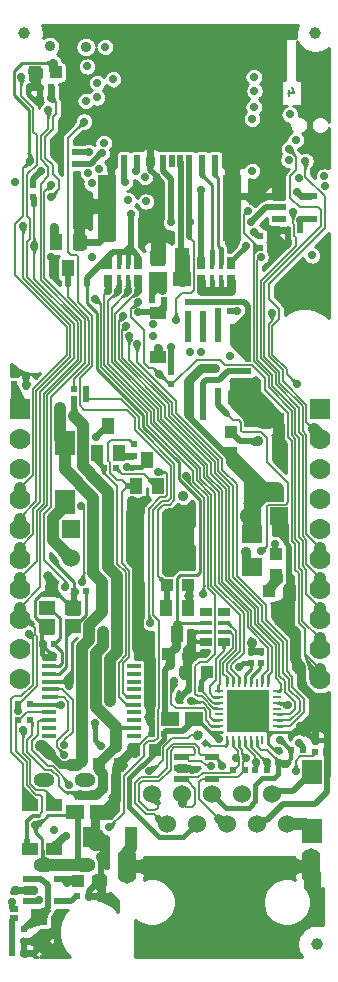
<source format=gbr>
G04 #@! TF.GenerationSoftware,KiCad,Pcbnew,5.1.6-c6e7f7d~87~ubuntu18.04.1*
G04 #@! TF.CreationDate,2022-10-06T15:06:41+03:00*
G04 #@! TF.ProjectId,ESP32-PoE_Rev_L,45535033-322d-4506-9f45-5f5265765f4c,L*
G04 #@! TF.SameCoordinates,Original*
G04 #@! TF.FileFunction,Copper,L4,Bot*
G04 #@! TF.FilePolarity,Positive*
%FSLAX46Y46*%
G04 Gerber Fmt 4.6, Leading zero omitted, Abs format (unit mm)*
G04 Created by KiCad (PCBNEW 5.1.6-c6e7f7d~87~ubuntu18.04.1) date 2022-10-06 15:06:41*
%MOMM*%
%LPD*%
G01*
G04 APERTURE LIST*
G04 #@! TA.AperFunction,NonConductor*
%ADD10C,0.190500*%
G04 #@! TD*
G04 #@! TA.AperFunction,SMDPad,CuDef*
%ADD11R,0.500000X0.550000*%
G04 #@! TD*
G04 #@! TA.AperFunction,SMDPad,CuDef*
%ADD12R,1.016000X1.016000*%
G04 #@! TD*
G04 #@! TA.AperFunction,SMDPad,CuDef*
%ADD13R,3.400001X1.200000*%
G04 #@! TD*
G04 #@! TA.AperFunction,ComponentPad*
%ADD14R,1.524000X1.524000*%
G04 #@! TD*
G04 #@! TA.AperFunction,ComponentPad*
%ADD15C,1.524000*%
G04 #@! TD*
G04 #@! TA.AperFunction,SMDPad,CuDef*
%ADD16R,1.524000X1.270000*%
G04 #@! TD*
G04 #@! TA.AperFunction,SMDPad,CuDef*
%ADD17R,1.400000X1.000000*%
G04 #@! TD*
G04 #@! TA.AperFunction,SMDPad,CuDef*
%ADD18R,1.200000X0.550000*%
G04 #@! TD*
G04 #@! TA.AperFunction,SMDPad,CuDef*
%ADD19R,1.000000X1.400000*%
G04 #@! TD*
G04 #@! TA.AperFunction,ComponentPad*
%ADD20O,1.600000X2.999999*%
G04 #@! TD*
G04 #@! TA.AperFunction,SMDPad,CuDef*
%ADD21R,3.600000X3.600000*%
G04 #@! TD*
G04 #@! TA.AperFunction,ComponentPad*
%ADD22R,0.400000X0.400000*%
G04 #@! TD*
G04 #@! TA.AperFunction,ComponentPad*
%ADD23R,1.422400X1.422400*%
G04 #@! TD*
G04 #@! TA.AperFunction,SMDPad,CuDef*
%ADD24R,0.250000X0.800000*%
G04 #@! TD*
G04 #@! TA.AperFunction,SMDPad,CuDef*
%ADD25R,0.800000X0.250000*%
G04 #@! TD*
G04 #@! TA.AperFunction,SMDPad,CuDef*
%ADD26R,1.270000X1.524000*%
G04 #@! TD*
G04 #@! TA.AperFunction,ConnectorPad*
%ADD27C,1.000000*%
G04 #@! TD*
G04 #@! TA.AperFunction,SMDPad,CuDef*
%ADD28R,0.550000X0.500000*%
G04 #@! TD*
G04 #@! TA.AperFunction,SMDPad,CuDef*
%ADD29C,0.100000*%
G04 #@! TD*
G04 #@! TA.AperFunction,ComponentPad*
%ADD30C,1.778000*%
G04 #@! TD*
G04 #@! TA.AperFunction,ComponentPad*
%ADD31R,1.778000X1.778000*%
G04 #@! TD*
G04 #@! TA.AperFunction,SMDPad,CuDef*
%ADD32R,1.270000X0.325000*%
G04 #@! TD*
G04 #@! TA.AperFunction,SMDPad,CuDef*
%ADD33R,1.700000X2.000000*%
G04 #@! TD*
G04 #@! TA.AperFunction,SMDPad,CuDef*
%ADD34R,1.016000X1.778000*%
G04 #@! TD*
G04 #@! TA.AperFunction,SMDPad,CuDef*
%ADD35R,0.500000X1.000000*%
G04 #@! TD*
G04 #@! TA.AperFunction,SMDPad,CuDef*
%ADD36R,1.500000X1.200000*%
G04 #@! TD*
G04 #@! TA.AperFunction,Conductor*
%ADD37R,1.500000X4.500000*%
G04 #@! TD*
G04 #@! TA.AperFunction,ComponentPad*
%ADD38O,1.800000X1.200000*%
G04 #@! TD*
G04 #@! TA.AperFunction,SMDPad,CuDef*
%ADD39R,1.016000X0.381000*%
G04 #@! TD*
G04 #@! TA.AperFunction,SMDPad,CuDef*
%ADD40R,1.016000X0.635000*%
G04 #@! TD*
G04 #@! TA.AperFunction,SMDPad,CuDef*
%ADD41R,0.381000X1.016000*%
G04 #@! TD*
G04 #@! TA.AperFunction,SMDPad,CuDef*
%ADD42R,0.635000X1.016000*%
G04 #@! TD*
G04 #@! TA.AperFunction,SMDPad,CuDef*
%ADD43R,1.400000X1.200000*%
G04 #@! TD*
G04 #@! TA.AperFunction,SMDPad,CuDef*
%ADD44R,0.762000X0.508000*%
G04 #@! TD*
G04 #@! TA.AperFunction,SMDPad,CuDef*
%ADD45R,1.778000X1.524000*%
G04 #@! TD*
G04 #@! TA.AperFunction,ComponentPad*
%ADD46C,1.800000*%
G04 #@! TD*
G04 #@! TA.AperFunction,ComponentPad*
%ADD47C,1.500000*%
G04 #@! TD*
G04 #@! TA.AperFunction,ViaPad*
%ADD48C,0.700000*%
G04 #@! TD*
G04 #@! TA.AperFunction,ComponentPad*
%ADD49R,1.400000X1.400000*%
G04 #@! TD*
G04 #@! TA.AperFunction,ComponentPad*
%ADD50C,1.400000*%
G04 #@! TD*
G04 #@! TA.AperFunction,SMDPad,CuDef*
%ADD51R,0.600000X1.600000*%
G04 #@! TD*
G04 #@! TA.AperFunction,ViaPad*
%ADD52C,0.900000*%
G04 #@! TD*
G04 #@! TA.AperFunction,ViaPad*
%ADD53C,0.800000*%
G04 #@! TD*
G04 #@! TA.AperFunction,Conductor*
%ADD54C,1.016000*%
G04 #@! TD*
G04 #@! TA.AperFunction,Conductor*
%ADD55C,0.635000*%
G04 #@! TD*
G04 #@! TA.AperFunction,Conductor*
%ADD56C,0.508000*%
G04 #@! TD*
G04 #@! TA.AperFunction,Conductor*
%ADD57C,0.304800*%
G04 #@! TD*
G04 #@! TA.AperFunction,Conductor*
%ADD58C,0.406400*%
G04 #@! TD*
G04 #@! TA.AperFunction,Conductor*
%ADD59C,0.762000*%
G04 #@! TD*
G04 #@! TA.AperFunction,Conductor*
%ADD60C,0.254000*%
G04 #@! TD*
G04 #@! TA.AperFunction,Conductor*
%ADD61C,0.152400*%
G04 #@! TD*
G04 #@! TA.AperFunction,Conductor*
%ADD62C,0.203200*%
G04 #@! TD*
G04 #@! TA.AperFunction,Conductor*
%ADD63C,0.863600*%
G04 #@! TD*
G04 #@! TA.AperFunction,Conductor*
%ADD64C,0.609600*%
G04 #@! TD*
G04 #@! TA.AperFunction,Conductor*
%ADD65C,1.270000*%
G04 #@! TD*
G04 #@! TA.AperFunction,Conductor*
%ADD66C,0.330200*%
G04 #@! TD*
G04 #@! TA.AperFunction,Conductor*
%ADD67C,1.524000*%
G04 #@! TD*
G04 #@! TA.AperFunction,Conductor*
%ADD68C,0.025400*%
G04 #@! TD*
G04 APERTURE END LIST*
D10*
X114281857Y-96229714D02*
X114281857Y-96737714D01*
X114463285Y-95939428D02*
X114644714Y-96483714D01*
X114173000Y-96483714D01*
D11*
X105918000Y-123952000D03*
X106934000Y-123952000D03*
D12*
X113157000Y-137287000D03*
X113157000Y-135509000D03*
D13*
X112141000Y-124205200D03*
X112141000Y-130505200D03*
D14*
X113391000Y-132334000D03*
D15*
X110891000Y-132334000D03*
D16*
X96139000Y-157353000D03*
X98171000Y-157353000D03*
D17*
X92329000Y-156723000D03*
X92329000Y-160523000D03*
D18*
X105126000Y-154559000D03*
X105126000Y-153609000D03*
X105126000Y-152659000D03*
X107726000Y-154559000D03*
X107726000Y-152659000D03*
D11*
X112395000Y-153797000D03*
X111379000Y-153797000D03*
D17*
X103124000Y-115067000D03*
X103124000Y-118867000D03*
D12*
X98171000Y-153289000D03*
X99949000Y-153289000D03*
D19*
X102237540Y-127548640D03*
X101282500Y-129758440D03*
X103184960Y-129758440D03*
X98933000Y-124714000D03*
X97977960Y-126923800D03*
X99880420Y-126923800D03*
X94554040Y-109128560D03*
X96456500Y-109128560D03*
X95501460Y-111338360D03*
D16*
X103124000Y-112268000D03*
X105156000Y-112268000D03*
D19*
X103825040Y-140116560D03*
X105727500Y-140116560D03*
X104772460Y-142326360D03*
D15*
X102616000Y-155806000D03*
X103886000Y-158346000D03*
X105156000Y-155806000D03*
X106426000Y-158346000D03*
X107696000Y-155806000D03*
X108966000Y-158346000D03*
X110236000Y-155806000D03*
X111506000Y-158346000D03*
X112776000Y-155806000D03*
X114046000Y-158346000D03*
D20*
X100531000Y-161946000D03*
X116131000Y-161946000D03*
D21*
X110744000Y-148844000D03*
D22*
X112044000Y-149344000D03*
X112044000Y-148344000D03*
X111244000Y-147544000D03*
X110244000Y-147544000D03*
X109444000Y-148344000D03*
X109444000Y-149344000D03*
X110244000Y-150144000D03*
X111244000Y-150144000D03*
D23*
X110744000Y-148844000D03*
D24*
X108994000Y-151294000D03*
X109494000Y-151294000D03*
X109994000Y-151294000D03*
X110494000Y-151294000D03*
X110994000Y-151294000D03*
X111494000Y-151294000D03*
X111994000Y-151294000D03*
X112494000Y-151294000D03*
D25*
X113194000Y-150594000D03*
X113194000Y-150094000D03*
X113194000Y-149594000D03*
X113194000Y-149094000D03*
X113194000Y-148594000D03*
X113194000Y-148094000D03*
X113194000Y-147594000D03*
X113194000Y-147094000D03*
D24*
X112494000Y-146394000D03*
X111994000Y-146394000D03*
X111494000Y-146394000D03*
X110994000Y-146394000D03*
X110494000Y-146394000D03*
X109994000Y-146394000D03*
X109494000Y-146394000D03*
X108994000Y-146394000D03*
D25*
X108294000Y-147094000D03*
X108294000Y-147594000D03*
X108294000Y-148094000D03*
X108294000Y-148594000D03*
X108294000Y-149094000D03*
X108294000Y-149594000D03*
X108294000Y-150094000D03*
X108294000Y-150594000D03*
D11*
X103632000Y-150749000D03*
X102616000Y-150749000D03*
D12*
X102870000Y-152146000D03*
X101092000Y-152146000D03*
D11*
X91821000Y-168275000D03*
X90805000Y-168275000D03*
X90805000Y-167259000D03*
X91821000Y-167259000D03*
D17*
X94361000Y-160523000D03*
X94361000Y-156723000D03*
D11*
X91821000Y-169291000D03*
X90805000Y-169291000D03*
X93091000Y-96012000D03*
X94107000Y-96012000D03*
X97282000Y-164465000D03*
X96266000Y-164465000D03*
D18*
X92299000Y-164907000D03*
X92299000Y-163957000D03*
X92299000Y-163007000D03*
X94899000Y-164907000D03*
X94899000Y-163007000D03*
D11*
X96012000Y-121539000D03*
X97028000Y-121539000D03*
D12*
X103886000Y-138176000D03*
X105664000Y-138176000D03*
D26*
X103124000Y-110363000D03*
X105156000Y-110363000D03*
D27*
X116586000Y-168529000D03*
X116459000Y-91440000D03*
X91821000Y-91440000D03*
D28*
X110998000Y-143764000D03*
X110998000Y-144780000D03*
D11*
X105791000Y-146939000D03*
X106807000Y-146939000D03*
D28*
X113284000Y-152146000D03*
X113284000Y-153162000D03*
X92583000Y-104267000D03*
X92583000Y-105283000D03*
X111760000Y-108585000D03*
X111760000Y-109601000D03*
X104267000Y-121158000D03*
X104267000Y-120142000D03*
G04 #@! TA.AperFunction,SMDPad,CuDef*
D29*
G36*
X106840811Y-150774902D02*
G01*
X106451902Y-151163811D01*
X106098349Y-150810258D01*
X106487258Y-150421349D01*
X106840811Y-150774902D01*
G37*
G04 #@! TD.AperFunction*
G04 #@! TA.AperFunction,SMDPad,CuDef*
G36*
X106816769Y-151528678D02*
G01*
X107205678Y-151139769D01*
X107559231Y-151493322D01*
X107170322Y-151882231D01*
X106816769Y-151528678D01*
G37*
G04 #@! TD.AperFunction*
D28*
X116459000Y-151257000D03*
X116459000Y-152273000D03*
D11*
X115443000Y-152146000D03*
X114427000Y-152146000D03*
X97028000Y-122428000D03*
X96012000Y-122428000D03*
X91948000Y-121158000D03*
X90932000Y-121158000D03*
X91313000Y-148209000D03*
X92329000Y-148209000D03*
X91313000Y-149606000D03*
X92329000Y-149606000D03*
D30*
X116840000Y-130840000D03*
X116840000Y-128300000D03*
X116840000Y-125760000D03*
D31*
X116840000Y-123220000D03*
D30*
X116840000Y-133380000D03*
X116840000Y-135920000D03*
X116840000Y-141000000D03*
X116840000Y-138460000D03*
X116840000Y-143540000D03*
X116840000Y-146080000D03*
X91440000Y-130840000D03*
X91440000Y-128300000D03*
X91440000Y-125760000D03*
D31*
X91440000Y-123220000D03*
D30*
X91440000Y-133380000D03*
X91440000Y-135920000D03*
X91440000Y-141000000D03*
X91440000Y-138460000D03*
X91440000Y-143540000D03*
X91440000Y-146080000D03*
D12*
X98171000Y-163195000D03*
X96393000Y-163195000D03*
D32*
X93916500Y-150880000D03*
X93916500Y-150230000D03*
X93916500Y-149580000D03*
X93916500Y-148930000D03*
X93916500Y-148280000D03*
X93916500Y-147630000D03*
X93916500Y-146980000D03*
X93916500Y-146330000D03*
X93916500Y-145680000D03*
X93916500Y-145030000D03*
X101155500Y-145030000D03*
X101155500Y-145680000D03*
X101155500Y-146330000D03*
X101155500Y-146980000D03*
X101155500Y-147630000D03*
X101155500Y-148280000D03*
X101155500Y-148930000D03*
X101155500Y-149580000D03*
X101155500Y-150230000D03*
X101155500Y-150880000D03*
D33*
X95250000Y-126151000D03*
X95250000Y-131151000D03*
D34*
X100838000Y-159512000D03*
X97282000Y-159512000D03*
D35*
X100290000Y-102237000D03*
X101390000Y-102237000D03*
X102490000Y-102237000D03*
X103590000Y-102237000D03*
X104340000Y-102237000D03*
X105040000Y-102237000D03*
X105790000Y-102237000D03*
X106890000Y-102237000D03*
X107990000Y-102237000D03*
D36*
X109440000Y-103987000D03*
X98840000Y-103987000D03*
X109440000Y-108437000D03*
X98840000Y-108437000D03*
D37*
X98840000Y-106037000D03*
X109440000Y-106037000D03*
D12*
X105537000Y-145542000D03*
X107315000Y-145542000D03*
X105791000Y-144018000D03*
X104013000Y-144018000D03*
D38*
X93476000Y-154642000D03*
X96946000Y-154642000D03*
X96946000Y-161842000D03*
X93476000Y-161842000D03*
D39*
X107188000Y-141351000D03*
X107188000Y-142113000D03*
X108712000Y-141351000D03*
X108712000Y-142113000D03*
D40*
X107188000Y-140462000D03*
X108712000Y-140462000D03*
X107188000Y-143002000D03*
X108712000Y-143002000D03*
D41*
X100584000Y-110871000D03*
X99822000Y-110871000D03*
X100584000Y-112395000D03*
X99822000Y-112395000D03*
D42*
X101473000Y-110871000D03*
X101473000Y-112395000D03*
X98933000Y-110871000D03*
X98933000Y-112395000D03*
D16*
X104140000Y-149479000D03*
X106172000Y-149479000D03*
D11*
X93345000Y-143129000D03*
X94361000Y-143129000D03*
X103632000Y-114046000D03*
X102616000Y-114046000D03*
X99568000Y-128270000D03*
X98552000Y-128270000D03*
D28*
X101092000Y-126238000D03*
X101092000Y-127254000D03*
D41*
X108458000Y-110871000D03*
X107696000Y-110871000D03*
X108458000Y-112395000D03*
X107696000Y-112395000D03*
D42*
X109347000Y-110871000D03*
X109347000Y-112395000D03*
X106807000Y-110871000D03*
X106807000Y-112395000D03*
D11*
X96012000Y-138684000D03*
X97028000Y-138684000D03*
D43*
X95969000Y-140043000D03*
X93769000Y-141643000D03*
X93769000Y-140043000D03*
X95969000Y-141643000D03*
D44*
X90932000Y-166370000D03*
X90932000Y-165608000D03*
D12*
X92710000Y-94742000D03*
X94488000Y-94742000D03*
D11*
X110490000Y-153797000D03*
X109474000Y-153797000D03*
D33*
X116205000Y-153964000D03*
X116205000Y-158964000D03*
D11*
X108204000Y-114935000D03*
X109220000Y-114935000D03*
D28*
X105664000Y-114173000D03*
X105664000Y-115189000D03*
X106934000Y-114173000D03*
X106934000Y-115189000D03*
D45*
X111125000Y-136652000D03*
X111125000Y-133858000D03*
D46*
X105029000Y-133985000D03*
D15*
X95758000Y-135870000D03*
D14*
X95758000Y-133370000D03*
D12*
X109347000Y-127000000D03*
X109347000Y-125222000D03*
D28*
X111887000Y-144780000D03*
X111887000Y-143764000D03*
D12*
X114300000Y-138684000D03*
X112522000Y-138684000D03*
D47*
X102640000Y-99108000D03*
D48*
X101940000Y-97708000D03*
X103340000Y-97708000D03*
X104040000Y-98408000D03*
X104040000Y-99808000D03*
X103340000Y-100508000D03*
X101940000Y-100508000D03*
X101240000Y-99808000D03*
X101240000Y-98408000D03*
D11*
X114173000Y-108077000D03*
X115189000Y-108077000D03*
D28*
X96139000Y-101473000D03*
X96139000Y-102489000D03*
D18*
X115980999Y-105222000D03*
X115980999Y-107122000D03*
X113380999Y-105222000D03*
X113380999Y-106172000D03*
X113380999Y-107122000D03*
D49*
X93070680Y-166230300D03*
D50*
X93073220Y-168259760D03*
D28*
X110744000Y-118999000D03*
X110744000Y-120015000D03*
D51*
X105664000Y-116807000D03*
X106934000Y-116807000D03*
X108204000Y-116807000D03*
X109474000Y-116807000D03*
X109474000Y-122207000D03*
X108204000Y-122207000D03*
X106934000Y-122207000D03*
X105664000Y-122207000D03*
D52*
X93218000Y-151765000D03*
X98425000Y-139827000D03*
D48*
X95463542Y-163408542D03*
D52*
X94869000Y-123189992D03*
X98330590Y-161163000D03*
D48*
X94234000Y-144145000D03*
X95631000Y-146685000D03*
D52*
X102489000Y-145542000D03*
D48*
X115189000Y-150114000D03*
X106045000Y-153797000D03*
D53*
X102362000Y-149352000D03*
D52*
X98330590Y-160210498D03*
D48*
X104902000Y-147828000D03*
D52*
X100965000Y-131064000D03*
D48*
X102362000Y-153847800D03*
D53*
X93853000Y-137414000D03*
D52*
X113411000Y-141224000D03*
X113411000Y-140208000D03*
X99568000Y-154305000D03*
X101981000Y-131064000D03*
X111084360Y-143040100D03*
X105283000Y-130606800D03*
D48*
X91059000Y-163957000D03*
X91948000Y-120523000D03*
X92329000Y-96012000D03*
X94107000Y-110363000D03*
D52*
X97028000Y-91313000D03*
X99695000Y-91313000D03*
X102235000Y-91313000D03*
X104775000Y-91313000D03*
X107315000Y-91313000D03*
X109220000Y-91313000D03*
X111125000Y-91313000D03*
X93980000Y-91313000D03*
X114300000Y-91313000D03*
D48*
X115951000Y-93726000D03*
D52*
X110490000Y-123190000D03*
X110490000Y-122174000D03*
X110490000Y-121158000D03*
D48*
X114173000Y-109093000D03*
X109489760Y-103067610D03*
X99172293Y-103011707D03*
D52*
X113411000Y-125349000D03*
X113411000Y-126365000D03*
X113411000Y-127381000D03*
X116840000Y-113792000D03*
X114935000Y-111887000D03*
X102235000Y-95885000D03*
X104775000Y-95885000D03*
X107315000Y-95885000D03*
X107315000Y-98425000D03*
X106045000Y-97155000D03*
X106045000Y-99695000D03*
X108585000Y-99695000D03*
X108585000Y-97155000D03*
X103505000Y-95885000D03*
X106045000Y-95885000D03*
X106045000Y-98425000D03*
X107315000Y-97155000D03*
X108585000Y-98425000D03*
X107315000Y-99695000D03*
X100965000Y-95885000D03*
D48*
X94361000Y-158877000D03*
D52*
X99674680Y-143771620D03*
X98092260Y-129433320D03*
D53*
X105791000Y-139065000D03*
D52*
X99060000Y-147980400D03*
D48*
X106807000Y-113284000D03*
X104267000Y-117983000D03*
D52*
X96012006Y-123825000D03*
X97028000Y-92583000D03*
D48*
X91059000Y-104013000D03*
X117228536Y-103542041D03*
X103505000Y-113194619D03*
D52*
X93980000Y-92539390D03*
D48*
X113969800Y-153314400D03*
X108356400Y-151155400D03*
X113510000Y-151250000D03*
X92329000Y-102235000D03*
X94246224Y-93923610D03*
X111308390Y-108250281D03*
X104267008Y-107442008D03*
D52*
X96520000Y-155956000D03*
X97536000Y-155956000D03*
X98501200Y-142123160D03*
D48*
X100375725Y-104018581D03*
X106807000Y-104718610D03*
X93218000Y-103124000D03*
X101325491Y-103111471D03*
X95278919Y-138270969D03*
X94107000Y-104267000D03*
X115062000Y-103693989D03*
X107950000Y-119761000D03*
X109855000Y-114935000D03*
D52*
X110363000Y-117221000D03*
X110363000Y-116205000D03*
X111633000Y-125984004D03*
X110363000Y-118237000D03*
D48*
X97282000Y-101473000D03*
X102743000Y-116078000D03*
X98552001Y-100711001D03*
X114229390Y-101232739D03*
X94107000Y-105283000D03*
X117276388Y-104393109D03*
X94107000Y-96900992D03*
D52*
X102108000Y-168783000D03*
X105283000Y-168783000D03*
X108204000Y-168783000D03*
X110998000Y-168783000D03*
X112522000Y-167132000D03*
X104013000Y-167132000D03*
X106934000Y-167132000D03*
X109601000Y-167132000D03*
X105918000Y-164846000D03*
X110871000Y-164846000D03*
X108204000Y-164846000D03*
X103632000Y-161946000D03*
X113030000Y-161946000D03*
D48*
X114173000Y-148336000D03*
X103124000Y-118110000D03*
X96730025Y-137874369D03*
X96647000Y-131445000D03*
X100558600Y-128168400D03*
X98298000Y-151765000D03*
X97795080Y-149816820D03*
X95231599Y-151654399D03*
X95231596Y-152512566D03*
D52*
X104140000Y-144907000D03*
D48*
X110007400Y-145084800D03*
X100838000Y-106721261D03*
X115189000Y-107193590D03*
X91716480Y-107718480D03*
X110998000Y-107442000D03*
X99016820Y-158666180D03*
X90805000Y-164973000D03*
X116205000Y-110236000D03*
X96872729Y-98904726D03*
X114808000Y-100457000D03*
X105918000Y-147955000D03*
X114808000Y-153924000D03*
X104521000Y-146304000D03*
X115089940Y-151483060D03*
X92760768Y-158419800D03*
X93091010Y-164846000D03*
X94932500Y-148272500D03*
X95613220Y-155110180D03*
X95377000Y-159385000D03*
X97028000Y-97155000D03*
X115626390Y-102235023D03*
X114935000Y-121158000D03*
X114300004Y-98298000D03*
X110605194Y-109462194D03*
X92633811Y-109397811D03*
X106807000Y-118420390D03*
X101427766Y-115061992D03*
X99360469Y-95320610D03*
X112776000Y-115070414D03*
X91310373Y-148796940D03*
X91742260Y-150373080D03*
X111318515Y-96326486D03*
X93853000Y-97917000D03*
X92188792Y-142297910D03*
X91567000Y-95123000D03*
X111252000Y-95123000D03*
X102489000Y-141351000D03*
X103136700Y-128554480D03*
X102108000Y-105664000D03*
X106934000Y-138938000D03*
X105537000Y-128905000D03*
X111125000Y-103067610D03*
X109220000Y-118745000D03*
X105843312Y-107442000D03*
X111830610Y-110363000D03*
X104648000Y-115697000D03*
X102743000Y-117094000D03*
X98406769Y-101582391D03*
X114201140Y-102136140D03*
X114554000Y-106553000D03*
X110728378Y-106506353D03*
X105847924Y-118434076D03*
X103251000Y-120269000D03*
X97530421Y-110332164D03*
X101427768Y-114209587D03*
X100613227Y-105564049D03*
X100619449Y-113284765D03*
X98165981Y-102884588D03*
X99767142Y-113271362D03*
X102023301Y-103601028D03*
X101471819Y-113276301D03*
X97534392Y-104140000D03*
X98914875Y-113255645D03*
X94361000Y-107823000D03*
X101346000Y-117729000D03*
X97155000Y-94234000D03*
X100711000Y-117094000D03*
X97998768Y-96858821D03*
X111125000Y-98679000D03*
X100457000Y-116205000D03*
X98005772Y-95612949D03*
X111252004Y-97663000D03*
X100187444Y-115396331D03*
X98679000Y-92583000D03*
X97228945Y-103256533D03*
X97825360Y-113883640D03*
X114942110Y-104902000D03*
X107642660Y-153441400D03*
X111429800Y-153085800D03*
X108595160Y-153469340D03*
X112395000Y-153162000D03*
X109728000Y-152781000D03*
X110617000Y-152781000D03*
X113080800Y-134645400D03*
X105029000Y-136271000D03*
X106045000Y-136271000D03*
X104013000Y-136271000D03*
D52*
X110617000Y-135382000D03*
D48*
X105918000Y-131953000D03*
X105029000Y-131953000D03*
X104140000Y-131953000D03*
X111887000Y-135255000D03*
X97917000Y-125603000D03*
D54*
X93319600Y-151765000D02*
X93980000Y-152425400D01*
X93218000Y-151765000D02*
X93319600Y-151765000D01*
D55*
X93980000Y-152450800D02*
X93980000Y-152425400D01*
X95758000Y-153416000D02*
X94945200Y-153416000D01*
X94945200Y-153416000D02*
X93980000Y-152450800D01*
D54*
X95250000Y-128356360D02*
X97663000Y-130769360D01*
X98425000Y-137922000D02*
X98425000Y-139827000D01*
X97663000Y-130769360D02*
X97663000Y-137160000D01*
X97663000Y-137160000D02*
X98425000Y-137922000D01*
X95250000Y-126151000D02*
X95250000Y-128356360D01*
X96266000Y-153416000D02*
X95758000Y-153416000D01*
X96685122Y-143421078D02*
X96685122Y-152996878D01*
X98425000Y-139827000D02*
X98425000Y-140462000D01*
X98425000Y-140462000D02*
X97330260Y-141556740D01*
X97330260Y-141556740D02*
X97330260Y-142775940D01*
X96685122Y-152996878D02*
X96266000Y-153416000D01*
X97330260Y-142775940D02*
X96685122Y-143421078D01*
D56*
X94899000Y-163007000D02*
X96205000Y-163007000D01*
X96205000Y-163007000D02*
X96393000Y-163195000D01*
X95062000Y-163007000D02*
X95463542Y-163408542D01*
X94899000Y-163007000D02*
X95062000Y-163007000D01*
X95550084Y-163322000D02*
X95463542Y-163408542D01*
X95123000Y-163068000D02*
X95463542Y-163408542D01*
X96266000Y-163322000D02*
X95550084Y-163322000D01*
X91440000Y-123220000D02*
X90932000Y-122712000D01*
X90932000Y-122712000D02*
X90932000Y-121158000D01*
D54*
X94843590Y-123215402D02*
X94869000Y-123189992D01*
X94843590Y-125744590D02*
X94843590Y-123215402D01*
X95250000Y-126151000D02*
X94843590Y-125744590D01*
D57*
X93345000Y-143256000D02*
X94234000Y-144145000D01*
X93345000Y-143129000D02*
X93345000Y-143256000D01*
D58*
X93345000Y-144018000D02*
X93472000Y-144145000D01*
X93345000Y-143129000D02*
X93345000Y-144018000D01*
D59*
X98386900Y-160266808D02*
X98350299Y-160230207D01*
D57*
X96075500Y-140081000D02*
X95758000Y-139763500D01*
D60*
X95969000Y-140043000D02*
X96096000Y-139916000D01*
D57*
X93345000Y-143129000D02*
X93345000Y-142067000D01*
X93345000Y-142067000D02*
X93769000Y-141643000D01*
X95631000Y-146685000D02*
X95276000Y-146330000D01*
X95276000Y-146330000D02*
X93916500Y-146330000D01*
D56*
X96012000Y-140081000D02*
X96012000Y-138684000D01*
D60*
X113194000Y-150594000D02*
X112494000Y-150594000D01*
X112804000Y-150594000D02*
X113194000Y-150594000D01*
X112494000Y-150904000D02*
X112804000Y-150594000D01*
X112494000Y-151294000D02*
X112494000Y-150904000D01*
X112494000Y-150594000D02*
X110744000Y-148844000D01*
X112494000Y-151294000D02*
X112494000Y-150594000D01*
X114335500Y-150594000D02*
X113194000Y-150594000D01*
X115669000Y-150594000D02*
X114335500Y-150594000D01*
D54*
X102489000Y-145542000D02*
X102489000Y-148336000D01*
D56*
X105857000Y-153609000D02*
X106045000Y-153797000D01*
X105126000Y-153609000D02*
X105857000Y-153609000D01*
D59*
X102362000Y-149352000D02*
X102489000Y-149225000D01*
X102489000Y-149225000D02*
X102489000Y-148336000D01*
D56*
X102362000Y-149352000D02*
X102616000Y-149606000D01*
X102616000Y-149606000D02*
X102616000Y-150749000D01*
X98350299Y-160230207D02*
X98330590Y-160210498D01*
D60*
X115951000Y-150876000D02*
X115669000Y-150594000D01*
D56*
X115189000Y-150114000D02*
X115951000Y-150876000D01*
X116459000Y-151257000D02*
X115951000Y-150876000D01*
X104902000Y-147828000D02*
X105791000Y-146939000D01*
X105537000Y-145669000D02*
X105537000Y-145542000D01*
X105791000Y-145923000D02*
X105537000Y-145669000D01*
X105791000Y-146939000D02*
X105791000Y-145923000D01*
D54*
X101473000Y-143510000D02*
X102489000Y-144526000D01*
X101473000Y-136525000D02*
X101473000Y-143510000D01*
X100965000Y-136017000D02*
X101473000Y-136525000D01*
X102489000Y-144526000D02*
X102489000Y-145542000D01*
X100965000Y-132080000D02*
X100965000Y-136017000D01*
D59*
X100965000Y-132080000D02*
X100965000Y-131064000D01*
D56*
X110998000Y-143764000D02*
X111379000Y-143764000D01*
X111379000Y-143764000D02*
X111887000Y-143764000D01*
D60*
X95631000Y-146685000D02*
X95885000Y-146431000D01*
X95885000Y-146431000D02*
X95885000Y-143002000D01*
X95885000Y-143002000D02*
X96266000Y-142621000D01*
X96012000Y-137922000D02*
X93980000Y-135890000D01*
X96012000Y-138684000D02*
X96012000Y-137922000D01*
D61*
X103606600Y-152933400D02*
X102692200Y-153847800D01*
X103606600Y-151853900D02*
X103606600Y-152933400D01*
X104330500Y-151130000D02*
X103606600Y-151853900D01*
X106469580Y-150792580D02*
X106386160Y-150876000D01*
X105664000Y-151130000D02*
X104330500Y-151130000D01*
X102692200Y-153847800D02*
X102362000Y-153847800D01*
X106386160Y-150876000D02*
X105918000Y-150876000D01*
X105918000Y-150876000D02*
X105664000Y-151130000D01*
D60*
X113080800Y-152146000D02*
X113411000Y-152146000D01*
X112494000Y-151559200D02*
X113080800Y-152146000D01*
X112494000Y-151294000D02*
X112494000Y-151559200D01*
D62*
X101092000Y-152146000D02*
X101092000Y-152115520D01*
X102453440Y-150911560D02*
X102295960Y-150911560D01*
X102616000Y-150749000D02*
X102453440Y-150911560D01*
X101092000Y-152115520D02*
X102295960Y-150911560D01*
D59*
X99568000Y-153670000D02*
X99568000Y-154305000D01*
X99949000Y-153289000D02*
X99568000Y-153670000D01*
X100965000Y-152146000D02*
X101092000Y-152146000D01*
X99949000Y-153162000D02*
X100965000Y-152146000D01*
X99949000Y-153289000D02*
X99949000Y-153162000D01*
X97282000Y-159512000D02*
X97282000Y-159766000D01*
X97726498Y-160210498D02*
X98330590Y-160210498D01*
X97282000Y-159766000D02*
X97726498Y-160210498D01*
D63*
X99568000Y-156337000D02*
X99568000Y-154305000D01*
X98552000Y-157353000D02*
X99568000Y-156337000D01*
D59*
X98171000Y-157353000D02*
X98552000Y-157353000D01*
D56*
X105537000Y-145542000D02*
X105537000Y-144272000D01*
X105537000Y-144272000D02*
X105791000Y-144018000D01*
D64*
X106045000Y-143764000D02*
X105854500Y-143954500D01*
D60*
X106426000Y-142113000D02*
X106045000Y-142494000D01*
X107188000Y-142113000D02*
X106426000Y-142113000D01*
D57*
X107188000Y-143002000D02*
X106045000Y-143002000D01*
D64*
X106045000Y-143002000D02*
X106045000Y-143764000D01*
X106045000Y-142494000D02*
X106045000Y-143002000D01*
D60*
X93510000Y-141643000D02*
X93769000Y-141643000D01*
X92710000Y-140843000D02*
X93510000Y-141643000D01*
X92710000Y-139395200D02*
X92710000Y-140843000D01*
X95969000Y-140043000D02*
X95847000Y-140043000D01*
X95847000Y-140043000D02*
X94615000Y-138811000D01*
X93294200Y-138811000D02*
X92710000Y-139395200D01*
D57*
X93853000Y-137414000D02*
X93853000Y-138811000D01*
D60*
X93853000Y-138811000D02*
X93294200Y-138811000D01*
X94615000Y-138811000D02*
X93853000Y-138811000D01*
D56*
X117475000Y-155702000D02*
X117475000Y-148463000D01*
X111506000Y-158346000D02*
X111787800Y-158064200D01*
X117475000Y-148463000D02*
X116713000Y-147701000D01*
X116459000Y-156718000D02*
X117475000Y-155702000D01*
X111787800Y-158064200D02*
X112420400Y-158064200D01*
X112420400Y-158064200D02*
X113766600Y-156718000D01*
X113766600Y-156718000D02*
X116459000Y-156718000D01*
D59*
X97790000Y-157734000D02*
X98171000Y-157353000D01*
X97790000Y-159004000D02*
X97790000Y-157734000D01*
X97282000Y-159512000D02*
X97790000Y-159004000D01*
D54*
X112141000Y-124205200D02*
X111378200Y-124205200D01*
D56*
X113919000Y-132842000D02*
X113411000Y-132334000D01*
X113411000Y-132334000D02*
X113391000Y-132334000D01*
X111252000Y-143764000D02*
X111379000Y-143764000D01*
X111084360Y-143596360D02*
X111252000Y-143764000D01*
X111084360Y-143040100D02*
X111084360Y-143596360D01*
D60*
X114046000Y-132969000D02*
X113919000Y-132842000D01*
D64*
X113391000Y-132949000D02*
X113792000Y-133350000D01*
X113391000Y-132334000D02*
X113391000Y-132949000D01*
D60*
X114046000Y-133985000D02*
X114046000Y-132969000D01*
X114046000Y-133858000D02*
X113665000Y-133477000D01*
X114046000Y-133985000D02*
X114046000Y-133858000D01*
D56*
X91821000Y-168275000D02*
X91821000Y-169291000D01*
X91821000Y-168275000D02*
X93091000Y-168275000D01*
X97282000Y-164465000D02*
X97282000Y-164084000D01*
X97282000Y-164084000D02*
X98171000Y-163195000D01*
X98330590Y-163035410D02*
X98330590Y-161163000D01*
X98171000Y-163195000D02*
X98330590Y-163035410D01*
X92299000Y-163957000D02*
X91059000Y-163957000D01*
X91948000Y-121158000D02*
X91948000Y-120523000D01*
D64*
X93091000Y-96012000D02*
X92329000Y-96012000D01*
X92710000Y-94742000D02*
X92710000Y-95631000D01*
X92710000Y-95631000D02*
X93091000Y-96012000D01*
X92710000Y-95631000D02*
X92329000Y-96012000D01*
X98840000Y-106037000D02*
X98840000Y-108424000D01*
X98840000Y-108424000D02*
X98806000Y-108458000D01*
X96456500Y-109128560D02*
X96492060Y-109093000D01*
X98184000Y-109093000D02*
X98840000Y-108437000D01*
X96492060Y-109093000D02*
X98184000Y-109093000D01*
X101940000Y-100508000D02*
X102489000Y-101057000D01*
X102490000Y-101058000D02*
X102489000Y-101057000D01*
X102490000Y-102237000D02*
X102490000Y-101058000D01*
X109474000Y-105664000D02*
X109474000Y-106045000D01*
X113380999Y-105222000D02*
X109916000Y-105222000D01*
X109916000Y-105222000D02*
X109474000Y-105664000D01*
D56*
X109440000Y-106037000D02*
X109440000Y-108424000D01*
X109440000Y-108424000D02*
X109474000Y-108458000D01*
D54*
X112141000Y-124205200D02*
X110490000Y-122554200D01*
X110490000Y-122554200D02*
X110490000Y-122174000D01*
X110490000Y-123190000D02*
X111379000Y-124079000D01*
X110490000Y-122174000D02*
X112395000Y-124079000D01*
D60*
X110150000Y-121834000D02*
X110490000Y-122174000D01*
D54*
X110490000Y-121158000D02*
X110490000Y-122174000D01*
X110490000Y-121158000D02*
X113157000Y-123825000D01*
D56*
X114173000Y-108077000D02*
X114173000Y-109093000D01*
D64*
X109440000Y-103117370D02*
X109489760Y-103067610D01*
X109440000Y-106037000D02*
X109440000Y-103117370D01*
X99172293Y-105704707D02*
X99172293Y-103506681D01*
X99172293Y-103506681D02*
X99172293Y-103011707D01*
X98840000Y-106037000D02*
X99172293Y-105704707D01*
D54*
X114300000Y-139319000D02*
X113411000Y-140208000D01*
X114300000Y-138684000D02*
X114300000Y-139319000D01*
D59*
X113411000Y-140208000D02*
X113411000Y-141224000D01*
X114681000Y-142494000D02*
X113411000Y-141224000D01*
X114681000Y-144424400D02*
X114681000Y-142494000D01*
X115265222Y-145008622D02*
X114681000Y-144424400D01*
X115265222Y-146621522D02*
X115265222Y-145008622D01*
X116713000Y-147701000D02*
X116344700Y-147701000D01*
X116344700Y-147701000D02*
X115265222Y-146621522D01*
D54*
X112141000Y-124205200D02*
X112902200Y-124205200D01*
X113411000Y-124714000D02*
X113411000Y-125349000D01*
X112902200Y-124205200D02*
X113411000Y-124714000D01*
X113411000Y-125349000D02*
X113411000Y-126365000D01*
X113411000Y-126365000D02*
X113411000Y-127381000D01*
D60*
X114300000Y-134874000D02*
X114300000Y-138811000D01*
X114046000Y-133985000D02*
X114046000Y-134620000D01*
X114046000Y-134620000D02*
X114300000Y-134874000D01*
D56*
X102490000Y-102998000D02*
X102490000Y-102237000D01*
X103124000Y-110363000D02*
X103124000Y-103632000D01*
X103124000Y-103632000D02*
X102490000Y-102998000D01*
X110457000Y-122207000D02*
X110490000Y-122174000D01*
X109474000Y-122207000D02*
X110457000Y-122207000D01*
D54*
X109728000Y-122428000D02*
X109728000Y-121412000D01*
X110490000Y-123190000D02*
X109728000Y-122428000D01*
X109728000Y-121412000D02*
X110490000Y-122174000D01*
X110490000Y-121158000D02*
X109982000Y-121158000D01*
X109982000Y-121158000D02*
X109728000Y-121412000D01*
D56*
X109474000Y-122207000D02*
X109474000Y-122936000D01*
X109474000Y-122936000D02*
X110871000Y-124333000D01*
X93070680Y-166230300D02*
X92849700Y-166230300D01*
X92849700Y-166230300D02*
X91821000Y-167259000D01*
X93284000Y-163007000D02*
X92299000Y-163007000D01*
X93853000Y-163576000D02*
X93284000Y-163007000D01*
X93853000Y-165481000D02*
X93853000Y-163576000D01*
X93070680Y-166230300D02*
X93103700Y-166230300D01*
X93103700Y-166230300D02*
X93853000Y-165481000D01*
D54*
X98171000Y-129540000D02*
X98933000Y-130302000D01*
X98933000Y-130302000D02*
X98933000Y-136626600D01*
X98092260Y-129433320D02*
X98171000Y-129512060D01*
X98171000Y-129512060D02*
X98171000Y-129540000D01*
X99674680Y-137368280D02*
X99674680Y-143771620D01*
X98933000Y-136626600D02*
X99674680Y-137368280D01*
D64*
X105791000Y-138303000D02*
X105791000Y-139065000D01*
X105664000Y-138176000D02*
X105791000Y-138303000D01*
X105791000Y-140053060D02*
X105791000Y-139065000D01*
X105727500Y-140116560D02*
X105791000Y-140053060D01*
D54*
X99060000Y-144386300D02*
X99674680Y-143771620D01*
X99060000Y-147980400D02*
X99060000Y-144386300D01*
D59*
X106807000Y-112395000D02*
X106807000Y-113284000D01*
X109347000Y-112395000D02*
X109347000Y-113284000D01*
D58*
X108458000Y-112395000D02*
X108458000Y-113284000D01*
D59*
X108458000Y-113284000D02*
X109347000Y-113284000D01*
D58*
X107696000Y-113157000D02*
X107569000Y-113284000D01*
X107696000Y-112395000D02*
X107696000Y-113157000D01*
D59*
X106807000Y-113284000D02*
X107569000Y-113284000D01*
X107569000Y-113284000D02*
X108458000Y-113284000D01*
D56*
X104267000Y-120142000D02*
X104267000Y-117983000D01*
D54*
X96760401Y-124573395D02*
X96012006Y-123825000D01*
D56*
X96012000Y-123824994D02*
X96012006Y-123825000D01*
D54*
X96760401Y-128101461D02*
X96760401Y-124573395D01*
D56*
X96012000Y-122428000D02*
X96012000Y-123824994D01*
D54*
X98092260Y-129433320D02*
X96760401Y-128101461D01*
D59*
X102997000Y-112686619D02*
X103505000Y-113194619D01*
X102997000Y-112268000D02*
X102997000Y-112686619D01*
D56*
X102684381Y-113194619D02*
X103505000Y-113194619D01*
X102616000Y-113263000D02*
X102684381Y-113194619D01*
X102616000Y-113263000D02*
X102616000Y-112649000D01*
X102616000Y-112649000D02*
X102997000Y-112268000D01*
X103505000Y-113194619D02*
X102959381Y-113194619D01*
X102616000Y-114046000D02*
X102616000Y-113538000D01*
X102959381Y-113194619D02*
X102616000Y-113538000D01*
X102616000Y-113538000D02*
X102616000Y-113263000D01*
D59*
X103505000Y-113194619D02*
X103505000Y-112649000D01*
X103505000Y-112649000D02*
X103124000Y-112268000D01*
D56*
X107696000Y-155806000D02*
X107696000Y-155702000D01*
D60*
X106299000Y-149479000D02*
X106172000Y-149479000D01*
D56*
X106172000Y-149479000D02*
X106045000Y-149479000D01*
D58*
X106045000Y-149479000D02*
X106045000Y-149542500D01*
D60*
X107541000Y-150594000D02*
X106426000Y-149479000D01*
X106426000Y-149479000D02*
X106172000Y-149479000D01*
D56*
X106045000Y-149764750D02*
X106045000Y-149542500D01*
X105289350Y-150520400D02*
X106045000Y-149764750D01*
X103860600Y-150520400D02*
X105289350Y-150520400D01*
X103632000Y-150749000D02*
X103860600Y-150520400D01*
D60*
X108294000Y-150594000D02*
X107541000Y-150594000D01*
X108294000Y-150594000D02*
X108557000Y-150594000D01*
X108294000Y-150594000D02*
X108105000Y-150594000D01*
X108105000Y-150594000D02*
X107950000Y-150749000D01*
X108102400Y-151155400D02*
X107950000Y-151003000D01*
X107950000Y-150749000D02*
X107950000Y-151003000D01*
X107950000Y-151003000D02*
X107541000Y-150594000D01*
X108356400Y-151155400D02*
X108102400Y-151155400D01*
D58*
X102997000Y-151843740D02*
X102997000Y-152146000D01*
X103632000Y-151208740D02*
X102997000Y-151843740D01*
X103632000Y-150749000D02*
X103632000Y-151208740D01*
D60*
X113284000Y-153035000D02*
X113030000Y-152781000D01*
X113284000Y-153162000D02*
X113284000Y-153035000D01*
D58*
X100711000Y-154487880D02*
X102870000Y-152328880D01*
X106426000Y-158346000D02*
X105260000Y-159512000D01*
X105260000Y-159512000D02*
X103251000Y-159512000D01*
X102870000Y-152328880D02*
X102870000Y-152146000D01*
X103251000Y-159512000D02*
X100711000Y-156972000D01*
X100711000Y-156972000D02*
X100711000Y-154487880D01*
X113817400Y-153162000D02*
X113969800Y-153314400D01*
X113284000Y-153162000D02*
X113817400Y-153162000D01*
D60*
X108204000Y-151003000D02*
X108356400Y-151155400D01*
X108204000Y-150684000D02*
X108204000Y-151003000D01*
X108294000Y-150594000D02*
X108204000Y-150684000D01*
D58*
X111404400Y-155041600D02*
X111404400Y-156438600D01*
X113284000Y-153162000D02*
X113284000Y-154178000D01*
X113284000Y-154178000D02*
X112979200Y-154482800D01*
X110820200Y-157022800D02*
X108912800Y-157022800D01*
X111404400Y-156438600D02*
X110820200Y-157022800D01*
X111963200Y-154482800D02*
X111404400Y-155041600D01*
X108912800Y-157022800D02*
X107696000Y-155806000D01*
X112979200Y-154482800D02*
X111963200Y-154482800D01*
D60*
X111494000Y-151294000D02*
X111494000Y-151753000D01*
D61*
X112395000Y-152146000D02*
X113030000Y-152781000D01*
X111887000Y-152146000D02*
X112395000Y-152146000D01*
X111494000Y-151753000D02*
X111887000Y-152146000D01*
D57*
X114406000Y-152146000D02*
X113510000Y-151250000D01*
X114427000Y-152146000D02*
X114406000Y-152146000D01*
X114427000Y-152857200D02*
X113969800Y-153314400D01*
X114427000Y-152146000D02*
X114427000Y-152857200D01*
D54*
X91440000Y-129921000D02*
X91440000Y-130840000D01*
D61*
X92557601Y-121568064D02*
X92557601Y-128803399D01*
X95436200Y-118689465D02*
X92557601Y-121568064D01*
X92329000Y-102235000D02*
X91694000Y-102870000D01*
X91694000Y-106922680D02*
X91053340Y-107563340D01*
X91053340Y-107563340D02*
X91053340Y-111904540D01*
X92557601Y-128803399D02*
X91440000Y-129921000D01*
X91053340Y-111904540D02*
X95436200Y-116287400D01*
X91694000Y-102870000D02*
X91694000Y-106922680D01*
X95436200Y-116287400D02*
X95436200Y-118689465D01*
D60*
X90932000Y-96647000D02*
X90932000Y-94615000D01*
D59*
X94488000Y-94742000D02*
X94246224Y-94500224D01*
X94246224Y-94500224D02*
X94246224Y-93923610D01*
D60*
X90932000Y-94615000D02*
X91623390Y-93923610D01*
X92202000Y-97917000D02*
X90932000Y-96647000D01*
X92202000Y-102108000D02*
X92202000Y-97917000D01*
X92329000Y-102235000D02*
X92202000Y-102108000D01*
X91623390Y-93923610D02*
X94246224Y-93923610D01*
D57*
X100990400Y-127152400D02*
X101092000Y-127254000D01*
X100109020Y-127152400D02*
X100990400Y-127152400D01*
X99880420Y-126923800D02*
X100109020Y-127152400D01*
D60*
X101092000Y-127254000D02*
X100965000Y-127381000D01*
X100965000Y-127381000D02*
X99949000Y-127381000D01*
D56*
X111643109Y-108585000D02*
X111308390Y-108250281D01*
X111760000Y-108585000D02*
X111643109Y-108585000D01*
X103590000Y-102237000D02*
X103590000Y-103082000D01*
X103590000Y-103082000D02*
X104267008Y-103759008D01*
X104267008Y-103759008D02*
X104267008Y-107442008D01*
D63*
X98171000Y-153217880D02*
X99568000Y-151820880D01*
X98171000Y-153289000D02*
X98171000Y-153217880D01*
X97917000Y-155956000D02*
X97536000Y-155956000D01*
X98501200Y-155371800D02*
X97917000Y-155956000D01*
X98171000Y-153771600D02*
X98501200Y-154101800D01*
X98171000Y-153289000D02*
X98171000Y-153771600D01*
X98501200Y-154101800D02*
X98501200Y-155371800D01*
D59*
X96520000Y-155956000D02*
X97536000Y-155956000D01*
D60*
X92456000Y-149733000D02*
X92456000Y-150114000D01*
X92329000Y-149606000D02*
X92456000Y-149733000D01*
D54*
X99568000Y-151820880D02*
X99568000Y-150154640D01*
X98501200Y-143281400D02*
X98501200Y-142123160D01*
X97866200Y-148452840D02*
X97866200Y-143916400D01*
X99568000Y-150154640D02*
X97866200Y-148452840D01*
X97866200Y-143916400D02*
X98501200Y-143281400D01*
D57*
X99643360Y-150230000D02*
X99568000Y-150154640D01*
X101155500Y-150230000D02*
X99643360Y-150230000D01*
D61*
X96266000Y-155702000D02*
X96520000Y-155956000D01*
X95250000Y-155702000D02*
X96266000Y-155702000D01*
X94742000Y-155194000D02*
X95250000Y-155702000D01*
X94742000Y-154432000D02*
X94742000Y-155194000D01*
X94107000Y-153797000D02*
X94742000Y-154432000D01*
X93599000Y-153797000D02*
X94107000Y-153797000D01*
X92456000Y-150114000D02*
X92456000Y-150876000D01*
X92456000Y-150876000D02*
X92075000Y-151257000D01*
X92075000Y-151257000D02*
X92075000Y-152273000D01*
X92075000Y-152273000D02*
X93599000Y-153797000D01*
D56*
X107990000Y-102237000D02*
X107990000Y-103465000D01*
D60*
X108204000Y-109474000D02*
X108204000Y-103679000D01*
X108204000Y-103679000D02*
X107990000Y-103465000D01*
X108458000Y-109728000D02*
X108204000Y-109474000D01*
D58*
X108458000Y-110871000D02*
X108458000Y-109728000D01*
D56*
X106890000Y-103461000D02*
X106934000Y-103505000D01*
X106890000Y-102237000D02*
X106890000Y-103461000D01*
D60*
X107696000Y-104267000D02*
X106934000Y-103505000D01*
D58*
X107696000Y-110871000D02*
X107696000Y-109855000D01*
D60*
X107696000Y-109855000D02*
X107696000Y-104267000D01*
D56*
X100290000Y-102237000D02*
X100290000Y-103932856D01*
X100290000Y-103932856D02*
X100375725Y-104018581D01*
X106807000Y-110109000D02*
X106807000Y-104718610D01*
X106807000Y-110871000D02*
X106807000Y-110109000D01*
X101390000Y-103046962D02*
X101325491Y-103111471D01*
X101390000Y-102237000D02*
X101390000Y-103046962D01*
X92583000Y-103759000D02*
X93218000Y-103124000D01*
X92583000Y-104267000D02*
X92583000Y-103759000D01*
D61*
X95278919Y-137775995D02*
X93497411Y-135994487D01*
X93497411Y-135994487D02*
X93497411Y-132105389D01*
X93517223Y-112186223D02*
X93517223Y-104856777D01*
X93517223Y-104856777D02*
X93757001Y-104616999D01*
X93757001Y-104616999D02*
X94107000Y-104267000D01*
X96960252Y-119320748D02*
X96960252Y-115629252D01*
X94081656Y-122199344D02*
X96960252Y-119320748D01*
X94081656Y-131521144D02*
X94081656Y-122199344D01*
X95278919Y-138270969D02*
X95278919Y-137775995D01*
X93497411Y-132105389D02*
X94081656Y-131521144D01*
X96960252Y-115629252D02*
X93517223Y-112186223D01*
D54*
X94234022Y-132435578D02*
X95250000Y-131419600D01*
X95250000Y-131419600D02*
X95250000Y-131151000D01*
X95758000Y-135870000D02*
X94234022Y-134346022D01*
X94234022Y-134346022D02*
X94234022Y-132435578D01*
X110891000Y-132334000D02*
X110891000Y-133497000D01*
X110891000Y-133497000D02*
X111252000Y-133858000D01*
D56*
X114619400Y-155549600D02*
X116205000Y-153964000D01*
X113032400Y-155549600D02*
X114619400Y-155549600D01*
X112776000Y-155806000D02*
X113032400Y-155549600D01*
D59*
X110744000Y-132187000D02*
X110891000Y-132334000D01*
X110744000Y-130683000D02*
X110744000Y-132187000D01*
X110744000Y-129540000D02*
X110744000Y-130683000D01*
X110891000Y-131679000D02*
X111887000Y-130683000D01*
X110891000Y-132334000D02*
X110891000Y-131679000D01*
D64*
X112141000Y-130505200D02*
X111404400Y-129768600D01*
D56*
X113334800Y-129667000D02*
X113588800Y-129921000D01*
X111506000Y-129667000D02*
X113334800Y-129667000D01*
X111404400Y-129768600D02*
X111506000Y-129667000D01*
D59*
X110744000Y-129286000D02*
X110744000Y-129540000D01*
D64*
X110617000Y-129159000D02*
X110744000Y-129286000D01*
X110794800Y-129159000D02*
X110617000Y-129159000D01*
X111404400Y-129768600D02*
X110794800Y-129159000D01*
D54*
X112141000Y-130606793D02*
X111379000Y-131368793D01*
X112141000Y-130505200D02*
X112141000Y-130606793D01*
X111379000Y-131368793D02*
X111379000Y-133604000D01*
X111379000Y-133604000D02*
X111125000Y-133858000D01*
D56*
X109093000Y-126746000D02*
X108585000Y-126746000D01*
X109347000Y-127000000D02*
X109093000Y-126746000D01*
X108585000Y-126746000D02*
X106680000Y-124841000D01*
X109347000Y-127508000D02*
X108585000Y-126746000D01*
X109347000Y-127000000D02*
X109347000Y-127508000D01*
X105918000Y-124079000D02*
X105918000Y-123952000D01*
X106680000Y-124841000D02*
X106108500Y-124269500D01*
X106108500Y-124269500D02*
X105918000Y-124079000D01*
D59*
X112141000Y-130505200D02*
X112141000Y-129794000D01*
X112141000Y-129794000D02*
X109347000Y-127000000D01*
X109220000Y-127762000D02*
X110744000Y-129286000D01*
X109347000Y-127000000D02*
X109220000Y-127127000D01*
X109220000Y-127127000D02*
X109220000Y-127762000D01*
D56*
X105600500Y-123761500D02*
X106108500Y-124269500D01*
X105664000Y-122207000D02*
X105600500Y-122270500D01*
X105600500Y-122270500D02*
X105600500Y-123761500D01*
D59*
X106807000Y-119761000D02*
X107950000Y-119761000D01*
X105664000Y-122207000D02*
X105664000Y-120904000D01*
X105664000Y-120904000D02*
X106807000Y-119761000D01*
D56*
X105918000Y-120650000D02*
X105918000Y-123952000D01*
X105600500Y-120967500D02*
X105918000Y-120650000D01*
X105664000Y-122207000D02*
X105600500Y-122143500D01*
X105600500Y-122143500D02*
X105600500Y-120967500D01*
X109220000Y-114935000D02*
X109855000Y-114935000D01*
X114046000Y-158346000D02*
X115039000Y-158346000D01*
X115587000Y-158346000D02*
X115039000Y-158346000D01*
X116205000Y-158964000D02*
X115587000Y-158346000D01*
X110109004Y-125984004D02*
X111633000Y-125984004D01*
X109347000Y-125222000D02*
X110109004Y-125984004D01*
X105664000Y-114173000D02*
X106934000Y-114173000D01*
X110744000Y-115824000D02*
X110363000Y-116205000D01*
X110363000Y-118618000D02*
X110363000Y-118237000D01*
X110744000Y-118999000D02*
X110363000Y-118618000D01*
X110744000Y-115824000D02*
X110744000Y-118999000D01*
X109474000Y-116807000D02*
X109474000Y-116459000D01*
X109728000Y-116205000D02*
X110363000Y-116205000D01*
X109474000Y-116459000D02*
X109728000Y-116205000D01*
X109474000Y-117729000D02*
X110363000Y-118618000D01*
X109474000Y-116807000D02*
X109474000Y-117729000D01*
D59*
X110363000Y-116205000D02*
X110363000Y-118237000D01*
X110363000Y-116205000D02*
X109855000Y-116713000D01*
X109855000Y-117729000D02*
X110363000Y-118237000D01*
X109855000Y-116713000D02*
X109855000Y-117729000D01*
D56*
X110744000Y-115316000D02*
X110744000Y-115570000D01*
X110744000Y-115316000D02*
X110744000Y-115824000D01*
X110744000Y-115570000D02*
X109728000Y-116586000D01*
D54*
X116205000Y-158964000D02*
X115610000Y-158369000D01*
X115610000Y-158369000D02*
X114046000Y-158369000D01*
D56*
X110744000Y-114490500D02*
X110744000Y-115316000D01*
X106934000Y-114173000D02*
X110426500Y-114173000D01*
X110426500Y-114173000D02*
X110744000Y-114490500D01*
X109474000Y-116586000D02*
X110744000Y-115316000D01*
X109474000Y-116807000D02*
X109474000Y-116586000D01*
X97282000Y-101473000D02*
X96139000Y-101473000D01*
D54*
X116840000Y-135920000D02*
X116840000Y-135001000D01*
D61*
X115697044Y-133858044D02*
X116840000Y-135001000D01*
X114871500Y-103001771D02*
X114363500Y-103509771D01*
X114871500Y-101874849D02*
X114871500Y-103001771D01*
X114229390Y-101232739D02*
X114871500Y-101874849D01*
X114363500Y-103509771D02*
X114363500Y-105346500D01*
X114363500Y-105346500D02*
X115189000Y-106172000D01*
X115697044Y-125402776D02*
X115697044Y-133858044D01*
X116713000Y-106172000D02*
X116967000Y-106426000D01*
X115189000Y-106172000D02*
X116713000Y-106172000D01*
X116967000Y-106426000D02*
X116967000Y-107759500D01*
X116967000Y-107759500D02*
X112166433Y-112560067D01*
X112166433Y-112560067D02*
X112166433Y-118824166D01*
X112166433Y-118824166D02*
X113423744Y-120081477D01*
X113423744Y-120081477D02*
X113423744Y-121016878D01*
X113423744Y-121016878D02*
X115392244Y-122985378D01*
X115392244Y-122985378D02*
X115392244Y-125097976D01*
X115392244Y-125097976D02*
X115697044Y-125402776D01*
D64*
X94107000Y-96012000D02*
X94107000Y-96520000D01*
X94107000Y-96520000D02*
X94107000Y-96900992D01*
D61*
X94488000Y-98298000D02*
X94488000Y-97281992D01*
X94234000Y-99568000D02*
X94234000Y-98552000D01*
X94742000Y-104648000D02*
X94742000Y-103886000D01*
X94107000Y-105283000D02*
X94742000Y-104648000D01*
X94234000Y-98552000D02*
X94488000Y-98298000D01*
X94742000Y-103886000D02*
X94234000Y-103378000D01*
X94488000Y-97281992D02*
X94107000Y-96900992D01*
X94234000Y-103378000D02*
X94234000Y-102616000D01*
X93599000Y-100203000D02*
X94234000Y-99568000D01*
X93599000Y-101981000D02*
X93599000Y-100203000D01*
X94234000Y-102616000D02*
X93599000Y-101981000D01*
D54*
X105283000Y-168783000D02*
X102108000Y-168783000D01*
X110998000Y-168783000D02*
X108204000Y-168783000D01*
X106934000Y-167132000D02*
X104013000Y-167132000D01*
X109601000Y-164846000D02*
X109601000Y-167132000D01*
X113771000Y-161946000D02*
X110871000Y-164846000D01*
X116131000Y-161946000D02*
X113771000Y-161946000D01*
X105918000Y-164846000D02*
X108204000Y-164846000D01*
X103018000Y-161946000D02*
X105918000Y-164846000D01*
X100531000Y-161946000D02*
X103018000Y-161946000D01*
X109601000Y-164846000D02*
X110871000Y-164846000D01*
X108204000Y-164846000D02*
X109601000Y-164846000D01*
X103632000Y-161946000D02*
X103640144Y-161937856D01*
X100531000Y-161946000D02*
X100531000Y-160708000D01*
X100531000Y-160708000D02*
X100838000Y-160401000D01*
X100838000Y-160401000D02*
X100838000Y-159512000D01*
D56*
X116131000Y-161946000D02*
X116713000Y-162528000D01*
X116713000Y-162528000D02*
X116713000Y-164973000D01*
D60*
X93916500Y-145680000D02*
X94805500Y-145680000D01*
X94805500Y-145680000D02*
X95402411Y-145083089D01*
X95402411Y-142519411D02*
X95377000Y-142494000D01*
X95402411Y-145083089D02*
X95402411Y-142519411D01*
X95377000Y-142113000D02*
X95948500Y-141541500D01*
X95377000Y-142494000D02*
X95377000Y-142113000D01*
X95969000Y-141643000D02*
X95969000Y-141902000D01*
X95969000Y-141902000D02*
X95377000Y-142494000D01*
X97028000Y-138684000D02*
X97028000Y-140716000D01*
X97028000Y-140716000D02*
X96101000Y-141643000D01*
X96101000Y-141643000D02*
X95969000Y-141643000D01*
X94996000Y-144772000D02*
X94738000Y-145030000D01*
X94361000Y-143129000D02*
X94361000Y-143154000D01*
X94361000Y-143154000D02*
X94996000Y-143789000D01*
X94996000Y-143789000D02*
X94996000Y-144772000D01*
X94361000Y-143129000D02*
X94869000Y-142621000D01*
X93942000Y-140043000D02*
X94869000Y-140970000D01*
X93769000Y-140043000D02*
X93942000Y-140043000D01*
X94869000Y-140970000D02*
X94869000Y-142621000D01*
X94738000Y-145030000D02*
X93916500Y-145030000D01*
X114173000Y-148336000D02*
X113931000Y-148094000D01*
X113931000Y-148094000D02*
X113194000Y-148094000D01*
D59*
X103124000Y-118110000D02*
X103124000Y-118872000D01*
D57*
X101155500Y-148280000D02*
X100513000Y-148280000D01*
X98552000Y-128270000D02*
X98552000Y-128651000D01*
D61*
X99695000Y-129794000D02*
X98552000Y-128651000D01*
X100431600Y-137058400D02*
X99695000Y-136321800D01*
X100513000Y-148280000D02*
X99822000Y-147589000D01*
X99822000Y-147589000D02*
X99822000Y-144703800D01*
X99695000Y-136321800D02*
X99695000Y-129794000D01*
X99822000Y-144703800D02*
X100431600Y-144094200D01*
X100431600Y-144094200D02*
X100431600Y-137058400D01*
D57*
X98323400Y-128041400D02*
X98552000Y-128270000D01*
X98323400Y-127269240D02*
X98323400Y-128041400D01*
X97977960Y-126923800D02*
X98323400Y-127269240D01*
D58*
X98552000Y-128270000D02*
X97790000Y-127508000D01*
X97790000Y-127508000D02*
X97790000Y-127000000D01*
D61*
X96730025Y-137874369D02*
X96901000Y-137703394D01*
X96901000Y-137703394D02*
X96901000Y-131699000D01*
X96901000Y-131699000D02*
X96647000Y-131445000D01*
D58*
X100558600Y-128168400D02*
X101744780Y-128168400D01*
X101744780Y-128168400D02*
X102364540Y-127548640D01*
D57*
X100513000Y-147630000D02*
X101155500Y-147630000D01*
D56*
X101246940Y-129794000D02*
X100584000Y-129794000D01*
X101282500Y-129758440D02*
X101246940Y-129794000D01*
D61*
X100203000Y-144780000D02*
X100203000Y-147320000D01*
X100736400Y-144246600D02*
X100203000Y-144780000D01*
X100203000Y-147320000D02*
X100513000Y-147630000D01*
X100584000Y-129794000D02*
X100076000Y-130302000D01*
X100076000Y-130302000D02*
X100076000Y-136271000D01*
X100076000Y-136271000D02*
X100736400Y-136931400D01*
X100736400Y-136931400D02*
X100736400Y-144246600D01*
D60*
X101092000Y-126238000D02*
X100711000Y-125857000D01*
D61*
X99187000Y-125857000D02*
X100711000Y-125857000D01*
X98933000Y-126111000D02*
X99187000Y-125857000D01*
X100076000Y-129286000D02*
X99695000Y-129286000D01*
X99060000Y-127762000D02*
X98933000Y-127635000D01*
X100584000Y-129794000D02*
X100076000Y-129286000D01*
X99695000Y-129286000D02*
X99060000Y-128651000D01*
X99060000Y-128651000D02*
X99060000Y-127762000D01*
X98933000Y-127635000D02*
X98933000Y-126111000D01*
D58*
X102839520Y-129286000D02*
X102489000Y-129286000D01*
X103311960Y-129758440D02*
X102839520Y-129286000D01*
D57*
X99568000Y-128270000D02*
X99822000Y-128524000D01*
D61*
X101981000Y-128778000D02*
X100076000Y-128778000D01*
X102489000Y-129286000D02*
X101981000Y-128778000D01*
X100076000Y-128778000D02*
X99822000Y-128524000D01*
D58*
X102489000Y-129286000D02*
X102870000Y-129667000D01*
X102870000Y-129667000D02*
X103124000Y-129667000D01*
D56*
X94899000Y-164907000D02*
X95824000Y-164907000D01*
X95824000Y-164907000D02*
X96266000Y-164465000D01*
D60*
X108994000Y-151294000D02*
X108994000Y-151610000D01*
X108994000Y-151610000D02*
X108839000Y-151765000D01*
D61*
X108839000Y-151765000D02*
X107696000Y-151765000D01*
D60*
X107188000Y-151511000D02*
X107315000Y-151511000D01*
X107315000Y-151511000D02*
X107569000Y-151765000D01*
D61*
X107569000Y-151765000D02*
X107696000Y-151765000D01*
D58*
X97795080Y-151262080D02*
X98298000Y-151765000D01*
X97795080Y-149816820D02*
X97795080Y-151262080D01*
D57*
X93916500Y-146980000D02*
X94701000Y-146980000D01*
D62*
X95231599Y-151272861D02*
X95231599Y-151654399D01*
X94701000Y-146980000D02*
X95037000Y-146980000D01*
X95037000Y-146980000D02*
X95923111Y-147866111D01*
X95923111Y-147866111D02*
X95923111Y-150581349D01*
X95923111Y-150581349D02*
X95231599Y-151272861D01*
X94615000Y-151892000D02*
X95231596Y-152508596D01*
X95231596Y-152508596D02*
X95231596Y-152512566D01*
X94615000Y-151382942D02*
X94615000Y-151892000D01*
X95567500Y-148018500D02*
X95567500Y-150430442D01*
X94615000Y-147630000D02*
X95179000Y-147630000D01*
X95567500Y-150430442D02*
X94615000Y-151382942D01*
X95179000Y-147630000D02*
X95567500Y-148018500D01*
D57*
X93916500Y-147630000D02*
X94615000Y-147630000D01*
D59*
X104140000Y-144907000D02*
X104140000Y-144145000D01*
D56*
X104267000Y-149479000D02*
X104267000Y-149606000D01*
X103735275Y-148947275D02*
X104267000Y-149479000D01*
X103735275Y-145311725D02*
X103735275Y-148947275D01*
X104140000Y-144907000D02*
X103735275Y-145311725D01*
X104140000Y-144145000D02*
X104013000Y-144018000D01*
D60*
X110494000Y-145766600D02*
X110494000Y-146394000D01*
X110998000Y-145262600D02*
X110494000Y-145766600D01*
X110998000Y-144780000D02*
X110998000Y-145262600D01*
D58*
X110312200Y-144780000D02*
X110998000Y-144780000D01*
X110007400Y-145084800D02*
X110312200Y-144780000D01*
D59*
X104648000Y-143383000D02*
X104013000Y-144018000D01*
X104648000Y-142450820D02*
X104648000Y-143383000D01*
X104772460Y-142326360D02*
X104648000Y-142450820D01*
X104775000Y-142323820D02*
X104775000Y-141478000D01*
D56*
X104772460Y-142326360D02*
X104775000Y-142323820D01*
D60*
X104902000Y-141351000D02*
X104775000Y-141478000D01*
X107188000Y-141351000D02*
X104902000Y-141351000D01*
D56*
X101473000Y-110363000D02*
X101473000Y-110871000D01*
X101092000Y-109982000D02*
X101473000Y-110363000D01*
D58*
X99822000Y-110109000D02*
X99695000Y-109982000D01*
X99822000Y-110871000D02*
X99822000Y-110109000D01*
X100584000Y-110871000D02*
X100584000Y-109982000D01*
D56*
X100584000Y-109982000D02*
X101092000Y-109982000D01*
X99314000Y-109982000D02*
X99695000Y-109982000D01*
X98933000Y-110871000D02*
X98933000Y-110363000D01*
X98933000Y-110363000D02*
X99314000Y-109982000D01*
X115980999Y-107122000D02*
X115356086Y-107122000D01*
X115189000Y-107289086D02*
X115189000Y-108077000D01*
X115356086Y-107122000D02*
X115189000Y-107289086D01*
X101092000Y-109982000D02*
X100838000Y-109728000D01*
X100838000Y-109474000D02*
X100330000Y-109982000D01*
X100330000Y-109982000D02*
X100584000Y-109982000D01*
X99695000Y-109982000D02*
X100330000Y-109982000D01*
X100838000Y-109728000D02*
X100838000Y-109474000D01*
X100838000Y-109474000D02*
X100838000Y-106721261D01*
X98933000Y-110871000D02*
X98679000Y-111125000D01*
X98679000Y-111125000D02*
X98298000Y-111125000D01*
X97155000Y-112141000D02*
X97155000Y-112776000D01*
X98298000Y-111125000D02*
X98171000Y-111125000D01*
X98171000Y-111125000D02*
X97155000Y-112141000D01*
X98171000Y-111125000D02*
X99314000Y-109982000D01*
D60*
X106426000Y-137287000D02*
X106680000Y-137033000D01*
X104902000Y-129184400D02*
X104902000Y-127754709D01*
X104775000Y-137541000D02*
X105029000Y-137287000D01*
X105029000Y-137287000D02*
X106426000Y-137287000D01*
X97947921Y-119812241D02*
X97947921Y-115092921D01*
X97947921Y-115092921D02*
X97155000Y-114300000D01*
X104775000Y-141478000D02*
X104775000Y-137541000D01*
X97155000Y-114300000D02*
X97155000Y-112776000D01*
X106680000Y-137033000D02*
X106680000Y-130962400D01*
X101869141Y-123733461D02*
X97947921Y-119812241D01*
X106680000Y-130962400D02*
X104902000Y-129184400D01*
X101869141Y-124721851D02*
X101869141Y-123733461D01*
X104902000Y-127754709D02*
X101869141Y-124721851D01*
X108294000Y-148094000D02*
X107898500Y-148094000D01*
D58*
X106807000Y-146304000D02*
X106807000Y-146431000D01*
X106807000Y-146431000D02*
X106807000Y-146939000D01*
X107315000Y-145796000D02*
X106807000Y-146304000D01*
X107315000Y-145542000D02*
X107315000Y-145796000D01*
D61*
X107835000Y-148094000D02*
X107898500Y-148094000D01*
X106807000Y-147066000D02*
X107835000Y-148094000D01*
X106807000Y-146939000D02*
X106807000Y-147066000D01*
D54*
X91440000Y-132588000D02*
X91440000Y-133380000D01*
D61*
X95741011Y-118815721D02*
X95741011Y-116161145D01*
X95741011Y-116161145D02*
X91716480Y-112136614D01*
X91716480Y-112136614D02*
X91716480Y-107718480D01*
X92862412Y-121694320D02*
X95741011Y-118815721D01*
X92862412Y-131013188D02*
X92862412Y-121694320D01*
X91440000Y-132435600D02*
X92862412Y-131013188D01*
X91440000Y-132588000D02*
X91440000Y-132435600D01*
D56*
X112268000Y-106172000D02*
X110998000Y-107442000D01*
X113380999Y-106172000D02*
X112268000Y-106172000D01*
X90932000Y-165608000D02*
X90805000Y-165481000D01*
X90805000Y-165481000D02*
X90805000Y-164973000D01*
D61*
X96393000Y-114199868D02*
X96393000Y-110363000D01*
X97586810Y-119556322D02*
X97586810Y-115393678D01*
X100253800Y-157429200D02*
X100253800Y-154330400D01*
X96393000Y-110363000D02*
X96266000Y-110236000D01*
X104241578Y-128028264D02*
X101207570Y-124994256D01*
X100253800Y-154330400D02*
X101981000Y-152603200D01*
X103124000Y-148717000D02*
X103251000Y-148590000D01*
X102844600Y-151384000D02*
X103124000Y-151104600D01*
X96901000Y-123317000D02*
X96520000Y-122936000D01*
X97586810Y-115393678D02*
X96393000Y-114199868D01*
X95758000Y-110236000D02*
X95504000Y-109982000D01*
X102290880Y-151384000D02*
X102844600Y-151384000D01*
X101207570Y-124994256D02*
X101207570Y-124009150D01*
X101981000Y-151693880D02*
X102290880Y-151384000D01*
X96520000Y-120623132D02*
X97586810Y-119556322D01*
X102743000Y-131749066D02*
X103473786Y-131018280D01*
X103124000Y-151104600D02*
X103124000Y-148717000D01*
X95504000Y-100273455D02*
X96872729Y-98904726D01*
X95504000Y-109982000D02*
X95504000Y-100273455D01*
X100515420Y-123317000D02*
X96901000Y-123317000D01*
X103251000Y-148590000D02*
X103251000Y-141224000D01*
X101207570Y-124009150D02*
X100515420Y-123317000D01*
X101981000Y-152603200D02*
X101981000Y-151693880D01*
X103982520Y-131018280D02*
X104241578Y-130759222D01*
X103473786Y-131018280D02*
X103982520Y-131018280D01*
X102743000Y-140716000D02*
X102743000Y-131749066D01*
X103251000Y-141224000D02*
X102743000Y-140716000D01*
X96266000Y-110236000D02*
X95758000Y-110236000D01*
X99016820Y-158666180D02*
X100253800Y-157429200D01*
X104241578Y-130759222D02*
X104241578Y-128028264D01*
X96520000Y-122936000D02*
X96520000Y-120623132D01*
D60*
X108994000Y-146394000D02*
X108994000Y-145951000D01*
X109093000Y-141351000D02*
X109347000Y-141605000D01*
X108712000Y-141351000D02*
X109093000Y-141351000D01*
D61*
X109789753Y-142047753D02*
X109347000Y-141605000D01*
X108994000Y-145951000D02*
X108686600Y-145643600D01*
X109789753Y-143598107D02*
X109789753Y-142047753D01*
X108686600Y-145643600D02*
X108686600Y-144701260D01*
X108686600Y-144701260D02*
X109789753Y-143598107D01*
D57*
X109220000Y-142113000D02*
X108712000Y-142113000D01*
D60*
X108204000Y-147004000D02*
X108204000Y-146685000D01*
X108294000Y-147094000D02*
X108204000Y-147004000D01*
D61*
X109474000Y-142367000D02*
X109220000Y-142113000D01*
X108204000Y-146685000D02*
X108381800Y-146507200D01*
X108381800Y-146507200D02*
X108381800Y-144574260D01*
X108381800Y-144574260D02*
X109474000Y-143482060D01*
X109474000Y-143482060D02*
X109474000Y-142367000D01*
D60*
X108294000Y-149594000D02*
X107811000Y-149594000D01*
D61*
X107543600Y-149326600D02*
X107811000Y-149594000D01*
X105918000Y-147955000D02*
X106045000Y-148082000D01*
X106045000Y-148082000D02*
X106934001Y-148082000D01*
X106934001Y-148082000D02*
X107543600Y-148691599D01*
X107543600Y-148691599D02*
X107543600Y-149326600D01*
D60*
X116459000Y-152273000D02*
X116205000Y-152527000D01*
D61*
X114808000Y-153035000D02*
X114808000Y-153924000D01*
X115189000Y-152654000D02*
X114808000Y-153035000D01*
X116078000Y-152654000D02*
X115189000Y-152654000D01*
X116205000Y-152527000D02*
X116078000Y-152654000D01*
D60*
X108294000Y-150094000D02*
X107676000Y-150094000D01*
D61*
X107188000Y-149606000D02*
X107676000Y-150094000D01*
X107188000Y-148767066D02*
X107188000Y-149606000D01*
X107010934Y-148590000D02*
X107188000Y-148767066D01*
X104521000Y-146304000D02*
X104276129Y-146548871D01*
X104276129Y-146548871D02*
X104276129Y-148218129D01*
X104276129Y-148218129D02*
X104648000Y-148590000D01*
X104648000Y-148590000D02*
X107010934Y-148590000D01*
D58*
X115443000Y-151836120D02*
X115089940Y-151483060D01*
X115443000Y-152146000D02*
X115443000Y-151836120D01*
D65*
X105156000Y-110363000D02*
X105156000Y-111379000D01*
X105156000Y-112268000D02*
X105156000Y-111379000D01*
D56*
X105086902Y-102283902D02*
X105040000Y-102237000D01*
X105029000Y-110363000D02*
X105086902Y-110305098D01*
X105086902Y-110305098D02*
X105086902Y-102283902D01*
D60*
X107843000Y-147594000D02*
X108294000Y-147594000D01*
D57*
X108712000Y-143002000D02*
X108712000Y-143510000D01*
D61*
X107569000Y-147320000D02*
X107843000Y-147594000D01*
X107569000Y-146685000D02*
X107569000Y-147320000D01*
X108712000Y-143510000D02*
X108712000Y-143764000D01*
X108712000Y-143764000D02*
X108077000Y-144399000D01*
X108077000Y-144399000D02*
X108077000Y-146177000D01*
X108077000Y-146177000D02*
X107569000Y-146685000D01*
D58*
X103886000Y-138176000D02*
X103378000Y-137668000D01*
D56*
X103825040Y-140116560D02*
X103886000Y-140055600D01*
X103886000Y-140055600D02*
X103886000Y-138176000D01*
X97028000Y-122428000D02*
X97028000Y-121539000D01*
D61*
X103124000Y-131803140D02*
X103124000Y-137414000D01*
X104132380Y-131325620D02*
X103601520Y-131325620D01*
X104546400Y-127902019D02*
X104546400Y-130911600D01*
X103601520Y-131325620D02*
X103124000Y-131803140D01*
X101513530Y-123883310D02*
X101513530Y-124869149D01*
X101513530Y-124869149D02*
X104546400Y-127902019D01*
X104546400Y-130911600D02*
X104132380Y-131325620D01*
X103124000Y-137414000D02*
X103378000Y-137668000D01*
X97028000Y-122428000D02*
X100058220Y-122428000D01*
X100058220Y-122428000D02*
X101513530Y-123883310D01*
X97265062Y-115680062D02*
X97265061Y-115502995D01*
X96012000Y-121539000D02*
X96012000Y-120700066D01*
X96012000Y-120700066D02*
X97282000Y-119430066D01*
X97282000Y-115697000D02*
X97265062Y-115680062D01*
X97282000Y-119430066D02*
X97282000Y-115697000D01*
X97265061Y-115502995D02*
X95504000Y-113741934D01*
D56*
X95501460Y-111338360D02*
X95501460Y-112773460D01*
X95501460Y-112773460D02*
X95504000Y-112776000D01*
D61*
X95504000Y-113741934D02*
X95504000Y-112776000D01*
X95504000Y-112776000D02*
X95504000Y-111379000D01*
D59*
X97409000Y-154686000D02*
X97409000Y-154559000D01*
X93476000Y-161842000D02*
X93476000Y-161597000D01*
D54*
X95650500Y-161842000D02*
X96603000Y-161842000D01*
X93476000Y-161842000D02*
X95650500Y-161842000D01*
X96603000Y-161842000D02*
X96647000Y-161798000D01*
D56*
X96342200Y-157556200D02*
X96139000Y-157353000D01*
X96342200Y-161417000D02*
X96342200Y-157556200D01*
X96767200Y-161842000D02*
X96342200Y-161417000D01*
X96946000Y-161842000D02*
X96767200Y-161842000D01*
D60*
X93040200Y-158419800D02*
X92760768Y-158419800D01*
X93853000Y-157607000D02*
X93040200Y-158419800D01*
X95885000Y-157607000D02*
X93853000Y-157607000D01*
X96139000Y-157353000D02*
X95885000Y-157607000D01*
X92760768Y-159054768D02*
X92760768Y-158419800D01*
X93345000Y-159639000D02*
X92760768Y-159054768D01*
X93345000Y-161734500D02*
X93345000Y-159639000D01*
X93476000Y-161842000D02*
X93452500Y-161842000D01*
X93452500Y-161842000D02*
X93345000Y-161734500D01*
D62*
X93030010Y-164907000D02*
X93091010Y-164846000D01*
X92299000Y-164907000D02*
X93030010Y-164907000D01*
X94925000Y-148280000D02*
X94932500Y-148272500D01*
D66*
X93916500Y-148280000D02*
X94925000Y-148280000D01*
D57*
X92400000Y-148280000D02*
X92329000Y-148209000D01*
D66*
X93916500Y-148280000D02*
X92400000Y-148280000D01*
D60*
X93916500Y-149580000D02*
X93117000Y-149580000D01*
D61*
X92964000Y-149733000D02*
X93117000Y-149580000D01*
X92456000Y-152146000D02*
X92456000Y-151384000D01*
X95613220Y-155110180D02*
X95613220Y-154871420D01*
X95613220Y-154871420D02*
X94234000Y-153492200D01*
X94234000Y-153492200D02*
X93802200Y-153492200D01*
X92964000Y-150876000D02*
X92964000Y-149733000D01*
X92456000Y-151384000D02*
X92964000Y-150876000D01*
X93802200Y-153492200D02*
X92456000Y-152146000D01*
D56*
X94361000Y-160396000D02*
X95372000Y-159385000D01*
X95186500Y-159385000D02*
X95377000Y-159385000D01*
X95372000Y-159385000D02*
X95377000Y-159385000D01*
X94297500Y-160274000D02*
X95186500Y-159385000D01*
D62*
X92090600Y-148930000D02*
X93916500Y-148930000D01*
X91414600Y-149606000D02*
X92090600Y-148930000D01*
X91313000Y-149606000D02*
X91414600Y-149606000D01*
D56*
X92329000Y-160523000D02*
X92075000Y-160269000D01*
X92075000Y-160269000D02*
X92075000Y-159766000D01*
D57*
X92075000Y-159766000D02*
X92075000Y-158115000D01*
X92075000Y-158115000D02*
X92532200Y-157657800D01*
X92532200Y-157657800D02*
X93040200Y-157657800D01*
D61*
X93345000Y-156083000D02*
X93345000Y-157353000D01*
X93167200Y-155905200D02*
X93345000Y-156083000D01*
X92836302Y-155905200D02*
X93167200Y-155905200D01*
X91313000Y-149631000D02*
X91140280Y-149803720D01*
X91313000Y-149606000D02*
X91313000Y-149631000D01*
X92024189Y-155093087D02*
X92836302Y-155905200D01*
X91140280Y-152232360D02*
X92024189Y-153116269D01*
X92024189Y-153116269D02*
X92024189Y-155093087D01*
X91140280Y-149803720D02*
X91140280Y-152232360D01*
X93345000Y-157353000D02*
X93040200Y-157657800D01*
D56*
X90805000Y-169291000D02*
X90805000Y-168275000D01*
X90805000Y-168275000D02*
X90805000Y-167259000D01*
X90932000Y-166370000D02*
X90805000Y-166497000D01*
X90805000Y-166497000D02*
X90805000Y-167259000D01*
D61*
X115626390Y-103561390D02*
X115626390Y-102235023D01*
X112522000Y-112649000D02*
X117271811Y-107899189D01*
X112522000Y-113919000D02*
X112522000Y-112649000D01*
X114046000Y-120269000D02*
X114046000Y-119841599D01*
X117271811Y-107899189D02*
X117271811Y-105206811D01*
X113411000Y-114808000D02*
X112522000Y-113919000D01*
X114046000Y-119841599D02*
X112843799Y-118639398D01*
X113411000Y-115620066D02*
X113411000Y-114808000D01*
X114935000Y-121158000D02*
X114046000Y-120269000D01*
X112843799Y-118639398D02*
X112843799Y-116187267D01*
X117271811Y-105206811D02*
X115626390Y-103561390D01*
X112843799Y-116187267D02*
X113411000Y-115620066D01*
D54*
X91440000Y-137541000D02*
X91440000Y-138460000D01*
D61*
X92887778Y-136093222D02*
X92887778Y-131851422D01*
X96350633Y-119068233D02*
X96350633Y-115908633D01*
X91440000Y-137541000D02*
X92887778Y-136093222D01*
X92887778Y-131851422D02*
X93472034Y-131267166D01*
X96350633Y-115908633D02*
X92633811Y-112191811D01*
X93472034Y-121946832D02*
X96350633Y-119068233D01*
X93472034Y-131267166D02*
X93472034Y-121946832D01*
D58*
X109347000Y-110871000D02*
X109347000Y-110720388D01*
X109347000Y-110720388D02*
X110605194Y-109462194D01*
D61*
X92633811Y-112191811D02*
X92633811Y-109397811D01*
D56*
X92633811Y-105333811D02*
X92633811Y-105968811D01*
X92583000Y-105283000D02*
X92633811Y-105333811D01*
D61*
X92633811Y-109397811D02*
X92633811Y-105968811D01*
D54*
X116840000Y-125476000D02*
X116332000Y-124968000D01*
X116840000Y-125760000D02*
X116840000Y-125476000D01*
D56*
X103632000Y-114554000D02*
X103632000Y-114046000D01*
X103124000Y-115067000D02*
X103124000Y-115062000D01*
X103124000Y-115062000D02*
X103632000Y-114554000D01*
X103632000Y-114046000D02*
X103632000Y-114829000D01*
X103399008Y-115061992D02*
X101427766Y-115061992D01*
X103632000Y-114829000D02*
X103399008Y-115061992D01*
D61*
X112776000Y-115824000D02*
X112776000Y-115070414D01*
X112538988Y-116061012D02*
X112776000Y-115824000D01*
X115697055Y-124333055D02*
X115697055Y-122859122D01*
X113728555Y-120890622D02*
X113728555Y-119955221D01*
X113728555Y-119955221D02*
X112538988Y-118765655D01*
X115697055Y-122859122D02*
X113728555Y-120890622D01*
X116332000Y-124968000D02*
X115697055Y-124333055D01*
X112538988Y-118765655D02*
X112538988Y-116061012D01*
D56*
X91313000Y-148209000D02*
X91313000Y-148794313D01*
X91313000Y-148794313D02*
X91310373Y-148796940D01*
D54*
X91440000Y-140081000D02*
X91440000Y-141000000D01*
D61*
X93726000Y-155829000D02*
X93726000Y-155702000D01*
X93985000Y-156723000D02*
X93726000Y-156464000D01*
X94361000Y-156723000D02*
X93985000Y-156723000D01*
X94234000Y-156210000D02*
X94488000Y-156464000D01*
X93726000Y-155702000D02*
X94234000Y-156210000D01*
X94361000Y-156718000D02*
X94488000Y-156591000D01*
X93726000Y-155829000D02*
X93980000Y-156083000D01*
X93980000Y-156083000D02*
X94234000Y-156337000D01*
X93726000Y-155956000D02*
X93980000Y-156210000D01*
X93726000Y-155956000D02*
X93726000Y-155829000D01*
X93980000Y-156210000D02*
X94234000Y-156464000D01*
X93726000Y-156083000D02*
X93980000Y-156337000D01*
X93726000Y-156083000D02*
X93726000Y-155956000D01*
X93726000Y-156464000D02*
X93726000Y-156083000D01*
X94361000Y-156718000D02*
X93980000Y-156337000D01*
X94361000Y-156723000D02*
X94361000Y-156718000D01*
X93494610Y-155470610D02*
X93726000Y-155702000D01*
X92832779Y-155470610D02*
X93494610Y-155470610D01*
X92329000Y-154966831D02*
X92832779Y-155470610D01*
X91742260Y-150373080D02*
X91694000Y-150421340D01*
X91694000Y-150421340D02*
X91694000Y-152349200D01*
X91694000Y-152349200D02*
X92329000Y-152984200D01*
X92329000Y-152984200D02*
X92329000Y-154966831D01*
D56*
X91978000Y-141000000D02*
X92456000Y-141478000D01*
X91440000Y-141000000D02*
X91978000Y-141000000D01*
D61*
X91440000Y-148145500D02*
X91440000Y-148209000D01*
X92866399Y-146719101D02*
X91440000Y-148145500D01*
X92456000Y-141478000D02*
X92770960Y-141792960D01*
X92770960Y-141792960D02*
X92770960Y-142356442D01*
X92770960Y-142356442D02*
X92866399Y-142451881D01*
X91440000Y-148209000D02*
X91313000Y-148209000D01*
X92866399Y-142451881D02*
X92866399Y-146719101D01*
X93212412Y-112339346D02*
X93212412Y-104145588D01*
X91440000Y-140081000D02*
X93192600Y-138328400D01*
X93192600Y-131978400D02*
X93776845Y-131394155D01*
X93212412Y-104145588D02*
X93853000Y-103505000D01*
X93776845Y-122073088D02*
X96655441Y-119194492D01*
X93218000Y-102108000D02*
X93218000Y-100152934D01*
X93776845Y-131394155D02*
X93776845Y-122073088D01*
X93853000Y-103505000D02*
X93853000Y-102743000D01*
X93853000Y-99517934D02*
X93853000Y-97917000D01*
X93218000Y-100152934D02*
X93853000Y-99517934D01*
X96655441Y-115782375D02*
X93212412Y-112339346D01*
X93853000Y-102743000D02*
X93218000Y-102108000D01*
X93192600Y-138328400D02*
X93192600Y-131978400D01*
X96655441Y-119194492D02*
X96655441Y-115782375D01*
X92773500Y-156273500D02*
X92773500Y-156400500D01*
X91719378Y-155219378D02*
X92773500Y-156273500D01*
X91719378Y-155092378D02*
X91719378Y-155219378D01*
X91719378Y-155092378D02*
X91719378Y-155409878D01*
X91719378Y-155409878D02*
X92138500Y-155829000D01*
X91719378Y-156298878D02*
X91719378Y-155092378D01*
D56*
X91884500Y-155829000D02*
X92583000Y-156527500D01*
D61*
X92016500Y-156596000D02*
X91719378Y-156298878D01*
X92329000Y-156596000D02*
X92016500Y-156596000D01*
D56*
X91884500Y-156151500D02*
X91884500Y-155829000D01*
X92329000Y-156596000D02*
X91884500Y-156151500D01*
D54*
X91440000Y-135001000D02*
X91440000Y-135920000D01*
D61*
X92538791Y-142647909D02*
X92188792Y-142297910D01*
X92561588Y-142670706D02*
X92538791Y-142647909D01*
X92561588Y-146592846D02*
X92561588Y-142670706D01*
X91580434Y-147574000D02*
X92561588Y-146592846D01*
X90932000Y-147574000D02*
X91580434Y-147574000D01*
X91719378Y-155092378D02*
X91719378Y-153250878D01*
X91719378Y-153250878D02*
X90726260Y-152257760D01*
X90726260Y-152257760D02*
X90726260Y-147779740D01*
X90726260Y-147779740D02*
X90932000Y-147574000D01*
X92582967Y-133858033D02*
X91440000Y-135001000D01*
X92913189Y-102539811D02*
X92075000Y-103378000D01*
X92913189Y-100076000D02*
X92913189Y-102539811D01*
X92583000Y-99745811D02*
X92913189Y-100076000D01*
X91567000Y-96774000D02*
X92583000Y-97790000D01*
X92582967Y-131724433D02*
X92582967Y-133858033D01*
X92075000Y-106934000D02*
X92329000Y-107188000D01*
X91567000Y-95123000D02*
X91567000Y-96774000D01*
X92075000Y-103378000D02*
X92075000Y-106934000D01*
X92583000Y-97790000D02*
X92583000Y-99745811D01*
X96045822Y-116034889D02*
X96045822Y-118941977D01*
X92055210Y-109120082D02*
X92055210Y-112044277D01*
X93167223Y-121820576D02*
X93167223Y-131140177D01*
X92329000Y-107188000D02*
X92329000Y-108846292D01*
X92329000Y-108846292D02*
X92055210Y-109120082D01*
X92055210Y-112044277D02*
X96045822Y-116034889D01*
X96045822Y-118941977D02*
X93167223Y-121820576D01*
X93167223Y-131140177D02*
X92582967Y-131724433D01*
X102362000Y-141224000D02*
X102489000Y-141351000D01*
X102362000Y-131698999D02*
X102362000Y-141224000D01*
X103789480Y-128554480D02*
X103936778Y-128701778D01*
X103936778Y-128701778D02*
X103936778Y-130556022D01*
X103347530Y-130713469D02*
X102362000Y-131698999D01*
X103136700Y-128554480D02*
X103789480Y-128554480D01*
X103936778Y-130556022D02*
X103779331Y-130713469D01*
X103779331Y-130713469D02*
X103347530Y-130713469D01*
X107061000Y-130759200D02*
X107061000Y-138811000D01*
X105537000Y-129235200D02*
X107061000Y-130759200D01*
X107061000Y-138811000D02*
X106934000Y-138938000D01*
X105537000Y-128905000D02*
X105537000Y-129235200D01*
D54*
X116840000Y-140081000D02*
X116840000Y-141000000D01*
D56*
X105790000Y-107512286D02*
X105790000Y-102237000D01*
X105791000Y-108712000D02*
X105791000Y-107513286D01*
X105791000Y-107513286D02*
X105790000Y-107512286D01*
D61*
X115697000Y-138938000D02*
X115697000Y-136829067D01*
X115392189Y-136524256D02*
X115392189Y-134419329D01*
X115087422Y-134114562D02*
X115087422Y-125655288D01*
X111556811Y-119076678D02*
X111556811Y-110636799D01*
X116840000Y-140081000D02*
X115697000Y-138938000D01*
X115697000Y-136829067D02*
X115392189Y-136524256D01*
X112814122Y-121269390D02*
X112814122Y-120333989D01*
X114782622Y-123237890D02*
X112814122Y-121269390D01*
X114782622Y-125350488D02*
X114782622Y-123237890D01*
X115392189Y-134419329D02*
X115087422Y-134114562D01*
X112814122Y-120333989D02*
X111556811Y-119076678D01*
X111556811Y-110636799D02*
X111830610Y-110363000D01*
X115087422Y-125655288D02*
X114782622Y-125350488D01*
X105791000Y-108712000D02*
X106172000Y-109093000D01*
X106172000Y-109093000D02*
X106172000Y-113157000D01*
X104648000Y-114681000D02*
X104648000Y-115697000D01*
X105918000Y-113411000D02*
X105156000Y-113411000D01*
X106172000Y-113157000D02*
X105918000Y-113411000D01*
X104648000Y-113919000D02*
X104648000Y-114681000D01*
X105156000Y-113411000D02*
X104648000Y-113919000D01*
D54*
X116840000Y-137541000D02*
X116840000Y-138460000D01*
D56*
X96139000Y-102489000D02*
X97442095Y-102489000D01*
X98348704Y-101582391D02*
X98406769Y-101582391D01*
X97442095Y-102489000D02*
X98348704Y-101582391D01*
D61*
X114554000Y-107522625D02*
X114681000Y-107649625D01*
X113118933Y-120207733D02*
X113118933Y-121143134D01*
X114808000Y-109474000D02*
X111861622Y-112420378D01*
X111861622Y-118950422D02*
X113118933Y-120207733D01*
X115697000Y-136398000D02*
X116840000Y-137541000D01*
X114808000Y-108712000D02*
X114808000Y-109474000D01*
X114681000Y-108585000D02*
X114808000Y-108712000D01*
X115392233Y-133985033D02*
X115697000Y-134289800D01*
X111861622Y-112420378D02*
X111861622Y-118950422D01*
X115087433Y-125224232D02*
X115392233Y-125529032D01*
X115087433Y-123111634D02*
X115087433Y-125224232D01*
X113118933Y-121143134D02*
X115087433Y-123111634D01*
X114681000Y-107649625D02*
X114681000Y-108585000D01*
X115697000Y-134289800D02*
X115697000Y-136398000D01*
X114554000Y-106553000D02*
X114554000Y-107522625D01*
X115392233Y-125529032D02*
X115392233Y-133985033D01*
D54*
X116840000Y-142621000D02*
X116840000Y-143540000D01*
D61*
X111696500Y-109601000D02*
X111760000Y-109601000D01*
X111283750Y-109188250D02*
X111696500Y-109601000D01*
X111506000Y-109601000D02*
X111283750Y-109378750D01*
X111760000Y-109601000D02*
X111506000Y-109601000D01*
X111283750Y-109378750D02*
X111283750Y-109188250D01*
X111283750Y-109188250D02*
X110419398Y-108323898D01*
X110419398Y-106815333D02*
X110728378Y-106506353D01*
X110419398Y-108323898D02*
X110419398Y-106815333D01*
X111252000Y-119202934D02*
X111252000Y-110109000D01*
X112509311Y-120460245D02*
X111252000Y-119202934D01*
X114477791Y-123367791D02*
X112509311Y-121399311D01*
X114477791Y-125476725D02*
X114477791Y-123367791D01*
X114782611Y-125781544D02*
X114477791Y-125476725D01*
X115366811Y-141147811D02*
X115366811Y-136956811D01*
X114782611Y-134244091D02*
X114782611Y-125781544D01*
X116840000Y-142621000D02*
X115366811Y-141147811D01*
X115366811Y-136956811D02*
X115084860Y-136674860D01*
X111252000Y-110109000D02*
X111760000Y-109601000D01*
X115084860Y-134546340D02*
X114782611Y-134244091D01*
X112509311Y-121399311D02*
X112509311Y-120460245D01*
X115084860Y-136674860D02*
X115084860Y-134546340D01*
X111252000Y-109156500D02*
X111125000Y-109029500D01*
X111252000Y-109601000D02*
X111252000Y-109156500D01*
X111759082Y-109601918D02*
X111760000Y-109601000D01*
X111316418Y-109601918D02*
X111759082Y-109601918D01*
X111252000Y-109537500D02*
X111316418Y-109601918D01*
X111633000Y-109601000D02*
X111252000Y-109982000D01*
X111760000Y-109601000D02*
X111633000Y-109601000D01*
X111252000Y-110109000D02*
X111252000Y-109982000D01*
X111252000Y-109982000D02*
X111252000Y-109855000D01*
X111506000Y-109601000D02*
X111252000Y-109855000D01*
X111252000Y-109855000D02*
X111252000Y-109537500D01*
D54*
X116840000Y-145288000D02*
X116840000Y-146080000D01*
D60*
X104140000Y-121158000D02*
X103251000Y-120269000D01*
X104267000Y-121158000D02*
X104140000Y-121158000D01*
D61*
X100849165Y-114788190D02*
X101427768Y-114209587D01*
X102743000Y-119761000D02*
X102362000Y-119761000D01*
X103251000Y-120269000D02*
X102743000Y-119761000D01*
X101981000Y-119380000D02*
X101981000Y-116586000D01*
X102362000Y-119761000D02*
X101981000Y-119380000D01*
X101981000Y-116586000D02*
X100849165Y-115454165D01*
X100849165Y-115454165D02*
X100849165Y-114788190D01*
X115570000Y-141859000D02*
X115570000Y-144018000D01*
X111124999Y-119507000D02*
X112204500Y-120586501D01*
X114780049Y-134675869D02*
X114780049Y-136878049D01*
X108394500Y-119062500D02*
X108839000Y-119507000D01*
X106426000Y-119062500D02*
X108394500Y-119062500D01*
X104267000Y-121158000D02*
X104330500Y-121158000D01*
X104330500Y-121158000D02*
X106426000Y-119062500D01*
X112204500Y-121602500D02*
X114172980Y-123570980D01*
X115570000Y-144018000D02*
X116840000Y-145288000D01*
X114172980Y-123570980D02*
X114172980Y-125602981D01*
X114172980Y-125602981D02*
X114477800Y-125907801D01*
X108839000Y-119507000D02*
X111124999Y-119507000D01*
X114477800Y-125907801D02*
X114477800Y-134373620D01*
X114477800Y-134373620D02*
X114780049Y-134675869D01*
X114780049Y-136878049D02*
X115062000Y-137160000D01*
X112204500Y-120586501D02*
X112204500Y-121602500D01*
X115062000Y-141351000D02*
X115570000Y-141859000D01*
X115062000Y-137160000D02*
X115062000Y-141351000D01*
D60*
X111994000Y-145816000D02*
X111994000Y-146394000D01*
D58*
X100584000Y-112395000D02*
X100584000Y-113249316D01*
X100584000Y-113249316D02*
X100619449Y-113284765D01*
D61*
X99217965Y-119283232D02*
X99217965Y-114686249D01*
X103139185Y-123204451D02*
X99217965Y-119283232D01*
X103139185Y-124195785D02*
X103139185Y-123204451D01*
X107035545Y-129005812D02*
X107035545Y-128092145D01*
X108284533Y-130254800D02*
X107035545Y-129005812D01*
X108284533Y-138002533D02*
X108284533Y-130254800D01*
X110743945Y-141731945D02*
X110743945Y-140461945D01*
X112494049Y-145315951D02*
X112494049Y-143482049D01*
X111994000Y-145816000D02*
X112494049Y-145315951D01*
X99217965Y-114686249D02*
X100619449Y-113284765D01*
X112494049Y-143482049D02*
X110743945Y-141731945D01*
X110743945Y-140461945D02*
X108284533Y-138002533D01*
X107035545Y-128092145D02*
X103139185Y-124195785D01*
D60*
X109994000Y-146394000D02*
X109994000Y-145935000D01*
D58*
X99822000Y-113216504D02*
X99767142Y-113271362D01*
X99822000Y-112395000D02*
X99822000Y-113216504D01*
D61*
X110399375Y-140549175D02*
X107979722Y-138129522D01*
X110399375Y-143854625D02*
X110399375Y-140549175D01*
X109347000Y-145288000D02*
X109347000Y-144907000D01*
X102834374Y-124322041D02*
X102834374Y-123332174D01*
X98913154Y-119410954D02*
X98913154Y-114125350D01*
X109347000Y-144907000D02*
X110399375Y-143854625D01*
X102834374Y-123332174D02*
X98913154Y-119410954D01*
X98913154Y-114125350D02*
X99767142Y-113271362D01*
X106730734Y-128218400D02*
X102834374Y-124322041D01*
X106730734Y-129133534D02*
X106730734Y-128218400D01*
X107979722Y-138129522D02*
X107979722Y-130382522D01*
X109994000Y-145935000D02*
X109347000Y-145288000D01*
X107979722Y-130382522D02*
X106730734Y-129133534D01*
D60*
X112494000Y-145824000D02*
X112494000Y-146394000D01*
D64*
X101473000Y-112395000D02*
X101473000Y-113275120D01*
X101473000Y-113275120D02*
X101471819Y-113276301D01*
D61*
X99522776Y-115225344D02*
X101471819Y-113276301D01*
X103443996Y-123078196D02*
X99522776Y-119156976D01*
X103443996Y-124068796D02*
X103443996Y-123078196D01*
X107340356Y-128879556D02*
X107340356Y-127965156D01*
X108589344Y-130128544D02*
X107340356Y-128879556D01*
X107340356Y-127965156D02*
X103443996Y-124068796D01*
X112798860Y-145519140D02*
X112798860Y-143355060D01*
X112494000Y-145824000D02*
X112798860Y-145519140D01*
X99522776Y-119156976D02*
X99522776Y-115225344D01*
X112798860Y-143355060D02*
X111048756Y-141604956D01*
X111048756Y-141604956D02*
X111048756Y-140334956D01*
X111048756Y-140334956D02*
X108589344Y-137875544D01*
X108589344Y-137875544D02*
X108589344Y-130128544D01*
D60*
X109494000Y-146394000D02*
X109494000Y-145943000D01*
D64*
X98933000Y-112395000D02*
X98914875Y-112413125D01*
X98914875Y-112413125D02*
X98914875Y-113255645D01*
D61*
X108991400Y-144830800D02*
X110094564Y-143727636D01*
X110094564Y-140676164D02*
X107674911Y-138256511D01*
X109494000Y-145943000D02*
X108991400Y-145440400D01*
X106423460Y-128342193D02*
X102529563Y-124448297D01*
X107674911Y-130509511D02*
X106423460Y-129258060D01*
X102529563Y-124448297D02*
X102529563Y-123459163D01*
X102529563Y-123459163D02*
X98608343Y-119537943D01*
X107674911Y-138256511D02*
X107674911Y-130509511D01*
X98608343Y-113562177D02*
X98914875Y-113255645D01*
X98608343Y-119537943D02*
X98608343Y-113562177D01*
X106423460Y-129258060D02*
X106423460Y-128342193D01*
X108991400Y-145440400D02*
X108991400Y-144830800D01*
X110094564Y-143727636D02*
X110094564Y-140676164D01*
D59*
X94361000Y-107823000D02*
X94361000Y-108585000D01*
X94361000Y-108935520D02*
X94361000Y-108585000D01*
X94554040Y-109128560D02*
X94361000Y-108935520D01*
D60*
X113645000Y-150094000D02*
X113194000Y-150094000D01*
D61*
X112268000Y-139827000D02*
X112268000Y-141097000D01*
X108559600Y-128371600D02*
X109809280Y-129621280D01*
X108559600Y-127457200D02*
X108559600Y-128371600D01*
X114046000Y-145415000D02*
X114528611Y-145897611D01*
X101346000Y-119253000D02*
X104663240Y-122570240D01*
X115493800Y-147751800D02*
X115493800Y-148920200D01*
X104663240Y-122570240D02*
X104663240Y-123560840D01*
X101346000Y-117729000D02*
X101346000Y-119253000D01*
X109809280Y-129621280D02*
X109809280Y-137368280D01*
X114320000Y-150094000D02*
X113645000Y-150094000D01*
X109809280Y-137368280D02*
X112268000Y-139827000D01*
X112268000Y-141097000D02*
X114046000Y-142875000D01*
X114046000Y-142875000D02*
X114046000Y-145415000D01*
X104663240Y-123560840D02*
X108559600Y-127457200D01*
X114528611Y-146786611D02*
X115493800Y-147751800D01*
X114528611Y-145897611D02*
X114528611Y-146786611D01*
X115493800Y-148920200D02*
X114320000Y-150094000D01*
D60*
X113653000Y-149594000D02*
X113194000Y-149594000D01*
D61*
X114223800Y-146100800D02*
X113733580Y-145610580D01*
X113733580Y-145610580D02*
X113733580Y-142993647D01*
X114223800Y-146989800D02*
X114223800Y-146100800D01*
X115138200Y-147904200D02*
X114223800Y-146989800D01*
X115138200Y-148767800D02*
X115138200Y-147904200D01*
X114312000Y-149594000D02*
X115138200Y-148767800D01*
X113733580Y-142993647D02*
X111963189Y-141223256D01*
X111963189Y-141223256D02*
X111963189Y-139953989D01*
X108254789Y-127584189D02*
X104358429Y-123687829D01*
X109503777Y-137494577D02*
X109503777Y-129746844D01*
X104358429Y-123687829D02*
X104358429Y-122697229D01*
X100711000Y-119049800D02*
X100711000Y-117094000D01*
X111963189Y-139953989D02*
X109503777Y-137494577D01*
X109503777Y-129746844D02*
X108254789Y-128497856D01*
X108254789Y-128497856D02*
X108254789Y-127584189D01*
X113653000Y-149594000D02*
X114312000Y-149594000D01*
X104358429Y-122697229D02*
X100711000Y-119049800D01*
D60*
X113661000Y-149094000D02*
X113194000Y-149094000D01*
D61*
X113918967Y-146303967D02*
X113421160Y-145806160D01*
X114782600Y-148056600D02*
X113918967Y-147192967D01*
X100132398Y-116529602D02*
X100457000Y-116205000D01*
X111658378Y-140080978D02*
X109198966Y-137621566D01*
X113918967Y-147192967D02*
X113918967Y-146303967D01*
X113661000Y-149094000D02*
X114304000Y-149094000D01*
X114782600Y-148615400D02*
X114782600Y-148056600D01*
X114304000Y-149094000D02*
X114782600Y-148615400D01*
X113421160Y-145806160D02*
X113421160Y-143112294D01*
X113421160Y-143112294D02*
X111658378Y-141349512D01*
X100132398Y-118902998D02*
X100132398Y-116529602D01*
X111658378Y-141349512D02*
X111658378Y-140080978D01*
X109198966Y-137621566D02*
X109198966Y-129874566D01*
X109198966Y-129874566D02*
X107949978Y-128625578D01*
X107949978Y-128625578D02*
X107949978Y-127711178D01*
X104053618Y-122824218D02*
X100132398Y-118902998D01*
X107949978Y-127711178D02*
X104053618Y-123814818D01*
X104053618Y-123814818D02*
X104053618Y-122824218D01*
D60*
X113538000Y-146939000D02*
X113383000Y-147094000D01*
X113383000Y-147094000D02*
X113194000Y-147094000D01*
D61*
X103748807Y-122951207D02*
X99827587Y-119029987D01*
X107645167Y-128752567D02*
X107645167Y-127838167D01*
X108894155Y-130001555D02*
X107645167Y-128752567D01*
X108894155Y-137748555D02*
X108894155Y-130001555D01*
X99827587Y-115756188D02*
X100187444Y-115396331D01*
X99827587Y-119029987D02*
X99827587Y-115756188D01*
X111353567Y-140207967D02*
X108894155Y-137748555D01*
X113601500Y-146875500D02*
X113601500Y-146494500D01*
X113111280Y-143233481D02*
X111353567Y-141475768D01*
X113538000Y-146939000D02*
X113601500Y-146875500D01*
X103748807Y-123941807D02*
X103748807Y-122951207D01*
X113111280Y-146004280D02*
X113111280Y-143233481D01*
X113601500Y-146494500D02*
X113111280Y-146004280D01*
X107645167Y-127838167D02*
X103748807Y-123941807D01*
X111353567Y-141475768D02*
X111353567Y-140207967D01*
X108204000Y-148539200D02*
X107835700Y-148539200D01*
X107835700Y-148539200D02*
X107823000Y-148526500D01*
D64*
X115262110Y-105222000D02*
X114942110Y-104902000D01*
X115980999Y-105222000D02*
X115262110Y-105222000D01*
D61*
X102224752Y-124574553D02*
X102224752Y-123586152D01*
X98303532Y-119664932D02*
X98303532Y-114361812D01*
X106680000Y-144653000D02*
X107315000Y-144653000D01*
X106118649Y-129384316D02*
X106118649Y-128468449D01*
X106553000Y-147574000D02*
X106324399Y-147345399D01*
X107370100Y-130635767D02*
X106118649Y-129384316D01*
X106118649Y-128468449D02*
X102224752Y-124574553D01*
X106324399Y-145008601D02*
X106680000Y-144653000D01*
X107315000Y-144653000D02*
X107950000Y-144018000D01*
X107370100Y-138383500D02*
X107370100Y-130635767D01*
X107950000Y-138963400D02*
X107370100Y-138383500D01*
X107950000Y-144018000D02*
X107950000Y-138963400D01*
X106324399Y-147345399D02*
X106324399Y-145008601D01*
X106870500Y-147574000D02*
X106553000Y-147574000D01*
X107890500Y-148594000D02*
X106870500Y-147574000D01*
X108294000Y-148594000D02*
X107890500Y-148594000D01*
X102224752Y-123586152D02*
X98303532Y-119664932D01*
X98303532Y-114361812D02*
X97825360Y-113883640D01*
D60*
X110494000Y-151294000D02*
X110494000Y-151769000D01*
D61*
X111353600Y-152628600D02*
X110494000Y-151769000D01*
X111353600Y-153009600D02*
X111353600Y-152628600D01*
X111429800Y-153085800D02*
X111353600Y-153009600D01*
D56*
X102616000Y-156083000D02*
X103124000Y-156591000D01*
X102616000Y-155806000D02*
X102616000Y-156083000D01*
D61*
X107617260Y-153416000D02*
X107642660Y-153441400D01*
X107188000Y-153416000D02*
X107617260Y-153416000D01*
X106807000Y-153035000D02*
X107188000Y-153416000D01*
X105791000Y-153035000D02*
X106807000Y-153035000D01*
X105664000Y-152908000D02*
X105791000Y-153035000D01*
X105664000Y-152527000D02*
X105664000Y-152908000D01*
X106172000Y-152527000D02*
X105664000Y-152527000D01*
X106321860Y-152377140D02*
X106172000Y-152527000D01*
X106321860Y-152092660D02*
X106321860Y-152377140D01*
X106121200Y-151892000D02*
X106321860Y-152092660D01*
X104521000Y-151892000D02*
X106121200Y-151892000D01*
X102920800Y-157226000D02*
X102285800Y-157226000D01*
X103124000Y-157022800D02*
X102920800Y-157226000D01*
X102285800Y-157226000D02*
X101523800Y-156464000D01*
X104216200Y-153771600D02*
X104216200Y-152196800D01*
X101523800Y-156464000D02*
X101523800Y-155016200D01*
X101523800Y-155016200D02*
X101803200Y-154736800D01*
X103124000Y-156591000D02*
X103124000Y-157022800D01*
X101803200Y-154736800D02*
X103251000Y-154736800D01*
X103251000Y-154736800D02*
X104216200Y-153771600D01*
X104216200Y-152196800D02*
X104521000Y-151892000D01*
X105126000Y-152659000D02*
X105258000Y-152527000D01*
X105258000Y-152527000D02*
X105664000Y-152527000D01*
D60*
X111379000Y-153136600D02*
X111429800Y-153085800D01*
X111379000Y-153797000D02*
X111379000Y-153136600D01*
D61*
X108595160Y-153469340D02*
X108595160Y-153462160D01*
D60*
X110994000Y-151294000D02*
X110994000Y-151761000D01*
D61*
X110994000Y-151829580D02*
X110994000Y-151761000D01*
X112326420Y-153162000D02*
X110994000Y-151829580D01*
X112395000Y-153162000D02*
X112326420Y-153162000D01*
D64*
X103609000Y-158346000D02*
X103124000Y-157861000D01*
X103886000Y-158346000D02*
X103609000Y-158346000D01*
D61*
X107594000Y-152527000D02*
X107726000Y-152659000D01*
X106807000Y-152527000D02*
X107594000Y-152527000D01*
X106626660Y-152346660D02*
X106807000Y-152527000D01*
X106626660Y-151965660D02*
X106626660Y-152346660D01*
X106248200Y-151587200D02*
X106626660Y-151965660D01*
X101219000Y-156591000D02*
X101219000Y-154889200D01*
X102158800Y-157530800D02*
X101219000Y-156591000D01*
X102793800Y-157530800D02*
X102158800Y-157530800D01*
X103124000Y-157861000D02*
X102793800Y-157530800D01*
X101219000Y-154889200D02*
X101676200Y-154432000D01*
X101676200Y-154432000D02*
X103124000Y-154432000D01*
X103124000Y-154432000D02*
X103911400Y-153644600D01*
X104394000Y-151587200D02*
X106248200Y-151587200D01*
X103911400Y-153644600D02*
X103911400Y-152069800D01*
X103911400Y-152069800D02*
X104394000Y-151587200D01*
X108595160Y-153172160D02*
X108595160Y-153469340D01*
X108082000Y-152659000D02*
X108595160Y-153172160D01*
X107726000Y-152659000D02*
X108082000Y-152659000D01*
D60*
X112395000Y-153797000D02*
X112395000Y-153162000D01*
X109494000Y-151294000D02*
X109494000Y-151785000D01*
D61*
X109494000Y-151787540D02*
X109494000Y-151785000D01*
X109931200Y-152577800D02*
X109931200Y-152224740D01*
X109931200Y-152224740D02*
X109494000Y-151787540D01*
X109728000Y-152781000D02*
X109931200Y-152577800D01*
X110012480Y-153065480D02*
X109728000Y-152781000D01*
X110012480Y-153339800D02*
X110012480Y-153065480D01*
X109555280Y-153797000D02*
X110012480Y-153339800D01*
X109474000Y-153797000D02*
X109555280Y-153797000D01*
D59*
X105156000Y-155806000D02*
X105156000Y-156591000D01*
D61*
X106934000Y-154051000D02*
X109220000Y-154051000D01*
X106553000Y-154432000D02*
X106934000Y-154051000D01*
X105664000Y-154432000D02*
X106553000Y-154432000D01*
X109220000Y-154051000D02*
X109474000Y-153797000D01*
X105664000Y-154736800D02*
X105664000Y-154432000D01*
X106299000Y-155371800D02*
X105664000Y-154736800D01*
X105156000Y-156591000D02*
X105537000Y-156972000D01*
X105537000Y-156972000D02*
X106045000Y-156972000D01*
X106045000Y-156972000D02*
X106299000Y-156718000D01*
X106299000Y-156718000D02*
X106299000Y-155371800D01*
X105126000Y-154559000D02*
X105537000Y-154559000D01*
X105537000Y-154559000D02*
X105664000Y-154432000D01*
D60*
X109994000Y-151294000D02*
X109994000Y-151777000D01*
D61*
X109994000Y-151832880D02*
X109994000Y-151777000D01*
X110236000Y-152074880D02*
X109994000Y-151832880D01*
X110236000Y-152400000D02*
X110236000Y-152074880D01*
X110617000Y-152781000D02*
X110236000Y-152400000D01*
X110317280Y-153624280D02*
X110490000Y-153797000D01*
X110317280Y-153080720D02*
X110317280Y-153624280D01*
X110617000Y-152781000D02*
X110317280Y-153080720D01*
X109931200Y-154355800D02*
X110490000Y-153797000D01*
X107929200Y-154355800D02*
X109931200Y-154355800D01*
X107726000Y-154559000D02*
X107929200Y-154355800D01*
X107726000Y-154559000D02*
X106860340Y-154559000D01*
X106860340Y-154559000D02*
X106603800Y-154815540D01*
D59*
X108966000Y-158346000D02*
X108689000Y-158346000D01*
X108689000Y-158346000D02*
X108204000Y-157861000D01*
D61*
X106603800Y-156260800D02*
X106603800Y-154815540D01*
X108204000Y-157861000D02*
X106603800Y-156260800D01*
D56*
X113080800Y-135432800D02*
X113080800Y-134645400D01*
D58*
X113157000Y-135509000D02*
X113080800Y-135432800D01*
D56*
X108204000Y-116807000D02*
X108204000Y-114935000D01*
X105664000Y-116807000D02*
X105664000Y-115189000D01*
X106934000Y-116807000D02*
X106934000Y-115189000D01*
D59*
X110617000Y-136017000D02*
X110617000Y-135382000D01*
X111252000Y-136652000D02*
X110617000Y-136017000D01*
D67*
X104267000Y-132842000D02*
X104267000Y-135763000D01*
D65*
X105537000Y-133604000D02*
X105537000Y-135763000D01*
X105410000Y-133604000D02*
X105537000Y-133604000D01*
X105029000Y-133985000D02*
X105410000Y-133604000D01*
X105537000Y-133477000D02*
X105537000Y-132969000D01*
X105029000Y-133985000D02*
X105537000Y-133477000D01*
D59*
X105029000Y-131953000D02*
X104267000Y-132715000D01*
X104267000Y-132715000D02*
X104267000Y-132842000D01*
D61*
X112344200Y-131470400D02*
X112344200Y-134797800D01*
X114173000Y-131140200D02*
X113974880Y-131338320D01*
X114173000Y-129540000D02*
X114173000Y-131140200D01*
X112344200Y-134797800D02*
X112236999Y-134905001D01*
X112395000Y-125730000D02*
X112395000Y-127762000D01*
X111887000Y-125222000D02*
X112395000Y-125730000D01*
X109474000Y-124206000D02*
X109982000Y-124206000D01*
X112395000Y-127762000D02*
X114173000Y-129540000D01*
X108966000Y-123698000D02*
X109474000Y-124206000D01*
X110172500Y-125056900D02*
X110337600Y-125222000D01*
X112236999Y-134905001D02*
X111887000Y-135255000D01*
X112476280Y-131338320D02*
X112344200Y-131470400D01*
X113974880Y-131338320D02*
X112476280Y-131338320D01*
X109982000Y-124206000D02*
X110172500Y-124396500D01*
X110172500Y-124396500D02*
X110172500Y-125056900D01*
X110337600Y-125222000D02*
X111887000Y-125222000D01*
D56*
X108204000Y-122936000D02*
X108966000Y-123698000D01*
X108204000Y-122207000D02*
X108204000Y-122936000D01*
D58*
X98933000Y-124714000D02*
X98933000Y-124787660D01*
D56*
X98933000Y-124714000D02*
X98806000Y-124714000D01*
X98806000Y-124714000D02*
X97917000Y-125603000D01*
D60*
X110994000Y-145927000D02*
X110994000Y-146394000D01*
X111760000Y-145161000D02*
X110994000Y-145927000D01*
X111760000Y-144907000D02*
X111760000Y-145161000D01*
X111887000Y-144780000D02*
X111760000Y-144907000D01*
D58*
X112852200Y-137591800D02*
X113157000Y-137287000D01*
X112852200Y-138353800D02*
X112852200Y-137591800D01*
X112522000Y-138684000D02*
X112852200Y-138353800D01*
X113456168Y-137332168D02*
X113411000Y-137287000D01*
X113411000Y-137287000D02*
X113157000Y-137287000D01*
X113456168Y-137749832D02*
X113456168Y-137332168D01*
X113157000Y-138049000D02*
X113093500Y-138112500D01*
X112522000Y-138684000D02*
X113093500Y-138112500D01*
X113157000Y-137287000D02*
X113157000Y-138049000D01*
X113093500Y-138112500D02*
X113456168Y-137749832D01*
X113157000Y-137287000D02*
X113157000Y-137414000D01*
X113157000Y-137414000D02*
X112268000Y-138303000D01*
X112268000Y-138303000D02*
X112268000Y-138684000D01*
D56*
X106934000Y-122207000D02*
X106934000Y-123952000D01*
X109093000Y-120015000D02*
X110744000Y-120015000D01*
X108331000Y-120777000D02*
X109093000Y-120015000D01*
X106934000Y-122207000D02*
X106934000Y-121031000D01*
X107188000Y-120777000D02*
X108331000Y-120777000D01*
X106934000Y-121031000D02*
X107188000Y-120777000D01*
D60*
G36*
X95378963Y-165742766D02*
G01*
X95075054Y-166197597D01*
X94865718Y-166702979D01*
X94759000Y-167239489D01*
X94759000Y-167786511D01*
X94865718Y-168323021D01*
X95075054Y-168828403D01*
X95378963Y-169283234D01*
X95686929Y-169591200D01*
X93174810Y-169591200D01*
X93277350Y-169585597D01*
X93392005Y-169562791D01*
X93469237Y-169374198D01*
X93073220Y-168978180D01*
X92677203Y-169374198D01*
X92754435Y-169562791D01*
X92953494Y-169591200D01*
X92699450Y-169591200D01*
X92547250Y-169439000D01*
X91944000Y-169439000D01*
X91944000Y-169566000D01*
X91698000Y-169566000D01*
X91698000Y-169439000D01*
X91571000Y-169439000D01*
X91571000Y-169153250D01*
X91581250Y-169143000D01*
X91698000Y-169143000D01*
X91698000Y-169016000D01*
X91944000Y-169016000D01*
X91944000Y-169143000D01*
X92060750Y-169143000D01*
X92102750Y-169185000D01*
X92212199Y-169172253D01*
X92300086Y-169143000D01*
X92547250Y-169143000D01*
X92706000Y-168984250D01*
X92699921Y-168908324D01*
X92679797Y-168834967D01*
X93486653Y-168369784D01*
X93500594Y-168360469D01*
X93518755Y-168343439D01*
X93533244Y-168323193D01*
X93543505Y-168300510D01*
X93549144Y-168276260D01*
X93549673Y-168259760D01*
X93791640Y-168259760D01*
X94187658Y-168655777D01*
X94376251Y-168578545D01*
X94413405Y-168318211D01*
X94399057Y-168055630D01*
X94376251Y-167940975D01*
X94187658Y-167863743D01*
X93791640Y-168259760D01*
X93549673Y-168259760D01*
X93549943Y-168251377D01*
X93545873Y-168226815D01*
X93537089Y-168203520D01*
X93523929Y-168182386D01*
X93506899Y-168164225D01*
X93486653Y-168149736D01*
X92820564Y-167765711D01*
X93059078Y-167527198D01*
X93073220Y-167541340D01*
X93250371Y-167364189D01*
X93770680Y-167364189D01*
X93855328Y-167355852D01*
X93936722Y-167331161D01*
X94011736Y-167291066D01*
X94077486Y-167237106D01*
X94131446Y-167171356D01*
X94171541Y-167096342D01*
X94196232Y-167014948D01*
X94204569Y-166930300D01*
X94204569Y-166182532D01*
X94206691Y-166164419D01*
X94211489Y-166141428D01*
X94217989Y-166120209D01*
X94226381Y-166099772D01*
X94237126Y-166079203D01*
X94250864Y-166057817D01*
X94267117Y-166036751D01*
X94314119Y-165989749D01*
X94340279Y-165968280D01*
X94361749Y-165942119D01*
X94361755Y-165942113D01*
X94425980Y-165863854D01*
X94425981Y-165863853D01*
X94489662Y-165744714D01*
X94528741Y-165615889D01*
X95499000Y-165615889D01*
X95506587Y-165615142D01*
X95378963Y-165742766D01*
G37*
X95378963Y-165742766D02*
X95075054Y-166197597D01*
X94865718Y-166702979D01*
X94759000Y-167239489D01*
X94759000Y-167786511D01*
X94865718Y-168323021D01*
X95075054Y-168828403D01*
X95378963Y-169283234D01*
X95686929Y-169591200D01*
X93174810Y-169591200D01*
X93277350Y-169585597D01*
X93392005Y-169562791D01*
X93469237Y-169374198D01*
X93073220Y-168978180D01*
X92677203Y-169374198D01*
X92754435Y-169562791D01*
X92953494Y-169591200D01*
X92699450Y-169591200D01*
X92547250Y-169439000D01*
X91944000Y-169439000D01*
X91944000Y-169566000D01*
X91698000Y-169566000D01*
X91698000Y-169439000D01*
X91571000Y-169439000D01*
X91571000Y-169153250D01*
X91581250Y-169143000D01*
X91698000Y-169143000D01*
X91698000Y-169016000D01*
X91944000Y-169016000D01*
X91944000Y-169143000D01*
X92060750Y-169143000D01*
X92102750Y-169185000D01*
X92212199Y-169172253D01*
X92300086Y-169143000D01*
X92547250Y-169143000D01*
X92706000Y-168984250D01*
X92699921Y-168908324D01*
X92679797Y-168834967D01*
X93486653Y-168369784D01*
X93500594Y-168360469D01*
X93518755Y-168343439D01*
X93533244Y-168323193D01*
X93543505Y-168300510D01*
X93549144Y-168276260D01*
X93549673Y-168259760D01*
X93791640Y-168259760D01*
X94187658Y-168655777D01*
X94376251Y-168578545D01*
X94413405Y-168318211D01*
X94399057Y-168055630D01*
X94376251Y-167940975D01*
X94187658Y-167863743D01*
X93791640Y-168259760D01*
X93549673Y-168259760D01*
X93549943Y-168251377D01*
X93545873Y-168226815D01*
X93537089Y-168203520D01*
X93523929Y-168182386D01*
X93506899Y-168164225D01*
X93486653Y-168149736D01*
X92820564Y-167765711D01*
X93059078Y-167527198D01*
X93073220Y-167541340D01*
X93250371Y-167364189D01*
X93770680Y-167364189D01*
X93855328Y-167355852D01*
X93936722Y-167331161D01*
X94011736Y-167291066D01*
X94077486Y-167237106D01*
X94131446Y-167171356D01*
X94171541Y-167096342D01*
X94196232Y-167014948D01*
X94204569Y-166930300D01*
X94204569Y-166182532D01*
X94206691Y-166164419D01*
X94211489Y-166141428D01*
X94217989Y-166120209D01*
X94226381Y-166099772D01*
X94237126Y-166079203D01*
X94250864Y-166057817D01*
X94267117Y-166036751D01*
X94314119Y-165989749D01*
X94340279Y-165968280D01*
X94361749Y-165942119D01*
X94361755Y-165942113D01*
X94425980Y-165863854D01*
X94425981Y-165863853D01*
X94489662Y-165744714D01*
X94528741Y-165615889D01*
X95499000Y-165615889D01*
X95506587Y-165615142D01*
X95378963Y-165742766D01*
G36*
X91733035Y-168201309D02*
G01*
X91742854Y-168381000D01*
X91571000Y-168381000D01*
X91571000Y-168127000D01*
X91698000Y-168127000D01*
X91698000Y-168000000D01*
X91761765Y-168000000D01*
X91733035Y-168201309D01*
G37*
X91733035Y-168201309D02*
X91742854Y-168381000D01*
X91571000Y-168381000D01*
X91571000Y-168127000D01*
X91698000Y-168127000D01*
X91698000Y-168000000D01*
X91761765Y-168000000D01*
X91733035Y-168201309D01*
G36*
X98552000Y-162814000D02*
G01*
X98679000Y-162814000D01*
X98679000Y-163576000D01*
X98552000Y-163576000D01*
X98552000Y-164179250D01*
X98710750Y-164338000D01*
X98815491Y-164326303D01*
X98934469Y-164287698D01*
X99043629Y-164226623D01*
X99106620Y-164172869D01*
X99758500Y-164774605D01*
X99758500Y-165840738D01*
X99693037Y-165742766D01*
X99306234Y-165355963D01*
X98851403Y-165052054D01*
X98346021Y-164842718D01*
X98164213Y-164806554D01*
X98167000Y-164771750D01*
X98008250Y-164613000D01*
X97405000Y-164613000D01*
X97405000Y-164736000D01*
X97262489Y-164736000D01*
X97242379Y-164740000D01*
X97159000Y-164740000D01*
X97159000Y-164613000D01*
X97032000Y-164613000D01*
X97032000Y-164317000D01*
X97159000Y-164317000D01*
X97159000Y-164190000D01*
X97255455Y-164190000D01*
X97298371Y-164226623D01*
X97405000Y-164286282D01*
X97405000Y-164317000D01*
X97497838Y-164317000D01*
X97526509Y-164326303D01*
X97631250Y-164338000D01*
X97652250Y-164317000D01*
X98008250Y-164317000D01*
X98167000Y-164158250D01*
X98160921Y-164082324D01*
X98127830Y-163961697D01*
X98071842Y-163849843D01*
X97995108Y-163751061D01*
X97900576Y-163669147D01*
X97791881Y-163607250D01*
X97790002Y-163606625D01*
X97790002Y-163555000D01*
X97663000Y-163555000D01*
X97663000Y-162814000D01*
X97790000Y-162814000D01*
X97790000Y-162721171D01*
X97822011Y-162704061D01*
X97842800Y-162687000D01*
X98552000Y-162687000D01*
X98552000Y-162814000D01*
G37*
X98552000Y-162814000D02*
X98679000Y-162814000D01*
X98679000Y-163576000D01*
X98552000Y-163576000D01*
X98552000Y-164179250D01*
X98710750Y-164338000D01*
X98815491Y-164326303D01*
X98934469Y-164287698D01*
X99043629Y-164226623D01*
X99106620Y-164172869D01*
X99758500Y-164774605D01*
X99758500Y-165840738D01*
X99693037Y-165742766D01*
X99306234Y-165355963D01*
X98851403Y-165052054D01*
X98346021Y-164842718D01*
X98164213Y-164806554D01*
X98167000Y-164771750D01*
X98008250Y-164613000D01*
X97405000Y-164613000D01*
X97405000Y-164736000D01*
X97262489Y-164736000D01*
X97242379Y-164740000D01*
X97159000Y-164740000D01*
X97159000Y-164613000D01*
X97032000Y-164613000D01*
X97032000Y-164317000D01*
X97159000Y-164317000D01*
X97159000Y-164190000D01*
X97255455Y-164190000D01*
X97298371Y-164226623D01*
X97405000Y-164286282D01*
X97405000Y-164317000D01*
X97497838Y-164317000D01*
X97526509Y-164326303D01*
X97631250Y-164338000D01*
X97652250Y-164317000D01*
X98008250Y-164317000D01*
X98167000Y-164158250D01*
X98160921Y-164082324D01*
X98127830Y-163961697D01*
X98071842Y-163849843D01*
X97995108Y-163751061D01*
X97900576Y-163669147D01*
X97791881Y-163607250D01*
X97790002Y-163606625D01*
X97790002Y-163555000D01*
X97663000Y-163555000D01*
X97663000Y-162814000D01*
X97790000Y-162814000D01*
X97790000Y-162721171D01*
X97822011Y-162704061D01*
X97842800Y-162687000D01*
X98552000Y-162687000D01*
X98552000Y-162814000D01*
G36*
X91222750Y-163809000D02*
G01*
X91826000Y-163809000D01*
X91826000Y-163715889D01*
X92772000Y-163715889D01*
X92772000Y-163809000D01*
X92827000Y-163809000D01*
X92827000Y-164105000D01*
X92772000Y-164105000D01*
X92772000Y-164131924D01*
X92720689Y-164153178D01*
X92653441Y-164198111D01*
X91826000Y-164198111D01*
X91826000Y-164105000D01*
X91222750Y-164105000D01*
X91084989Y-164242761D01*
X91033043Y-164221244D01*
X90882001Y-164191200D01*
X90727999Y-164191200D01*
X90708800Y-164195019D01*
X90708800Y-164064307D01*
X91096764Y-163683014D01*
X91222750Y-163809000D01*
G37*
X91222750Y-163809000D02*
X91826000Y-163809000D01*
X91826000Y-163715889D01*
X92772000Y-163715889D01*
X92772000Y-163809000D01*
X92827000Y-163809000D01*
X92827000Y-164105000D01*
X92772000Y-164105000D01*
X92772000Y-164131924D01*
X92720689Y-164153178D01*
X92653441Y-164198111D01*
X91826000Y-164198111D01*
X91826000Y-164105000D01*
X91222750Y-164105000D01*
X91084989Y-164242761D01*
X91033043Y-164221244D01*
X90882001Y-164191200D01*
X90727999Y-164191200D01*
X90708800Y-164195019D01*
X90708800Y-164064307D01*
X91096764Y-163683014D01*
X91222750Y-163809000D01*
G36*
X98323998Y-159036501D02*
G01*
X98409556Y-159164549D01*
X98518451Y-159273444D01*
X98646499Y-159359002D01*
X98788777Y-159417936D01*
X98933000Y-159446624D01*
X98933000Y-162101825D01*
X98815491Y-162063697D01*
X98710750Y-162052000D01*
X98679002Y-162083748D01*
X98679002Y-162052000D01*
X98260525Y-162052000D01*
X98262870Y-162044268D01*
X98279542Y-161875000D01*
X98584590Y-161875000D01*
X98607432Y-161872929D01*
X98631365Y-161866072D01*
X98653501Y-161854678D01*
X98672989Y-161839184D01*
X98689080Y-161820187D01*
X98701155Y-161798415D01*
X98708751Y-161774705D01*
X98711575Y-161749970D01*
X98712151Y-161712828D01*
X98713741Y-161681155D01*
X98716284Y-161653162D01*
X98719641Y-161629046D01*
X98723595Y-161609020D01*
X98727823Y-161593315D01*
X98731827Y-161582186D01*
X98734903Y-161575744D01*
X98736124Y-161573827D01*
X98741639Y-161567452D01*
X98759459Y-161540604D01*
X98768243Y-161517309D01*
X98772313Y-161492747D01*
X98771514Y-161467864D01*
X98765875Y-161443614D01*
X98755614Y-161420931D01*
X98440614Y-160874567D01*
X98431299Y-160860626D01*
X98414269Y-160842465D01*
X98394023Y-160827976D01*
X98371340Y-160817715D01*
X98347090Y-160812076D01*
X98322207Y-160811277D01*
X98297645Y-160815347D01*
X98274350Y-160824131D01*
X98255189Y-160836063D01*
X98325156Y-160748483D01*
X98382663Y-160637403D01*
X98417395Y-160517237D01*
X98428017Y-160392605D01*
X98425000Y-160178750D01*
X98266250Y-160020000D01*
X97663000Y-160020000D01*
X97663000Y-160040000D01*
X97028000Y-160040000D01*
X97028000Y-158984000D01*
X97663000Y-158984000D01*
X97663000Y-159004000D01*
X98266250Y-159004000D01*
X98297565Y-158972685D01*
X98323998Y-159036501D01*
G37*
X98323998Y-159036501D02*
X98409556Y-159164549D01*
X98518451Y-159273444D01*
X98646499Y-159359002D01*
X98788777Y-159417936D01*
X98933000Y-159446624D01*
X98933000Y-162101825D01*
X98815491Y-162063697D01*
X98710750Y-162052000D01*
X98679002Y-162083748D01*
X98679002Y-162052000D01*
X98260525Y-162052000D01*
X98262870Y-162044268D01*
X98279542Y-161875000D01*
X98584590Y-161875000D01*
X98607432Y-161872929D01*
X98631365Y-161866072D01*
X98653501Y-161854678D01*
X98672989Y-161839184D01*
X98689080Y-161820187D01*
X98701155Y-161798415D01*
X98708751Y-161774705D01*
X98711575Y-161749970D01*
X98712151Y-161712828D01*
X98713741Y-161681155D01*
X98716284Y-161653162D01*
X98719641Y-161629046D01*
X98723595Y-161609020D01*
X98727823Y-161593315D01*
X98731827Y-161582186D01*
X98734903Y-161575744D01*
X98736124Y-161573827D01*
X98741639Y-161567452D01*
X98759459Y-161540604D01*
X98768243Y-161517309D01*
X98772313Y-161492747D01*
X98771514Y-161467864D01*
X98765875Y-161443614D01*
X98755614Y-161420931D01*
X98440614Y-160874567D01*
X98431299Y-160860626D01*
X98414269Y-160842465D01*
X98394023Y-160827976D01*
X98371340Y-160817715D01*
X98347090Y-160812076D01*
X98322207Y-160811277D01*
X98297645Y-160815347D01*
X98274350Y-160824131D01*
X98255189Y-160836063D01*
X98325156Y-160748483D01*
X98382663Y-160637403D01*
X98417395Y-160517237D01*
X98428017Y-160392605D01*
X98425000Y-160178750D01*
X98266250Y-160020000D01*
X97663000Y-160020000D01*
X97663000Y-160040000D01*
X97028000Y-160040000D01*
X97028000Y-158984000D01*
X97663000Y-158984000D01*
X97663000Y-159004000D01*
X98266250Y-159004000D01*
X98297565Y-158972685D01*
X98323998Y-159036501D01*
G36*
X99440998Y-154432000D02*
G01*
X99745801Y-154432000D01*
X99745800Y-157218780D01*
X99130344Y-157834236D01*
X99112041Y-157851303D01*
X99100676Y-157860445D01*
X99099865Y-157861000D01*
X98679000Y-157861000D01*
X98679000Y-157881000D01*
X97663000Y-157881000D01*
X97663000Y-157861000D01*
X97643000Y-157861000D01*
X97643000Y-156845000D01*
X97663000Y-156845000D01*
X97663000Y-156829814D01*
X97687201Y-156825000D01*
X98679000Y-156825000D01*
X98679000Y-156845000D01*
X99409250Y-156845000D01*
X99568000Y-156686250D01*
X99556914Y-156584330D01*
X99518847Y-156465179D01*
X99458268Y-156355743D01*
X99377502Y-156260229D01*
X99279654Y-156182307D01*
X99168485Y-156124972D01*
X99048266Y-156090426D01*
X99007315Y-156087000D01*
X99081859Y-156012456D01*
X99114812Y-155985412D01*
X99222731Y-155853912D01*
X99302922Y-155703884D01*
X99352304Y-155541095D01*
X99361637Y-155446339D01*
X99368978Y-155371800D01*
X99364800Y-155329380D01*
X99364800Y-154427036D01*
X99409250Y-154432000D01*
X99440998Y-154400252D01*
X99440998Y-154432000D01*
G37*
X99440998Y-154432000D02*
X99745801Y-154432000D01*
X99745800Y-157218780D01*
X99130344Y-157834236D01*
X99112041Y-157851303D01*
X99100676Y-157860445D01*
X99099865Y-157861000D01*
X98679000Y-157861000D01*
X98679000Y-157881000D01*
X97663000Y-157881000D01*
X97663000Y-157861000D01*
X97643000Y-157861000D01*
X97643000Y-156845000D01*
X97663000Y-156845000D01*
X97663000Y-156829814D01*
X97687201Y-156825000D01*
X98679000Y-156825000D01*
X98679000Y-156845000D01*
X99409250Y-156845000D01*
X99568000Y-156686250D01*
X99556914Y-156584330D01*
X99518847Y-156465179D01*
X99458268Y-156355743D01*
X99377502Y-156260229D01*
X99279654Y-156182307D01*
X99168485Y-156124972D01*
X99048266Y-156090426D01*
X99007315Y-156087000D01*
X99081859Y-156012456D01*
X99114812Y-155985412D01*
X99222731Y-155853912D01*
X99302922Y-155703884D01*
X99352304Y-155541095D01*
X99361637Y-155446339D01*
X99368978Y-155371800D01*
X99364800Y-155329380D01*
X99364800Y-154427036D01*
X99409250Y-154432000D01*
X99440998Y-154400252D01*
X99440998Y-154432000D01*
G36*
X113919000Y-132842000D02*
G01*
X113899000Y-132842000D01*
X113899000Y-133572250D01*
X113969801Y-133643051D01*
X113969801Y-134348666D01*
X113967343Y-134373620D01*
X113975520Y-134456634D01*
X113977152Y-134473205D01*
X113997108Y-134538991D01*
X114006200Y-134568963D01*
X114053371Y-134657215D01*
X114096410Y-134709658D01*
X114116853Y-134734568D01*
X114136231Y-134750471D01*
X114272049Y-134886289D01*
X114272050Y-136853095D01*
X114269592Y-136878049D01*
X114277918Y-136962576D01*
X114279401Y-136977634D01*
X114302279Y-137053053D01*
X114308449Y-137073392D01*
X114355620Y-137161644D01*
X114393406Y-137207686D01*
X114419102Y-137238997D01*
X114438479Y-137254899D01*
X114554000Y-137370420D01*
X114554001Y-141326046D01*
X114551543Y-141351000D01*
X114559140Y-141428123D01*
X114561352Y-141450585D01*
X114572539Y-141487464D01*
X114590400Y-141546343D01*
X114637571Y-141634595D01*
X114681868Y-141688571D01*
X114701053Y-141711948D01*
X114720430Y-141727850D01*
X115062000Y-142069421D01*
X115062001Y-143993046D01*
X115059543Y-144018000D01*
X115067682Y-144100633D01*
X115069352Y-144117585D01*
X115094121Y-144199237D01*
X115098400Y-144213343D01*
X115126167Y-144265292D01*
X115190608Y-144451082D01*
X115262525Y-144674306D01*
X115325383Y-144887077D01*
X115379222Y-145089229D01*
X115424105Y-145280583D01*
X115460119Y-145460907D01*
X115487399Y-145629960D01*
X115506123Y-145787405D01*
X115516564Y-145933007D01*
X115519200Y-146072784D01*
X115519200Y-146210087D01*
X115569957Y-146465263D01*
X115669522Y-146705634D01*
X115814067Y-146921961D01*
X115998039Y-147105933D01*
X116214366Y-147250478D01*
X116454737Y-147350043D01*
X116709913Y-147400800D01*
X116970087Y-147400800D01*
X117225263Y-147350043D01*
X117465634Y-147250478D01*
X117591200Y-147166577D01*
X117591200Y-154305000D01*
X117488889Y-154305000D01*
X117488889Y-152964000D01*
X117480552Y-152879352D01*
X117455861Y-152797958D01*
X117415766Y-152722944D01*
X117361806Y-152657194D01*
X117296056Y-152603234D01*
X117221042Y-152563139D01*
X117165592Y-152546318D01*
X117167889Y-152523000D01*
X117167889Y-152023000D01*
X117163409Y-151977511D01*
X117172939Y-151970108D01*
X117254853Y-151875576D01*
X117316750Y-151766881D01*
X117356253Y-151648199D01*
X117369000Y-151538750D01*
X117210250Y-151380000D01*
X116607000Y-151380000D01*
X116607000Y-151507000D01*
X116311000Y-151507000D01*
X116311000Y-151380000D01*
X116184000Y-151380000D01*
X116184000Y-151134000D01*
X116311000Y-151134000D01*
X116311000Y-150530750D01*
X116607000Y-150530750D01*
X116607000Y-151134000D01*
X117210250Y-151134000D01*
X117369000Y-150975250D01*
X117356253Y-150865801D01*
X117316750Y-150747119D01*
X117254853Y-150638424D01*
X117172939Y-150543892D01*
X117074157Y-150467158D01*
X116962303Y-150411170D01*
X116841676Y-150378079D01*
X116765750Y-150372000D01*
X116607000Y-150530750D01*
X116311000Y-150530750D01*
X116152250Y-150372000D01*
X116076324Y-150378079D01*
X115955697Y-150411170D01*
X115843843Y-150467158D01*
X115745061Y-150543892D01*
X115663147Y-150638424D01*
X115601250Y-150747119D01*
X115600625Y-150748998D01*
X115549000Y-150748998D01*
X115549000Y-150849531D01*
X115460261Y-150790238D01*
X115317983Y-150731304D01*
X115166941Y-150701260D01*
X115012939Y-150701260D01*
X114861897Y-150731304D01*
X114719619Y-150790238D01*
X114591571Y-150875796D01*
X114482676Y-150984691D01*
X114397118Y-151112739D01*
X114339067Y-151252884D01*
X114291800Y-151205617D01*
X114291800Y-151172999D01*
X114261756Y-151021957D01*
X114229000Y-150942878D01*
X114229000Y-150602000D01*
X114295056Y-150602000D01*
X114320000Y-150604457D01*
X114344944Y-150602000D01*
X114344947Y-150602000D01*
X114419585Y-150594649D01*
X114515343Y-150565601D01*
X114603595Y-150518429D01*
X114680948Y-150454948D01*
X114696855Y-150435565D01*
X115835365Y-149297055D01*
X115854748Y-149281148D01*
X115918229Y-149203795D01*
X115965401Y-149115543D01*
X115994449Y-149019785D01*
X116001800Y-148945147D01*
X116001800Y-148945144D01*
X116004257Y-148920200D01*
X116001800Y-148895256D01*
X116001800Y-147776743D01*
X116004257Y-147751799D01*
X116001439Y-147723188D01*
X115994449Y-147652215D01*
X115965401Y-147556457D01*
X115958474Y-147543497D01*
X115918229Y-147468204D01*
X115873424Y-147413610D01*
X115854748Y-147390852D01*
X115835371Y-147374950D01*
X115036611Y-146576191D01*
X115036611Y-145922554D01*
X115039068Y-145897610D01*
X115036014Y-145866600D01*
X115029260Y-145798026D01*
X115000212Y-145702268D01*
X114976046Y-145657056D01*
X114953040Y-145614015D01*
X114905461Y-145556040D01*
X114889559Y-145536663D01*
X114870181Y-145520760D01*
X114554000Y-145204580D01*
X114554000Y-142899944D01*
X114556457Y-142875000D01*
X114554000Y-142850053D01*
X114546649Y-142775415D01*
X114517601Y-142679657D01*
X114470429Y-142591405D01*
X114406948Y-142514052D01*
X114387565Y-142498145D01*
X112776000Y-140886580D01*
X112776000Y-139851943D01*
X112778457Y-139826999D01*
X112775231Y-139794246D01*
X112768649Y-139727415D01*
X112739601Y-139631657D01*
X112736518Y-139625889D01*
X113030000Y-139625889D01*
X113114648Y-139617552D01*
X113196042Y-139592861D01*
X113268761Y-139553993D01*
X113332223Y-139634427D01*
X113427371Y-139715623D01*
X113536531Y-139776698D01*
X113655509Y-139815303D01*
X113760250Y-139827000D01*
X113919000Y-139668250D01*
X113919000Y-139065000D01*
X113792000Y-139065000D01*
X113792000Y-138312024D01*
X113801024Y-138303000D01*
X113919000Y-138303000D01*
X113919000Y-138186825D01*
X113986705Y-138104326D01*
X114018397Y-138045035D01*
X114025766Y-138036056D01*
X114065861Y-137961042D01*
X114090552Y-137879648D01*
X114098889Y-137795000D01*
X114098889Y-136779000D01*
X114096800Y-136757790D01*
X114096800Y-136038210D01*
X114098889Y-136017000D01*
X114098889Y-135001000D01*
X114090552Y-134916352D01*
X114065861Y-134834958D01*
X114025766Y-134759944D01*
X113971806Y-134694194D01*
X113906056Y-134640234D01*
X113862600Y-134617007D01*
X113862600Y-134568399D01*
X113832556Y-134417357D01*
X113773622Y-134275079D01*
X113688064Y-134147031D01*
X113579169Y-134038136D01*
X113451121Y-133952578D01*
X113308843Y-133893644D01*
X113157801Y-133863600D01*
X113003799Y-133863600D01*
X112852757Y-133893644D01*
X112852200Y-133893875D01*
X112852200Y-133603050D01*
X112883000Y-133572250D01*
X112883000Y-132842000D01*
X112863000Y-132842000D01*
X112863000Y-131846320D01*
X113919000Y-131846320D01*
X113919000Y-132842000D01*
G37*
X113919000Y-132842000D02*
X113899000Y-132842000D01*
X113899000Y-133572250D01*
X113969801Y-133643051D01*
X113969801Y-134348666D01*
X113967343Y-134373620D01*
X113975520Y-134456634D01*
X113977152Y-134473205D01*
X113997108Y-134538991D01*
X114006200Y-134568963D01*
X114053371Y-134657215D01*
X114096410Y-134709658D01*
X114116853Y-134734568D01*
X114136231Y-134750471D01*
X114272049Y-134886289D01*
X114272050Y-136853095D01*
X114269592Y-136878049D01*
X114277918Y-136962576D01*
X114279401Y-136977634D01*
X114302279Y-137053053D01*
X114308449Y-137073392D01*
X114355620Y-137161644D01*
X114393406Y-137207686D01*
X114419102Y-137238997D01*
X114438479Y-137254899D01*
X114554000Y-137370420D01*
X114554001Y-141326046D01*
X114551543Y-141351000D01*
X114559140Y-141428123D01*
X114561352Y-141450585D01*
X114572539Y-141487464D01*
X114590400Y-141546343D01*
X114637571Y-141634595D01*
X114681868Y-141688571D01*
X114701053Y-141711948D01*
X114720430Y-141727850D01*
X115062000Y-142069421D01*
X115062001Y-143993046D01*
X115059543Y-144018000D01*
X115067682Y-144100633D01*
X115069352Y-144117585D01*
X115094121Y-144199237D01*
X115098400Y-144213343D01*
X115126167Y-144265292D01*
X115190608Y-144451082D01*
X115262525Y-144674306D01*
X115325383Y-144887077D01*
X115379222Y-145089229D01*
X115424105Y-145280583D01*
X115460119Y-145460907D01*
X115487399Y-145629960D01*
X115506123Y-145787405D01*
X115516564Y-145933007D01*
X115519200Y-146072784D01*
X115519200Y-146210087D01*
X115569957Y-146465263D01*
X115669522Y-146705634D01*
X115814067Y-146921961D01*
X115998039Y-147105933D01*
X116214366Y-147250478D01*
X116454737Y-147350043D01*
X116709913Y-147400800D01*
X116970087Y-147400800D01*
X117225263Y-147350043D01*
X117465634Y-147250478D01*
X117591200Y-147166577D01*
X117591200Y-154305000D01*
X117488889Y-154305000D01*
X117488889Y-152964000D01*
X117480552Y-152879352D01*
X117455861Y-152797958D01*
X117415766Y-152722944D01*
X117361806Y-152657194D01*
X117296056Y-152603234D01*
X117221042Y-152563139D01*
X117165592Y-152546318D01*
X117167889Y-152523000D01*
X117167889Y-152023000D01*
X117163409Y-151977511D01*
X117172939Y-151970108D01*
X117254853Y-151875576D01*
X117316750Y-151766881D01*
X117356253Y-151648199D01*
X117369000Y-151538750D01*
X117210250Y-151380000D01*
X116607000Y-151380000D01*
X116607000Y-151507000D01*
X116311000Y-151507000D01*
X116311000Y-151380000D01*
X116184000Y-151380000D01*
X116184000Y-151134000D01*
X116311000Y-151134000D01*
X116311000Y-150530750D01*
X116607000Y-150530750D01*
X116607000Y-151134000D01*
X117210250Y-151134000D01*
X117369000Y-150975250D01*
X117356253Y-150865801D01*
X117316750Y-150747119D01*
X117254853Y-150638424D01*
X117172939Y-150543892D01*
X117074157Y-150467158D01*
X116962303Y-150411170D01*
X116841676Y-150378079D01*
X116765750Y-150372000D01*
X116607000Y-150530750D01*
X116311000Y-150530750D01*
X116152250Y-150372000D01*
X116076324Y-150378079D01*
X115955697Y-150411170D01*
X115843843Y-150467158D01*
X115745061Y-150543892D01*
X115663147Y-150638424D01*
X115601250Y-150747119D01*
X115600625Y-150748998D01*
X115549000Y-150748998D01*
X115549000Y-150849531D01*
X115460261Y-150790238D01*
X115317983Y-150731304D01*
X115166941Y-150701260D01*
X115012939Y-150701260D01*
X114861897Y-150731304D01*
X114719619Y-150790238D01*
X114591571Y-150875796D01*
X114482676Y-150984691D01*
X114397118Y-151112739D01*
X114339067Y-151252884D01*
X114291800Y-151205617D01*
X114291800Y-151172999D01*
X114261756Y-151021957D01*
X114229000Y-150942878D01*
X114229000Y-150602000D01*
X114295056Y-150602000D01*
X114320000Y-150604457D01*
X114344944Y-150602000D01*
X114344947Y-150602000D01*
X114419585Y-150594649D01*
X114515343Y-150565601D01*
X114603595Y-150518429D01*
X114680948Y-150454948D01*
X114696855Y-150435565D01*
X115835365Y-149297055D01*
X115854748Y-149281148D01*
X115918229Y-149203795D01*
X115965401Y-149115543D01*
X115994449Y-149019785D01*
X116001800Y-148945147D01*
X116001800Y-148945144D01*
X116004257Y-148920200D01*
X116001800Y-148895256D01*
X116001800Y-147776743D01*
X116004257Y-147751799D01*
X116001439Y-147723188D01*
X115994449Y-147652215D01*
X115965401Y-147556457D01*
X115958474Y-147543497D01*
X115918229Y-147468204D01*
X115873424Y-147413610D01*
X115854748Y-147390852D01*
X115835371Y-147374950D01*
X115036611Y-146576191D01*
X115036611Y-145922554D01*
X115039068Y-145897610D01*
X115036014Y-145866600D01*
X115029260Y-145798026D01*
X115000212Y-145702268D01*
X114976046Y-145657056D01*
X114953040Y-145614015D01*
X114905461Y-145556040D01*
X114889559Y-145536663D01*
X114870181Y-145520760D01*
X114554000Y-145204580D01*
X114554000Y-142899944D01*
X114556457Y-142875000D01*
X114554000Y-142850053D01*
X114546649Y-142775415D01*
X114517601Y-142679657D01*
X114470429Y-142591405D01*
X114406948Y-142514052D01*
X114387565Y-142498145D01*
X112776000Y-140886580D01*
X112776000Y-139851943D01*
X112778457Y-139826999D01*
X112775231Y-139794246D01*
X112768649Y-139727415D01*
X112739601Y-139631657D01*
X112736518Y-139625889D01*
X113030000Y-139625889D01*
X113114648Y-139617552D01*
X113196042Y-139592861D01*
X113268761Y-139553993D01*
X113332223Y-139634427D01*
X113427371Y-139715623D01*
X113536531Y-139776698D01*
X113655509Y-139815303D01*
X113760250Y-139827000D01*
X113919000Y-139668250D01*
X113919000Y-139065000D01*
X113792000Y-139065000D01*
X113792000Y-138312024D01*
X113801024Y-138303000D01*
X113919000Y-138303000D01*
X113919000Y-138186825D01*
X113986705Y-138104326D01*
X114018397Y-138045035D01*
X114025766Y-138036056D01*
X114065861Y-137961042D01*
X114090552Y-137879648D01*
X114098889Y-137795000D01*
X114098889Y-136779000D01*
X114096800Y-136757790D01*
X114096800Y-136038210D01*
X114098889Y-136017000D01*
X114098889Y-135001000D01*
X114090552Y-134916352D01*
X114065861Y-134834958D01*
X114025766Y-134759944D01*
X113971806Y-134694194D01*
X113906056Y-134640234D01*
X113862600Y-134617007D01*
X113862600Y-134568399D01*
X113832556Y-134417357D01*
X113773622Y-134275079D01*
X113688064Y-134147031D01*
X113579169Y-134038136D01*
X113451121Y-133952578D01*
X113308843Y-133893644D01*
X113157801Y-133863600D01*
X113003799Y-133863600D01*
X112852757Y-133893644D01*
X112852200Y-133893875D01*
X112852200Y-133603050D01*
X112883000Y-133572250D01*
X112883000Y-132842000D01*
X112863000Y-132842000D01*
X112863000Y-131846320D01*
X113919000Y-131846320D01*
X113919000Y-132842000D01*
G36*
X105414145Y-153376565D02*
G01*
X105430052Y-153395948D01*
X105507405Y-153459429D01*
X105595657Y-153506601D01*
X105691415Y-153535649D01*
X105766053Y-153543000D01*
X105766055Y-153543000D01*
X105790999Y-153545457D01*
X105815943Y-153543000D01*
X106596580Y-153543000D01*
X106669789Y-153616210D01*
X106650404Y-153626571D01*
X106598039Y-153669546D01*
X106573052Y-153690052D01*
X106557149Y-153709430D01*
X106355915Y-153910665D01*
X106202250Y-153757000D01*
X105599000Y-153757000D01*
X105599000Y-153850111D01*
X104718925Y-153850111D01*
X104724200Y-153796547D01*
X104724200Y-153796544D01*
X104726657Y-153771600D01*
X104724200Y-153746656D01*
X104724200Y-153367889D01*
X105405469Y-153367889D01*
X105414145Y-153376565D01*
G37*
X105414145Y-153376565D02*
X105430052Y-153395948D01*
X105507405Y-153459429D01*
X105595657Y-153506601D01*
X105691415Y-153535649D01*
X105766053Y-153543000D01*
X105766055Y-153543000D01*
X105790999Y-153545457D01*
X105815943Y-153543000D01*
X106596580Y-153543000D01*
X106669789Y-153616210D01*
X106650404Y-153626571D01*
X106598039Y-153669546D01*
X106573052Y-153690052D01*
X106557149Y-153709430D01*
X106355915Y-153910665D01*
X106202250Y-153757000D01*
X105599000Y-153757000D01*
X105599000Y-153850111D01*
X104718925Y-153850111D01*
X104724200Y-153796547D01*
X104724200Y-153796544D01*
X104726657Y-153771600D01*
X104724200Y-153746656D01*
X104724200Y-153367889D01*
X105405469Y-153367889D01*
X105414145Y-153376565D01*
G36*
X99989912Y-152886800D02*
G01*
X100046745Y-152998228D01*
X100124223Y-153096427D01*
X100219371Y-153177623D01*
X100328531Y-153238698D01*
X100447509Y-153277303D01*
X100457000Y-153278363D01*
X100457000Y-153408780D01*
X100068780Y-153797000D01*
X99568000Y-153797000D01*
X99568000Y-153670000D01*
X99441000Y-153670000D01*
X99441000Y-153169194D01*
X99829195Y-152781000D01*
X99960028Y-152781000D01*
X99989912Y-152886800D01*
G37*
X99989912Y-152886800D02*
X100046745Y-152998228D01*
X100124223Y-153096427D01*
X100219371Y-153177623D01*
X100328531Y-153238698D01*
X100447509Y-153277303D01*
X100457000Y-153278363D01*
X100457000Y-153408780D01*
X100068780Y-153797000D01*
X99568000Y-153797000D01*
X99568000Y-153670000D01*
X99441000Y-153670000D01*
X99441000Y-153169194D01*
X99829195Y-152781000D01*
X99960028Y-152781000D01*
X99989912Y-152886800D01*
G36*
X101473000Y-151668933D02*
G01*
X101470543Y-151693880D01*
X101473000Y-151718824D01*
X101473000Y-151765000D01*
X101473001Y-151765000D01*
X101473000Y-152392780D01*
X101211780Y-152654000D01*
X101080972Y-152654000D01*
X101051088Y-152548200D01*
X100994255Y-152436772D01*
X100916777Y-152338573D01*
X100821629Y-152257377D01*
X100712469Y-152196302D01*
X100593491Y-152157697D01*
X100584000Y-152156637D01*
X100584000Y-151765000D01*
X100711000Y-151765000D01*
X100711000Y-151638000D01*
X101473000Y-151638000D01*
X101473000Y-151668933D01*
G37*
X101473000Y-151668933D02*
X101470543Y-151693880D01*
X101473000Y-151718824D01*
X101473000Y-151765000D01*
X101473001Y-151765000D01*
X101473000Y-152392780D01*
X101211780Y-152654000D01*
X101080972Y-152654000D01*
X101051088Y-152548200D01*
X100994255Y-152436772D01*
X100916777Y-152338573D01*
X100821629Y-152257377D01*
X100712469Y-152196302D01*
X100593491Y-152157697D01*
X100584000Y-152156637D01*
X100584000Y-151765000D01*
X100711000Y-151765000D01*
X100711000Y-151638000D01*
X101473000Y-151638000D01*
X101473000Y-151668933D01*
G36*
X113281957Y-152001756D02*
G01*
X113432999Y-152031800D01*
X113465617Y-152031800D01*
X113559000Y-152125183D01*
X113559000Y-152269000D01*
X113432000Y-152269000D01*
X113432000Y-152392738D01*
X113405725Y-152366463D01*
X113341954Y-152314128D01*
X113244877Y-152262239D01*
X113223033Y-152255613D01*
X113089974Y-152122554D01*
X113157726Y-152035921D01*
X113193465Y-151965101D01*
X113281957Y-152001756D01*
G37*
X113281957Y-152001756D02*
X113432999Y-152031800D01*
X113465617Y-152031800D01*
X113559000Y-152125183D01*
X113559000Y-152269000D01*
X113432000Y-152269000D01*
X113432000Y-152392738D01*
X113405725Y-152366463D01*
X113341954Y-152314128D01*
X113244877Y-152262239D01*
X113223033Y-152255613D01*
X113089974Y-152122554D01*
X113157726Y-152035921D01*
X113193465Y-151965101D01*
X113281957Y-152001756D01*
G36*
X106487258Y-150600954D02*
G01*
X106540323Y-150547889D01*
X106613798Y-150547889D01*
X106751009Y-150685100D01*
X106661206Y-150774902D01*
X106751009Y-150864705D01*
X106541705Y-151074009D01*
X106451902Y-150984206D01*
X106362100Y-151074009D01*
X106188152Y-150900061D01*
X106277954Y-150810258D01*
X106188152Y-150720456D01*
X106360718Y-150547889D01*
X106434193Y-150547889D01*
X106487258Y-150600954D01*
G37*
X106487258Y-150600954D02*
X106540323Y-150547889D01*
X106613798Y-150547889D01*
X106751009Y-150685100D01*
X106661206Y-150774902D01*
X106751009Y-150864705D01*
X106541705Y-151074009D01*
X106451902Y-150984206D01*
X106362100Y-151074009D01*
X106188152Y-150900061D01*
X106277954Y-150810258D01*
X106188152Y-150720456D01*
X106360718Y-150547889D01*
X106434193Y-150547889D01*
X106487258Y-150600954D01*
G36*
X102616000Y-150876000D02*
G01*
X102366000Y-150876000D01*
X102366000Y-150601000D01*
X102493000Y-150601000D01*
X102493000Y-150474000D01*
X102616000Y-150474000D01*
X102616000Y-150876000D01*
G37*
X102616000Y-150876000D02*
X102366000Y-150876000D01*
X102366000Y-150601000D01*
X102493000Y-150601000D01*
X102493000Y-150474000D01*
X102616000Y-150474000D01*
X102616000Y-150876000D01*
G36*
X102251071Y-129946095D02*
G01*
X102251071Y-130458440D01*
X102259408Y-130543088D01*
X102284099Y-130624482D01*
X102324194Y-130699496D01*
X102378154Y-130765246D01*
X102443904Y-130819206D01*
X102495692Y-130846887D01*
X102020435Y-131322144D01*
X102001052Y-131338051D01*
X101937571Y-131415404D01*
X101890399Y-131503657D01*
X101861351Y-131599415D01*
X101854000Y-131674052D01*
X101851543Y-131698999D01*
X101854000Y-131723943D01*
X101854000Y-132008210D01*
X101836069Y-132041757D01*
X101811497Y-132122760D01*
X101803200Y-132207000D01*
X101803200Y-137668000D01*
X101811497Y-137752240D01*
X101836069Y-137833243D01*
X101854001Y-137866791D01*
X101854001Y-140894140D01*
X101796178Y-140980679D01*
X101737244Y-141122957D01*
X101707200Y-141273999D01*
X101707200Y-141428001D01*
X101737244Y-141579043D01*
X101796178Y-141721321D01*
X101881736Y-141849369D01*
X101990631Y-141958264D01*
X102118679Y-142043822D01*
X102260957Y-142102756D01*
X102411999Y-142132800D01*
X102566001Y-142132800D01*
X102717043Y-142102756D01*
X102743001Y-142092004D01*
X102743000Y-148380487D01*
X102699571Y-148433405D01*
X102656663Y-148513681D01*
X102652400Y-148521657D01*
X102623352Y-148617415D01*
X102622861Y-148622399D01*
X102613543Y-148717000D01*
X102616001Y-148741954D01*
X102616001Y-149338293D01*
X102472024Y-149088567D01*
X102462709Y-149074626D01*
X102445679Y-149056465D01*
X102425433Y-149041976D01*
X102402750Y-149031715D01*
X102378500Y-149026076D01*
X102353617Y-149025277D01*
X102329055Y-149029347D01*
X102305760Y-149038131D01*
X102284626Y-149051291D01*
X102266465Y-149068321D01*
X102251976Y-149088567D01*
X102219173Y-149145464D01*
X102224389Y-149092500D01*
X102224389Y-148767500D01*
X102216052Y-148682852D01*
X102192435Y-148605000D01*
X102216052Y-148527148D01*
X102224389Y-148442500D01*
X102224389Y-148117500D01*
X102216052Y-148032852D01*
X102192435Y-147955000D01*
X102216052Y-147877148D01*
X102224389Y-147792500D01*
X102224389Y-147467500D01*
X102216052Y-147382852D01*
X102192435Y-147305000D01*
X102216052Y-147227148D01*
X102224389Y-147142500D01*
X102224389Y-146817500D01*
X102216052Y-146732852D01*
X102192435Y-146655000D01*
X102216052Y-146577148D01*
X102224389Y-146492500D01*
X102224389Y-146167500D01*
X102216052Y-146082852D01*
X102192435Y-146005000D01*
X102216052Y-145927148D01*
X102224389Y-145842500D01*
X102224389Y-145517500D01*
X102216052Y-145432852D01*
X102192435Y-145355000D01*
X102216052Y-145277148D01*
X102224389Y-145192500D01*
X102224389Y-144867500D01*
X102216052Y-144782852D01*
X102191361Y-144701458D01*
X102151266Y-144626444D01*
X102097306Y-144560694D01*
X102031556Y-144506734D01*
X101956542Y-144466639D01*
X101875148Y-144441948D01*
X101790500Y-144433611D01*
X101210528Y-144433611D01*
X101237049Y-144346185D01*
X101244400Y-144271547D01*
X101244400Y-144271544D01*
X101246857Y-144246600D01*
X101244400Y-144221656D01*
X101244400Y-136956344D01*
X101246857Y-136931400D01*
X101244113Y-136903543D01*
X101237049Y-136831815D01*
X101208001Y-136736057D01*
X101160829Y-136647805D01*
X101097348Y-136570452D01*
X101077965Y-136554545D01*
X100584000Y-136060580D01*
X100584000Y-130841952D01*
X100616458Y-130859301D01*
X100697852Y-130883992D01*
X100782500Y-130892329D01*
X101782500Y-130892329D01*
X101867148Y-130883992D01*
X101948542Y-130859301D01*
X102023556Y-130819206D01*
X102089306Y-130765246D01*
X102143266Y-130699496D01*
X102183361Y-130624482D01*
X102208052Y-130543088D01*
X102216389Y-130458440D01*
X102216389Y-129911413D01*
X102251071Y-129946095D01*
G37*
X102251071Y-129946095D02*
X102251071Y-130458440D01*
X102259408Y-130543088D01*
X102284099Y-130624482D01*
X102324194Y-130699496D01*
X102378154Y-130765246D01*
X102443904Y-130819206D01*
X102495692Y-130846887D01*
X102020435Y-131322144D01*
X102001052Y-131338051D01*
X101937571Y-131415404D01*
X101890399Y-131503657D01*
X101861351Y-131599415D01*
X101854000Y-131674052D01*
X101851543Y-131698999D01*
X101854000Y-131723943D01*
X101854000Y-132008210D01*
X101836069Y-132041757D01*
X101811497Y-132122760D01*
X101803200Y-132207000D01*
X101803200Y-137668000D01*
X101811497Y-137752240D01*
X101836069Y-137833243D01*
X101854001Y-137866791D01*
X101854001Y-140894140D01*
X101796178Y-140980679D01*
X101737244Y-141122957D01*
X101707200Y-141273999D01*
X101707200Y-141428001D01*
X101737244Y-141579043D01*
X101796178Y-141721321D01*
X101881736Y-141849369D01*
X101990631Y-141958264D01*
X102118679Y-142043822D01*
X102260957Y-142102756D01*
X102411999Y-142132800D01*
X102566001Y-142132800D01*
X102717043Y-142102756D01*
X102743001Y-142092004D01*
X102743000Y-148380487D01*
X102699571Y-148433405D01*
X102656663Y-148513681D01*
X102652400Y-148521657D01*
X102623352Y-148617415D01*
X102622861Y-148622399D01*
X102613543Y-148717000D01*
X102616001Y-148741954D01*
X102616001Y-149338293D01*
X102472024Y-149088567D01*
X102462709Y-149074626D01*
X102445679Y-149056465D01*
X102425433Y-149041976D01*
X102402750Y-149031715D01*
X102378500Y-149026076D01*
X102353617Y-149025277D01*
X102329055Y-149029347D01*
X102305760Y-149038131D01*
X102284626Y-149051291D01*
X102266465Y-149068321D01*
X102251976Y-149088567D01*
X102219173Y-149145464D01*
X102224389Y-149092500D01*
X102224389Y-148767500D01*
X102216052Y-148682852D01*
X102192435Y-148605000D01*
X102216052Y-148527148D01*
X102224389Y-148442500D01*
X102224389Y-148117500D01*
X102216052Y-148032852D01*
X102192435Y-147955000D01*
X102216052Y-147877148D01*
X102224389Y-147792500D01*
X102224389Y-147467500D01*
X102216052Y-147382852D01*
X102192435Y-147305000D01*
X102216052Y-147227148D01*
X102224389Y-147142500D01*
X102224389Y-146817500D01*
X102216052Y-146732852D01*
X102192435Y-146655000D01*
X102216052Y-146577148D01*
X102224389Y-146492500D01*
X102224389Y-146167500D01*
X102216052Y-146082852D01*
X102192435Y-146005000D01*
X102216052Y-145927148D01*
X102224389Y-145842500D01*
X102224389Y-145517500D01*
X102216052Y-145432852D01*
X102192435Y-145355000D01*
X102216052Y-145277148D01*
X102224389Y-145192500D01*
X102224389Y-144867500D01*
X102216052Y-144782852D01*
X102191361Y-144701458D01*
X102151266Y-144626444D01*
X102097306Y-144560694D01*
X102031556Y-144506734D01*
X101956542Y-144466639D01*
X101875148Y-144441948D01*
X101790500Y-144433611D01*
X101210528Y-144433611D01*
X101237049Y-144346185D01*
X101244400Y-144271547D01*
X101244400Y-144271544D01*
X101246857Y-144246600D01*
X101244400Y-144221656D01*
X101244400Y-136956344D01*
X101246857Y-136931400D01*
X101244113Y-136903543D01*
X101237049Y-136831815D01*
X101208001Y-136736057D01*
X101160829Y-136647805D01*
X101097348Y-136570452D01*
X101077965Y-136554545D01*
X100584000Y-136060580D01*
X100584000Y-130841952D01*
X100616458Y-130859301D01*
X100697852Y-130883992D01*
X100782500Y-130892329D01*
X101782500Y-130892329D01*
X101867148Y-130883992D01*
X101948542Y-130859301D01*
X102023556Y-130819206D01*
X102089306Y-130765246D01*
X102143266Y-130699496D01*
X102183361Y-130624482D01*
X102208052Y-130543088D01*
X102216389Y-130458440D01*
X102216389Y-129911413D01*
X102251071Y-129946095D01*
G36*
X104906000Y-147447002D02*
G01*
X104947522Y-147447002D01*
X105001158Y-147554157D01*
X105077892Y-147652939D01*
X105165813Y-147729124D01*
X105136200Y-147877999D01*
X105136200Y-148032001D01*
X105146145Y-148082000D01*
X104858421Y-148082000D01*
X104784129Y-148007709D01*
X104784129Y-147313346D01*
X104827173Y-147231904D01*
X104868274Y-147157434D01*
X104906000Y-147092315D01*
X104906000Y-147447002D01*
G37*
X104906000Y-147447002D02*
X104947522Y-147447002D01*
X105001158Y-147554157D01*
X105077892Y-147652939D01*
X105165813Y-147729124D01*
X105136200Y-147877999D01*
X105136200Y-148032001D01*
X105146145Y-148082000D01*
X104858421Y-148082000D01*
X104784129Y-148007709D01*
X104784129Y-147313346D01*
X104827173Y-147231904D01*
X104868274Y-147157434D01*
X104906000Y-147092315D01*
X104906000Y-147447002D01*
G36*
X105816399Y-147178093D02*
G01*
X105689957Y-147203244D01*
X105668000Y-147212339D01*
X105668000Y-147087000D01*
X105541000Y-147087000D01*
X105541000Y-146791000D01*
X105668000Y-146791000D01*
X105668000Y-146685000D01*
X105816399Y-146685000D01*
X105816399Y-147178093D01*
G37*
X105816399Y-147178093D02*
X105689957Y-147203244D01*
X105668000Y-147212339D01*
X105668000Y-147087000D01*
X105541000Y-147087000D01*
X105541000Y-146791000D01*
X105668000Y-146791000D01*
X105668000Y-146685000D01*
X105816399Y-146685000D01*
X105816399Y-147178093D01*
G36*
X95745322Y-146288069D02*
G01*
X95735033Y-146267449D01*
X95719785Y-146247768D01*
X95700990Y-146231441D01*
X95679371Y-146219094D01*
X95655759Y-146211202D01*
X95631061Y-146208068D01*
X95610460Y-146207490D01*
X95595654Y-146205903D01*
X95581689Y-146203242D01*
X95568354Y-146199525D01*
X95555430Y-146194717D01*
X95542716Y-146188731D01*
X95530033Y-146181428D01*
X95517270Y-146172656D01*
X95504346Y-146162236D01*
X95488092Y-146147067D01*
X95471998Y-146134318D01*
X95450042Y-146122582D01*
X95426217Y-146115355D01*
X95401441Y-146112915D01*
X95376665Y-146115355D01*
X95352840Y-146122582D01*
X95330884Y-146134318D01*
X95311638Y-146150112D01*
X95186500Y-146275250D01*
X95186500Y-146090209D01*
X95202543Y-146077043D01*
X95220043Y-146055720D01*
X95745322Y-145530441D01*
X95745322Y-146288069D01*
G37*
X95745322Y-146288069D02*
X95735033Y-146267449D01*
X95719785Y-146247768D01*
X95700990Y-146231441D01*
X95679371Y-146219094D01*
X95655759Y-146211202D01*
X95631061Y-146208068D01*
X95610460Y-146207490D01*
X95595654Y-146205903D01*
X95581689Y-146203242D01*
X95568354Y-146199525D01*
X95555430Y-146194717D01*
X95542716Y-146188731D01*
X95530033Y-146181428D01*
X95517270Y-146172656D01*
X95504346Y-146162236D01*
X95488092Y-146147067D01*
X95471998Y-146134318D01*
X95450042Y-146122582D01*
X95426217Y-146115355D01*
X95401441Y-146112915D01*
X95376665Y-146115355D01*
X95352840Y-146122582D01*
X95330884Y-146134318D01*
X95311638Y-146150112D01*
X95186500Y-146275250D01*
X95186500Y-146090209D01*
X95202543Y-146077043D01*
X95220043Y-146055720D01*
X95745322Y-145530441D01*
X95745322Y-146288069D01*
G36*
X106203750Y-142049500D02*
G01*
X106570631Y-142049500D01*
X106566823Y-142056623D01*
X106447200Y-142090412D01*
X106335772Y-142147245D01*
X106298693Y-142176500D01*
X106203750Y-142176500D01*
X106045000Y-142335250D01*
X106056697Y-142439991D01*
X106074221Y-142494000D01*
X106056697Y-142548009D01*
X106045000Y-142652750D01*
X106203750Y-142811500D01*
X106298693Y-142811500D01*
X106335772Y-142840755D01*
X106423143Y-142885318D01*
X106330750Y-142875000D01*
X106172000Y-143033750D01*
X106172000Y-143224250D01*
X106045000Y-143351250D01*
X106056697Y-143455991D01*
X106095302Y-143574969D01*
X106156377Y-143684129D01*
X106237573Y-143779277D01*
X106335772Y-143856755D01*
X106447200Y-143913588D01*
X106567574Y-143947589D01*
X106648250Y-143954500D01*
X106807000Y-143795750D01*
X106807000Y-143637000D01*
X107442000Y-143637000D01*
X107442000Y-143807580D01*
X107104580Y-144145000D01*
X106704944Y-144145000D01*
X106680000Y-144142543D01*
X106655056Y-144145000D01*
X106655053Y-144145000D01*
X106580415Y-144152351D01*
X106484657Y-144181399D01*
X106396405Y-144228571D01*
X106319052Y-144292052D01*
X106303145Y-144311435D01*
X106215580Y-144399000D01*
X106172000Y-144399000D01*
X106172000Y-144409637D01*
X106076750Y-144399000D01*
X105918000Y-144557750D01*
X105918000Y-144703036D01*
X105899970Y-144725006D01*
X105861245Y-144797456D01*
X105852799Y-144813258D01*
X105823751Y-144909016D01*
X105823045Y-144916188D01*
X105813942Y-145008601D01*
X105816400Y-145033555D01*
X105816400Y-146050000D01*
X105530250Y-146050000D01*
X105509250Y-146029000D01*
X105399801Y-146041747D01*
X105375006Y-146050000D01*
X105262004Y-146050000D01*
X105213822Y-145933679D01*
X105128264Y-145805631D01*
X105029000Y-145706367D01*
X105029000Y-145161000D01*
X105156000Y-145161000D01*
X105156000Y-145150363D01*
X105251250Y-145161000D01*
X105410000Y-145002250D01*
X105410000Y-144399000D01*
X105283000Y-144399000D01*
X105283000Y-143890474D01*
X105327088Y-143836752D01*
X105402562Y-143695550D01*
X105449039Y-143542337D01*
X105460800Y-143422923D01*
X105461592Y-143414879D01*
X105513516Y-143387126D01*
X105579266Y-143333166D01*
X105633226Y-143267416D01*
X105673321Y-143192402D01*
X105698012Y-143111008D01*
X105706349Y-143026360D01*
X105706349Y-141909800D01*
X106064050Y-141909800D01*
X106203750Y-142049500D01*
G37*
X106203750Y-142049500D02*
X106570631Y-142049500D01*
X106566823Y-142056623D01*
X106447200Y-142090412D01*
X106335772Y-142147245D01*
X106298693Y-142176500D01*
X106203750Y-142176500D01*
X106045000Y-142335250D01*
X106056697Y-142439991D01*
X106074221Y-142494000D01*
X106056697Y-142548009D01*
X106045000Y-142652750D01*
X106203750Y-142811500D01*
X106298693Y-142811500D01*
X106335772Y-142840755D01*
X106423143Y-142885318D01*
X106330750Y-142875000D01*
X106172000Y-143033750D01*
X106172000Y-143224250D01*
X106045000Y-143351250D01*
X106056697Y-143455991D01*
X106095302Y-143574969D01*
X106156377Y-143684129D01*
X106237573Y-143779277D01*
X106335772Y-143856755D01*
X106447200Y-143913588D01*
X106567574Y-143947589D01*
X106648250Y-143954500D01*
X106807000Y-143795750D01*
X106807000Y-143637000D01*
X107442000Y-143637000D01*
X107442000Y-143807580D01*
X107104580Y-144145000D01*
X106704944Y-144145000D01*
X106680000Y-144142543D01*
X106655056Y-144145000D01*
X106655053Y-144145000D01*
X106580415Y-144152351D01*
X106484657Y-144181399D01*
X106396405Y-144228571D01*
X106319052Y-144292052D01*
X106303145Y-144311435D01*
X106215580Y-144399000D01*
X106172000Y-144399000D01*
X106172000Y-144409637D01*
X106076750Y-144399000D01*
X105918000Y-144557750D01*
X105918000Y-144703036D01*
X105899970Y-144725006D01*
X105861245Y-144797456D01*
X105852799Y-144813258D01*
X105823751Y-144909016D01*
X105823045Y-144916188D01*
X105813942Y-145008601D01*
X105816400Y-145033555D01*
X105816400Y-146050000D01*
X105530250Y-146050000D01*
X105509250Y-146029000D01*
X105399801Y-146041747D01*
X105375006Y-146050000D01*
X105262004Y-146050000D01*
X105213822Y-145933679D01*
X105128264Y-145805631D01*
X105029000Y-145706367D01*
X105029000Y-145161000D01*
X105156000Y-145161000D01*
X105156000Y-145150363D01*
X105251250Y-145161000D01*
X105410000Y-145002250D01*
X105410000Y-144399000D01*
X105283000Y-144399000D01*
X105283000Y-143890474D01*
X105327088Y-143836752D01*
X105402562Y-143695550D01*
X105449039Y-143542337D01*
X105460800Y-143422923D01*
X105461592Y-143414879D01*
X105513516Y-143387126D01*
X105579266Y-143333166D01*
X105633226Y-143267416D01*
X105673321Y-143192402D01*
X105698012Y-143111008D01*
X105706349Y-143026360D01*
X105706349Y-141909800D01*
X106064050Y-141909800D01*
X106203750Y-142049500D01*
G36*
X93730428Y-144044033D02*
G01*
X93737731Y-144056716D01*
X93743717Y-144069430D01*
X93748525Y-144082354D01*
X93752242Y-144095689D01*
X93754903Y-144109654D01*
X93756490Y-144124460D01*
X93757068Y-144145061D01*
X93758094Y-144158000D01*
X93763733Y-144182250D01*
X93773994Y-144204933D01*
X93788483Y-144225179D01*
X93806644Y-144242209D01*
X93827778Y-144255369D01*
X93851073Y-144264153D01*
X94324798Y-144391396D01*
X94341243Y-144394667D01*
X94366126Y-144395466D01*
X94390688Y-144391396D01*
X94413983Y-144382612D01*
X94435117Y-144369452D01*
X94437201Y-144367498D01*
X94437201Y-144433611D01*
X93374399Y-144433611D01*
X93374399Y-144039000D01*
X93726969Y-144039000D01*
X93730428Y-144044033D01*
G37*
X93730428Y-144044033D02*
X93737731Y-144056716D01*
X93743717Y-144069430D01*
X93748525Y-144082354D01*
X93752242Y-144095689D01*
X93754903Y-144109654D01*
X93756490Y-144124460D01*
X93757068Y-144145061D01*
X93758094Y-144158000D01*
X93763733Y-144182250D01*
X93773994Y-144204933D01*
X93788483Y-144225179D01*
X93806644Y-144242209D01*
X93827778Y-144255369D01*
X93851073Y-144264153D01*
X94324798Y-144391396D01*
X94341243Y-144394667D01*
X94366126Y-144395466D01*
X94390688Y-144391396D01*
X94413983Y-144382612D01*
X94435117Y-144369452D01*
X94437201Y-144367498D01*
X94437201Y-144433611D01*
X93374399Y-144433611D01*
X93374399Y-144039000D01*
X93726969Y-144039000D01*
X93730428Y-144044033D01*
G36*
X111238665Y-142945085D02*
G01*
X111146000Y-143037750D01*
X111146000Y-143082121D01*
X111091147Y-143145424D01*
X111029250Y-143254119D01*
X110989747Y-143372801D01*
X110977000Y-143482250D01*
X111135750Y-143641000D01*
X111749250Y-143641000D01*
X111841915Y-143548335D01*
X111986050Y-143692470D01*
X111986050Y-144014000D01*
X111876250Y-144014000D01*
X111749250Y-143887000D01*
X111135750Y-143887000D01*
X111008750Y-144014000D01*
X110881887Y-144014000D01*
X110900024Y-143954210D01*
X110907375Y-143879572D01*
X110907375Y-143879569D01*
X110909832Y-143854625D01*
X110907375Y-143829681D01*
X110907375Y-142613795D01*
X111238665Y-142945085D01*
G37*
X111238665Y-142945085D02*
X111146000Y-143037750D01*
X111146000Y-143082121D01*
X111091147Y-143145424D01*
X111029250Y-143254119D01*
X110989747Y-143372801D01*
X110977000Y-143482250D01*
X111135750Y-143641000D01*
X111749250Y-143641000D01*
X111841915Y-143548335D01*
X111986050Y-143692470D01*
X111986050Y-144014000D01*
X111876250Y-144014000D01*
X111749250Y-143887000D01*
X111135750Y-143887000D01*
X111008750Y-144014000D01*
X110881887Y-144014000D01*
X110900024Y-143954210D01*
X110907375Y-143879572D01*
X110907375Y-143879569D01*
X110909832Y-143854625D01*
X110907375Y-143829681D01*
X110907375Y-142613795D01*
X111238665Y-142945085D01*
G36*
X93468000Y-142981000D02*
G01*
X93595000Y-142981000D01*
X93595000Y-143277000D01*
X93468000Y-143277000D01*
X93468000Y-143404000D01*
X93374399Y-143404000D01*
X93374399Y-142878000D01*
X93468000Y-142878000D01*
X93468000Y-142981000D01*
G37*
X93468000Y-142981000D02*
X93595000Y-142981000D01*
X93595000Y-143277000D01*
X93468000Y-143277000D01*
X93468000Y-143404000D01*
X93374399Y-143404000D01*
X93374399Y-142878000D01*
X93468000Y-142878000D01*
X93468000Y-142981000D01*
G36*
X94277000Y-141168263D02*
G01*
X94277000Y-141170000D01*
X94278737Y-141170000D01*
X94297000Y-141188263D01*
X94297000Y-142116000D01*
X94277000Y-142116000D01*
X94277000Y-142171000D01*
X93292279Y-142171000D01*
X93290828Y-142168286D01*
X93278960Y-142153825D01*
X93278960Y-141817904D01*
X93281417Y-141792960D01*
X93278580Y-141764157D01*
X93271609Y-141693375D01*
X93242561Y-141597617D01*
X93241000Y-141594697D01*
X93241000Y-141170000D01*
X93261000Y-141170000D01*
X93261000Y-141115000D01*
X94223737Y-141115000D01*
X94277000Y-141168263D01*
G37*
X94277000Y-141168263D02*
X94277000Y-141170000D01*
X94278737Y-141170000D01*
X94297000Y-141188263D01*
X94297000Y-142116000D01*
X94277000Y-142116000D01*
X94277000Y-142171000D01*
X93292279Y-142171000D01*
X93290828Y-142168286D01*
X93278960Y-142153825D01*
X93278960Y-141817904D01*
X93281417Y-141792960D01*
X93278580Y-141764157D01*
X93271609Y-141693375D01*
X93242561Y-141597617D01*
X93241000Y-141594697D01*
X93241000Y-141170000D01*
X93261000Y-141170000D01*
X93261000Y-141115000D01*
X94223737Y-141115000D01*
X94277000Y-141168263D01*
G36*
X96135000Y-138536000D02*
G01*
X96262000Y-138536000D01*
X96262000Y-138832000D01*
X96135000Y-138832000D01*
X96135000Y-139435250D01*
X96293750Y-139594000D01*
X96403199Y-139581253D01*
X96469200Y-139559285D01*
X96469201Y-140484536D01*
X96382737Y-140571000D01*
X95461000Y-140571000D01*
X95461000Y-140516000D01*
X95441000Y-140516000D01*
X95441000Y-139570000D01*
X95461000Y-139570000D01*
X95461000Y-139518335D01*
X95502119Y-139541750D01*
X95620801Y-139581253D01*
X95730250Y-139594000D01*
X95889000Y-139435250D01*
X95889000Y-138832000D01*
X95823521Y-138832000D01*
X95886183Y-138769338D01*
X95971741Y-138641290D01*
X96030675Y-138499012D01*
X96048579Y-138409000D01*
X96135000Y-138409000D01*
X96135000Y-138536000D01*
G37*
X96135000Y-138536000D02*
X96262000Y-138536000D01*
X96262000Y-138832000D01*
X96135000Y-138832000D01*
X96135000Y-139435250D01*
X96293750Y-139594000D01*
X96403199Y-139581253D01*
X96469200Y-139559285D01*
X96469201Y-140484536D01*
X96382737Y-140571000D01*
X95461000Y-140571000D01*
X95461000Y-140516000D01*
X95441000Y-140516000D01*
X95441000Y-139570000D01*
X95461000Y-139570000D01*
X95461000Y-139518335D01*
X95502119Y-139541750D01*
X95620801Y-139581253D01*
X95730250Y-139594000D01*
X95889000Y-139435250D01*
X95889000Y-138832000D01*
X95823521Y-138832000D01*
X95886183Y-138769338D01*
X95971741Y-138641290D01*
X96030675Y-138499012D01*
X96048579Y-138409000D01*
X96135000Y-138409000D01*
X96135000Y-138536000D01*
G36*
X94625773Y-137841269D02*
G01*
X94586097Y-137900648D01*
X94527163Y-138042926D01*
X94497119Y-138193968D01*
X94497119Y-138347970D01*
X94527163Y-138499012D01*
X94586097Y-138641290D01*
X94671655Y-138769338D01*
X94780550Y-138878233D01*
X94877510Y-138943019D01*
X94824908Y-138984831D01*
X94744057Y-139080273D01*
X94732673Y-139100795D01*
X94710056Y-139082234D01*
X94635042Y-139042139D01*
X94553648Y-139017448D01*
X94469000Y-139009111D01*
X93230309Y-139009111D01*
X93534165Y-138705255D01*
X93553548Y-138689348D01*
X93617029Y-138611995D01*
X93664201Y-138523743D01*
X93693249Y-138427985D01*
X93700600Y-138353347D01*
X93700600Y-138353344D01*
X93703057Y-138328400D01*
X93700600Y-138303456D01*
X93700600Y-138138755D01*
X94005400Y-138138755D01*
X94025844Y-138137099D01*
X94049904Y-138130702D01*
X94072254Y-138119734D01*
X94092035Y-138104617D01*
X94108487Y-138085931D01*
X94120977Y-138064394D01*
X94129026Y-138040835D01*
X94132324Y-138016158D01*
X94133440Y-137983978D01*
X94136254Y-137957852D01*
X94140814Y-137933332D01*
X94147056Y-137910221D01*
X94154951Y-137888340D01*
X94164537Y-137867447D01*
X94175882Y-137847373D01*
X94189129Y-137827916D01*
X94204453Y-137808933D01*
X94225269Y-137786923D01*
X94233709Y-137777031D01*
X94246869Y-137755897D01*
X94255653Y-137732602D01*
X94259723Y-137708040D01*
X94258924Y-137683157D01*
X94253285Y-137658907D01*
X94243024Y-137636224D01*
X94001082Y-137216578D01*
X94625773Y-137841269D01*
G37*
X94625773Y-137841269D02*
X94586097Y-137900648D01*
X94527163Y-138042926D01*
X94497119Y-138193968D01*
X94497119Y-138347970D01*
X94527163Y-138499012D01*
X94586097Y-138641290D01*
X94671655Y-138769338D01*
X94780550Y-138878233D01*
X94877510Y-138943019D01*
X94824908Y-138984831D01*
X94744057Y-139080273D01*
X94732673Y-139100795D01*
X94710056Y-139082234D01*
X94635042Y-139042139D01*
X94553648Y-139017448D01*
X94469000Y-139009111D01*
X93230309Y-139009111D01*
X93534165Y-138705255D01*
X93553548Y-138689348D01*
X93617029Y-138611995D01*
X93664201Y-138523743D01*
X93693249Y-138427985D01*
X93700600Y-138353347D01*
X93700600Y-138353344D01*
X93703057Y-138328400D01*
X93700600Y-138303456D01*
X93700600Y-138138755D01*
X94005400Y-138138755D01*
X94025844Y-138137099D01*
X94049904Y-138130702D01*
X94072254Y-138119734D01*
X94092035Y-138104617D01*
X94108487Y-138085931D01*
X94120977Y-138064394D01*
X94129026Y-138040835D01*
X94132324Y-138016158D01*
X94133440Y-137983978D01*
X94136254Y-137957852D01*
X94140814Y-137933332D01*
X94147056Y-137910221D01*
X94154951Y-137888340D01*
X94164537Y-137867447D01*
X94175882Y-137847373D01*
X94189129Y-137827916D01*
X94204453Y-137808933D01*
X94225269Y-137786923D01*
X94233709Y-137777031D01*
X94246869Y-137755897D01*
X94255653Y-137732602D01*
X94259723Y-137708040D01*
X94258924Y-137683157D01*
X94253285Y-137658907D01*
X94243024Y-137636224D01*
X94001082Y-137216578D01*
X94625773Y-137841269D01*
G36*
X94392365Y-135833442D02*
G01*
X94447492Y-135888919D01*
X94495730Y-135938183D01*
X94537264Y-135981386D01*
X94569876Y-136016116D01*
X94610077Y-136218219D01*
X94700068Y-136435476D01*
X94787155Y-136565811D01*
X94005411Y-135784067D01*
X94005411Y-135446488D01*
X94392365Y-135833442D01*
G37*
X94392365Y-135833442D02*
X94447492Y-135888919D01*
X94495730Y-135938183D01*
X94537264Y-135981386D01*
X94569876Y-136016116D01*
X94610077Y-136218219D01*
X94700068Y-136435476D01*
X94787155Y-136565811D01*
X94005411Y-135784067D01*
X94005411Y-135446488D01*
X94392365Y-135833442D01*
G36*
X96266000Y-132862000D02*
G01*
X96286000Y-132862000D01*
X96286000Y-133878000D01*
X96266000Y-133878000D01*
X96266000Y-133898000D01*
X95250000Y-133898000D01*
X95250000Y-133878000D01*
X95230000Y-133878000D01*
X95230000Y-132862000D01*
X95250000Y-132862000D01*
X95250000Y-132842000D01*
X96266000Y-132842000D01*
X96266000Y-132862000D01*
G37*
X96266000Y-132862000D02*
X96286000Y-132862000D01*
X96286000Y-133878000D01*
X96266000Y-133878000D01*
X96266000Y-133898000D01*
X95250000Y-133898000D01*
X95250000Y-133878000D01*
X95230000Y-133878000D01*
X95230000Y-132862000D01*
X95250000Y-132862000D01*
X95250000Y-132842000D01*
X96266000Y-132842000D01*
X96266000Y-132862000D01*
G36*
X92049602Y-128162897D02*
G01*
X92049602Y-128437103D01*
X91503771Y-128982934D01*
X91440000Y-128976653D01*
X91376229Y-128982934D01*
X90708800Y-128315505D01*
X90708800Y-128312780D01*
X90721580Y-128300000D01*
X90708800Y-128287220D01*
X90708800Y-128284495D01*
X91425858Y-127567437D01*
X91440000Y-127581580D01*
X91454142Y-127567437D01*
X92049602Y-128162897D01*
G37*
X92049602Y-128162897D02*
X92049602Y-128437103D01*
X91503771Y-128982934D01*
X91440000Y-128976653D01*
X91376229Y-128982934D01*
X90708800Y-128315505D01*
X90708800Y-128312780D01*
X90721580Y-128300000D01*
X90708800Y-128287220D01*
X90708800Y-128284495D01*
X91425858Y-127567437D01*
X91440000Y-127581580D01*
X91454142Y-127567437D01*
X92049602Y-128162897D01*
G36*
X113664981Y-125442744D02*
G01*
X113664981Y-125578027D01*
X113662523Y-125602981D01*
X113670227Y-125681194D01*
X113672332Y-125702566D01*
X113682911Y-125737440D01*
X113701380Y-125798324D01*
X113748551Y-125886576D01*
X113791478Y-125938882D01*
X113812033Y-125963929D01*
X113831411Y-125979832D01*
X113969800Y-126118221D01*
X113969800Y-128618380D01*
X112903000Y-127551580D01*
X112903000Y-125754943D01*
X112905457Y-125729999D01*
X112901720Y-125692058D01*
X112895649Y-125630415D01*
X112866601Y-125534657D01*
X112851067Y-125505595D01*
X112819429Y-125446404D01*
X112814354Y-125440220D01*
X113664981Y-125442744D01*
G37*
X113664981Y-125442744D02*
X113664981Y-125578027D01*
X113662523Y-125602981D01*
X113670227Y-125681194D01*
X113672332Y-125702566D01*
X113682911Y-125737440D01*
X113701380Y-125798324D01*
X113748551Y-125886576D01*
X113791478Y-125938882D01*
X113812033Y-125963929D01*
X113831411Y-125979832D01*
X113969800Y-126118221D01*
X113969800Y-128618380D01*
X112903000Y-127551580D01*
X112903000Y-125754943D01*
X112905457Y-125729999D01*
X112901720Y-125692058D01*
X112895649Y-125630415D01*
X112866601Y-125534657D01*
X112851067Y-125505595D01*
X112819429Y-125446404D01*
X112814354Y-125440220D01*
X113664981Y-125442744D01*
G36*
X111696500Y-120796922D02*
G01*
X111696501Y-121577546D01*
X111694043Y-121602500D01*
X111700540Y-121668457D01*
X111703852Y-121702085D01*
X111727441Y-121779847D01*
X111732900Y-121797843D01*
X111780071Y-121886095D01*
X111827650Y-121944070D01*
X111843553Y-121963448D01*
X111862930Y-121979350D01*
X112853643Y-122970064D01*
X112807750Y-122970200D01*
X112649000Y-123128950D01*
X112649000Y-123732200D01*
X112669000Y-123732200D01*
X112669000Y-124678200D01*
X112649000Y-124678200D01*
X112649000Y-124733200D01*
X112025646Y-124733200D01*
X111986585Y-124721351D01*
X111911947Y-124714000D01*
X111911944Y-124714000D01*
X111887000Y-124711543D01*
X111862056Y-124714000D01*
X111633000Y-124714000D01*
X111633000Y-124678200D01*
X111613000Y-124678200D01*
X111613000Y-123732200D01*
X111633000Y-123732200D01*
X111633000Y-123128950D01*
X111474250Y-122970200D01*
X110446021Y-122967148D01*
X110411338Y-122970288D01*
X110409000Y-122873750D01*
X110250252Y-122715002D01*
X110409000Y-122715002D01*
X110409000Y-122497016D01*
X110778433Y-122284024D01*
X110792374Y-122274709D01*
X110810535Y-122257679D01*
X110825024Y-122237433D01*
X110835285Y-122214750D01*
X110840924Y-122190500D01*
X110841723Y-122165617D01*
X110837653Y-122141055D01*
X110828869Y-122117760D01*
X110815709Y-122096626D01*
X110798679Y-122078465D01*
X110778433Y-122063976D01*
X110409000Y-121850984D01*
X110409000Y-121698998D01*
X110250252Y-121698998D01*
X110409000Y-121540250D01*
X110412008Y-121416063D01*
X110401517Y-121291420D01*
X110366911Y-121171219D01*
X110309519Y-121060078D01*
X110231548Y-120962269D01*
X110135994Y-120881551D01*
X110026528Y-120821026D01*
X109907358Y-120783020D01*
X109805750Y-120772000D01*
X109647000Y-120930750D01*
X109647000Y-121699000D01*
X109774000Y-121699000D01*
X109774000Y-121873186D01*
X109766403Y-121882443D01*
X109754667Y-121904399D01*
X109747440Y-121928224D01*
X109745000Y-121953000D01*
X109745000Y-122461000D01*
X109745967Y-122476644D01*
X109751441Y-122500931D01*
X109761548Y-122523684D01*
X109774000Y-122541336D01*
X109774000Y-122715000D01*
X109647000Y-122715000D01*
X109647000Y-122735000D01*
X109301000Y-122735000D01*
X109301000Y-122715000D01*
X109174000Y-122715000D01*
X109174000Y-121699000D01*
X109301000Y-121699000D01*
X109301000Y-120930750D01*
X109224059Y-120853809D01*
X109377067Y-120700800D01*
X110777689Y-120700800D01*
X110797092Y-120698889D01*
X111019000Y-120698889D01*
X111103648Y-120690552D01*
X111185042Y-120665861D01*
X111260056Y-120625766D01*
X111325806Y-120571806D01*
X111379766Y-120506056D01*
X111388777Y-120489198D01*
X111696500Y-120796922D01*
G37*
X111696500Y-120796922D02*
X111696501Y-121577546D01*
X111694043Y-121602500D01*
X111700540Y-121668457D01*
X111703852Y-121702085D01*
X111727441Y-121779847D01*
X111732900Y-121797843D01*
X111780071Y-121886095D01*
X111827650Y-121944070D01*
X111843553Y-121963448D01*
X111862930Y-121979350D01*
X112853643Y-122970064D01*
X112807750Y-122970200D01*
X112649000Y-123128950D01*
X112649000Y-123732200D01*
X112669000Y-123732200D01*
X112669000Y-124678200D01*
X112649000Y-124678200D01*
X112649000Y-124733200D01*
X112025646Y-124733200D01*
X111986585Y-124721351D01*
X111911947Y-124714000D01*
X111911944Y-124714000D01*
X111887000Y-124711543D01*
X111862056Y-124714000D01*
X111633000Y-124714000D01*
X111633000Y-124678200D01*
X111613000Y-124678200D01*
X111613000Y-123732200D01*
X111633000Y-123732200D01*
X111633000Y-123128950D01*
X111474250Y-122970200D01*
X110446021Y-122967148D01*
X110411338Y-122970288D01*
X110409000Y-122873750D01*
X110250252Y-122715002D01*
X110409000Y-122715002D01*
X110409000Y-122497016D01*
X110778433Y-122284024D01*
X110792374Y-122274709D01*
X110810535Y-122257679D01*
X110825024Y-122237433D01*
X110835285Y-122214750D01*
X110840924Y-122190500D01*
X110841723Y-122165617D01*
X110837653Y-122141055D01*
X110828869Y-122117760D01*
X110815709Y-122096626D01*
X110798679Y-122078465D01*
X110778433Y-122063976D01*
X110409000Y-121850984D01*
X110409000Y-121698998D01*
X110250252Y-121698998D01*
X110409000Y-121540250D01*
X110412008Y-121416063D01*
X110401517Y-121291420D01*
X110366911Y-121171219D01*
X110309519Y-121060078D01*
X110231548Y-120962269D01*
X110135994Y-120881551D01*
X110026528Y-120821026D01*
X109907358Y-120783020D01*
X109805750Y-120772000D01*
X109647000Y-120930750D01*
X109647000Y-121699000D01*
X109774000Y-121699000D01*
X109774000Y-121873186D01*
X109766403Y-121882443D01*
X109754667Y-121904399D01*
X109747440Y-121928224D01*
X109745000Y-121953000D01*
X109745000Y-122461000D01*
X109745967Y-122476644D01*
X109751441Y-122500931D01*
X109761548Y-122523684D01*
X109774000Y-122541336D01*
X109774000Y-122715000D01*
X109647000Y-122715000D01*
X109647000Y-122735000D01*
X109301000Y-122735000D01*
X109301000Y-122715000D01*
X109174000Y-122715000D01*
X109174000Y-121699000D01*
X109301000Y-121699000D01*
X109301000Y-120930750D01*
X109224059Y-120853809D01*
X109377067Y-120700800D01*
X110777689Y-120700800D01*
X110797092Y-120698889D01*
X111019000Y-120698889D01*
X111103648Y-120690552D01*
X111185042Y-120665861D01*
X111260056Y-120625766D01*
X111325806Y-120571806D01*
X111379766Y-120506056D01*
X111388777Y-120489198D01*
X111696500Y-120796922D01*
G36*
X90939766Y-119632037D02*
G01*
X91394597Y-119935946D01*
X91899979Y-120145282D01*
X92436489Y-120252000D01*
X92983511Y-120252000D01*
X93197887Y-120209358D01*
X92780059Y-120627186D01*
X92737842Y-120542843D01*
X92661108Y-120444061D01*
X92566576Y-120362147D01*
X92457881Y-120300250D01*
X92339199Y-120260747D01*
X92229750Y-120248000D01*
X92071000Y-120406750D01*
X92071000Y-121010000D01*
X92198000Y-121010000D01*
X92198000Y-121206011D01*
X92196653Y-121207116D01*
X92133172Y-121284469D01*
X92121663Y-121306000D01*
X92071000Y-121306000D01*
X92071000Y-121422170D01*
X92067715Y-121433000D01*
X91825000Y-121433000D01*
X91825000Y-121306000D01*
X91733403Y-121306000D01*
X91698000Y-121237490D01*
X91698000Y-121010000D01*
X91825000Y-121010000D01*
X91825000Y-120406750D01*
X91666250Y-120248000D01*
X91556801Y-120260747D01*
X91438119Y-120300250D01*
X91329424Y-120362147D01*
X91234892Y-120444061D01*
X91227489Y-120453591D01*
X91182000Y-120449111D01*
X90708800Y-120449111D01*
X90708800Y-119401071D01*
X90939766Y-119632037D01*
G37*
X90939766Y-119632037D02*
X91394597Y-119935946D01*
X91899979Y-120145282D01*
X92436489Y-120252000D01*
X92983511Y-120252000D01*
X93197887Y-120209358D01*
X92780059Y-120627186D01*
X92737842Y-120542843D01*
X92661108Y-120444061D01*
X92566576Y-120362147D01*
X92457881Y-120300250D01*
X92339199Y-120260747D01*
X92229750Y-120248000D01*
X92071000Y-120406750D01*
X92071000Y-121010000D01*
X92198000Y-121010000D01*
X92198000Y-121206011D01*
X92196653Y-121207116D01*
X92133172Y-121284469D01*
X92121663Y-121306000D01*
X92071000Y-121306000D01*
X92071000Y-121422170D01*
X92067715Y-121433000D01*
X91825000Y-121433000D01*
X91825000Y-121306000D01*
X91733403Y-121306000D01*
X91698000Y-121237490D01*
X91698000Y-121010000D01*
X91825000Y-121010000D01*
X91825000Y-120406750D01*
X91666250Y-120248000D01*
X91556801Y-120260747D01*
X91438119Y-120300250D01*
X91329424Y-120362147D01*
X91234892Y-120444061D01*
X91227489Y-120453591D01*
X91182000Y-120449111D01*
X90708800Y-120449111D01*
X90708800Y-119401071D01*
X90939766Y-119632037D01*
G36*
X117591201Y-115568930D02*
G01*
X117340234Y-115317963D01*
X116885403Y-115014054D01*
X116380021Y-114804718D01*
X115843511Y-114698000D01*
X115296489Y-114698000D01*
X114759979Y-114804718D01*
X114254597Y-115014054D01*
X113919000Y-115238293D01*
X113919000Y-114832944D01*
X113921457Y-114808000D01*
X113919000Y-114783053D01*
X113911649Y-114708415D01*
X113882601Y-114612657D01*
X113835429Y-114524405D01*
X113771948Y-114447052D01*
X113752565Y-114431145D01*
X113030000Y-113708580D01*
X113030000Y-112859420D01*
X115448621Y-110440800D01*
X115453244Y-110464043D01*
X115512178Y-110606321D01*
X115597736Y-110734369D01*
X115706631Y-110843264D01*
X115834679Y-110928822D01*
X115976957Y-110987756D01*
X116127999Y-111017800D01*
X116282001Y-111017800D01*
X116433043Y-110987756D01*
X116575321Y-110928822D01*
X116703369Y-110843264D01*
X116812264Y-110734369D01*
X116897822Y-110606321D01*
X116956756Y-110464043D01*
X116986800Y-110313001D01*
X116986800Y-110158999D01*
X116956756Y-110007957D01*
X116897822Y-109865679D01*
X116812264Y-109737631D01*
X116703369Y-109628736D01*
X116575321Y-109543178D01*
X116433043Y-109484244D01*
X116409800Y-109479621D01*
X117591201Y-108298220D01*
X117591201Y-115568930D01*
G37*
X117591201Y-115568930D02*
X117340234Y-115317963D01*
X116885403Y-115014054D01*
X116380021Y-114804718D01*
X115843511Y-114698000D01*
X115296489Y-114698000D01*
X114759979Y-114804718D01*
X114254597Y-115014054D01*
X113919000Y-115238293D01*
X113919000Y-114832944D01*
X113921457Y-114808000D01*
X113919000Y-114783053D01*
X113911649Y-114708415D01*
X113882601Y-114612657D01*
X113835429Y-114524405D01*
X113771948Y-114447052D01*
X113752565Y-114431145D01*
X113030000Y-113708580D01*
X113030000Y-112859420D01*
X115448621Y-110440800D01*
X115453244Y-110464043D01*
X115512178Y-110606321D01*
X115597736Y-110734369D01*
X115706631Y-110843264D01*
X115834679Y-110928822D01*
X115976957Y-110987756D01*
X116127999Y-111017800D01*
X116282001Y-111017800D01*
X116433043Y-110987756D01*
X116575321Y-110928822D01*
X116703369Y-110843264D01*
X116812264Y-110734369D01*
X116897822Y-110606321D01*
X116956756Y-110464043D01*
X116986800Y-110313001D01*
X116986800Y-110158999D01*
X116956756Y-110007957D01*
X116897822Y-109865679D01*
X116812264Y-109737631D01*
X116703369Y-109628736D01*
X116575321Y-109543178D01*
X116433043Y-109484244D01*
X116409800Y-109479621D01*
X117591201Y-108298220D01*
X117591201Y-115568930D01*
G36*
X94054040Y-110262449D02*
G01*
X94788739Y-110262449D01*
X94760404Y-110277594D01*
X94694654Y-110331554D01*
X94640694Y-110397304D01*
X94600599Y-110472318D01*
X94575908Y-110553712D01*
X94567571Y-110638360D01*
X94567571Y-112038360D01*
X94575908Y-112123008D01*
X94600599Y-112204402D01*
X94640694Y-112279416D01*
X94694654Y-112345166D01*
X94760404Y-112399126D01*
X94815661Y-112428661D01*
X94815661Y-112739772D01*
X94813288Y-112763867D01*
X94025223Y-111975803D01*
X94025223Y-110259611D01*
X94054040Y-110262449D01*
G37*
X94054040Y-110262449D02*
X94788739Y-110262449D01*
X94760404Y-110277594D01*
X94694654Y-110331554D01*
X94640694Y-110397304D01*
X94600599Y-110472318D01*
X94575908Y-110553712D01*
X94567571Y-110638360D01*
X94567571Y-112038360D01*
X94575908Y-112123008D01*
X94600599Y-112204402D01*
X94640694Y-112279416D01*
X94694654Y-112345166D01*
X94760404Y-112399126D01*
X94815661Y-112428661D01*
X94815661Y-112739772D01*
X94813288Y-112763867D01*
X94025223Y-111975803D01*
X94025223Y-110259611D01*
X94054040Y-110262449D01*
G36*
X112347110Y-107397000D02*
G01*
X112355447Y-107481648D01*
X112380138Y-107563042D01*
X112420233Y-107638056D01*
X112474193Y-107703806D01*
X112539943Y-107757766D01*
X112614957Y-107797861D01*
X112696351Y-107822552D01*
X112780999Y-107830889D01*
X113348639Y-107830889D01*
X113446750Y-107929000D01*
X114050000Y-107929000D01*
X114050000Y-107824093D01*
X114065647Y-107822552D01*
X114128164Y-107803587D01*
X114129571Y-107806220D01*
X114173000Y-107859139D01*
X114173001Y-108560046D01*
X114170543Y-108585000D01*
X114175747Y-108637829D01*
X114180352Y-108684585D01*
X114198888Y-108745689D01*
X114209400Y-108780343D01*
X114256571Y-108868595D01*
X114300000Y-108921514D01*
X114300001Y-109263579D01*
X112064811Y-111498769D01*
X112064811Y-111112205D01*
X112200931Y-111055822D01*
X112328979Y-110970264D01*
X112437874Y-110861369D01*
X112523432Y-110733321D01*
X112582366Y-110591043D01*
X112612410Y-110440001D01*
X112612410Y-110285999D01*
X112582366Y-110134957D01*
X112523432Y-109992679D01*
X112463735Y-109903334D01*
X112468889Y-109851000D01*
X112468889Y-109351000D01*
X112460552Y-109266352D01*
X112435861Y-109184958D01*
X112395766Y-109109944D01*
X112381860Y-109093000D01*
X112395766Y-109076056D01*
X112435861Y-109001042D01*
X112460552Y-108919648D01*
X112468889Y-108835000D01*
X112468889Y-108383750D01*
X113288000Y-108383750D01*
X113294079Y-108459676D01*
X113327170Y-108580303D01*
X113383158Y-108692157D01*
X113459892Y-108790939D01*
X113554424Y-108872853D01*
X113663119Y-108934750D01*
X113781801Y-108974253D01*
X113891250Y-108987000D01*
X114050000Y-108828250D01*
X114050000Y-108225000D01*
X113446750Y-108225000D01*
X113288000Y-108383750D01*
X112468889Y-108383750D01*
X112468889Y-108335000D01*
X112460552Y-108250352D01*
X112435861Y-108168958D01*
X112395766Y-108093944D01*
X112341806Y-108028194D01*
X112276056Y-107974234D01*
X112201042Y-107934139D01*
X112119648Y-107909448D01*
X112035000Y-107901111D01*
X112009973Y-107901111D01*
X112001212Y-107879960D01*
X111915654Y-107751912D01*
X111806759Y-107643017D01*
X111782835Y-107627032D01*
X112347110Y-107062758D01*
X112347110Y-107397000D01*
G37*
X112347110Y-107397000D02*
X112355447Y-107481648D01*
X112380138Y-107563042D01*
X112420233Y-107638056D01*
X112474193Y-107703806D01*
X112539943Y-107757766D01*
X112614957Y-107797861D01*
X112696351Y-107822552D01*
X112780999Y-107830889D01*
X113348639Y-107830889D01*
X113446750Y-107929000D01*
X114050000Y-107929000D01*
X114050000Y-107824093D01*
X114065647Y-107822552D01*
X114128164Y-107803587D01*
X114129571Y-107806220D01*
X114173000Y-107859139D01*
X114173001Y-108560046D01*
X114170543Y-108585000D01*
X114175747Y-108637829D01*
X114180352Y-108684585D01*
X114198888Y-108745689D01*
X114209400Y-108780343D01*
X114256571Y-108868595D01*
X114300000Y-108921514D01*
X114300001Y-109263579D01*
X112064811Y-111498769D01*
X112064811Y-111112205D01*
X112200931Y-111055822D01*
X112328979Y-110970264D01*
X112437874Y-110861369D01*
X112523432Y-110733321D01*
X112582366Y-110591043D01*
X112612410Y-110440001D01*
X112612410Y-110285999D01*
X112582366Y-110134957D01*
X112523432Y-109992679D01*
X112463735Y-109903334D01*
X112468889Y-109851000D01*
X112468889Y-109351000D01*
X112460552Y-109266352D01*
X112435861Y-109184958D01*
X112395766Y-109109944D01*
X112381860Y-109093000D01*
X112395766Y-109076056D01*
X112435861Y-109001042D01*
X112460552Y-108919648D01*
X112468889Y-108835000D01*
X112468889Y-108383750D01*
X113288000Y-108383750D01*
X113294079Y-108459676D01*
X113327170Y-108580303D01*
X113383158Y-108692157D01*
X113459892Y-108790939D01*
X113554424Y-108872853D01*
X113663119Y-108934750D01*
X113781801Y-108974253D01*
X113891250Y-108987000D01*
X114050000Y-108828250D01*
X114050000Y-108225000D01*
X113446750Y-108225000D01*
X113288000Y-108383750D01*
X112468889Y-108383750D01*
X112468889Y-108335000D01*
X112460552Y-108250352D01*
X112435861Y-108168958D01*
X112395766Y-108093944D01*
X112341806Y-108028194D01*
X112276056Y-107974234D01*
X112201042Y-107934139D01*
X112119648Y-107909448D01*
X112035000Y-107901111D01*
X112009973Y-107901111D01*
X112001212Y-107879960D01*
X111915654Y-107751912D01*
X111806759Y-107643017D01*
X111782835Y-107627032D01*
X112347110Y-107062758D01*
X112347110Y-107397000D01*
G36*
X103017020Y-103464853D02*
G01*
X103081006Y-103542820D01*
X103102721Y-103569280D01*
X103128886Y-103590753D01*
X103581208Y-104043076D01*
X103581209Y-107061176D01*
X103574186Y-107071687D01*
X103515252Y-107213965D01*
X103485208Y-107365007D01*
X103485208Y-107519009D01*
X103515252Y-107670051D01*
X103574186Y-107812329D01*
X103659744Y-107940377D01*
X103768639Y-108049272D01*
X103896687Y-108134830D01*
X104038965Y-108193764D01*
X104190007Y-108223808D01*
X104344009Y-108223808D01*
X104401102Y-108212451D01*
X104401102Y-109186141D01*
X104354958Y-109200139D01*
X104282407Y-109238918D01*
X104216771Y-109156498D01*
X104121257Y-109075732D01*
X104011821Y-109015153D01*
X103892670Y-108977086D01*
X103790750Y-108966000D01*
X103632000Y-109124750D01*
X103632000Y-109855000D01*
X103652000Y-109855000D01*
X103652000Y-110871000D01*
X103632000Y-110871000D01*
X103632000Y-110891000D01*
X102616000Y-110891000D01*
X102616000Y-110871000D01*
X102596000Y-110871000D01*
X102596000Y-109855000D01*
X102616000Y-109855000D01*
X102616000Y-109124750D01*
X102457250Y-108966000D01*
X102355330Y-108977086D01*
X102236179Y-109015153D01*
X102126743Y-109075732D01*
X102031229Y-109156498D01*
X101953307Y-109254346D01*
X101895972Y-109365515D01*
X101861426Y-109485734D01*
X101850997Y-109610382D01*
X101854000Y-109696250D01*
X102012748Y-109854998D01*
X101935029Y-109854998D01*
X101934114Y-109854247D01*
X101600758Y-109520891D01*
X101579280Y-109494720D01*
X101553109Y-109473242D01*
X101524194Y-109444327D01*
X101523800Y-109440322D01*
X101523800Y-107102091D01*
X101530822Y-107091582D01*
X101589756Y-106949304D01*
X101619800Y-106798262D01*
X101619800Y-106644260D01*
X101589756Y-106493218D01*
X101530822Y-106350940D01*
X101445264Y-106222892D01*
X101336369Y-106113997D01*
X101232431Y-106044549D01*
X101306049Y-105934370D01*
X101345648Y-105838771D01*
X101356244Y-105892043D01*
X101415178Y-106034321D01*
X101500736Y-106162369D01*
X101609631Y-106271264D01*
X101737679Y-106356822D01*
X101879957Y-106415756D01*
X102030999Y-106445800D01*
X102185001Y-106445800D01*
X102336043Y-106415756D01*
X102478321Y-106356822D01*
X102606369Y-106271264D01*
X102715264Y-106162369D01*
X102800822Y-106034321D01*
X102859756Y-105892043D01*
X102889800Y-105741001D01*
X102889800Y-105586999D01*
X102859756Y-105435957D01*
X102800822Y-105293679D01*
X102715264Y-105165631D01*
X102606369Y-105056736D01*
X102478321Y-104971178D01*
X102336043Y-104912244D01*
X102185001Y-104882200D01*
X102030999Y-104882200D01*
X101879957Y-104912244D01*
X101737679Y-104971178D01*
X101609631Y-105056736D01*
X101500736Y-105165631D01*
X101415178Y-105293679D01*
X101375579Y-105389278D01*
X101364983Y-105336006D01*
X101306049Y-105193728D01*
X101220491Y-105065680D01*
X101111596Y-104956785D01*
X100983548Y-104871227D01*
X100841270Y-104812293D01*
X100690228Y-104782249D01*
X100543882Y-104782249D01*
X100603768Y-104770337D01*
X100746046Y-104711403D01*
X100874094Y-104625845D01*
X100982989Y-104516950D01*
X101068547Y-104388902D01*
X101127481Y-104246624D01*
X101157525Y-104095582D01*
X101157525Y-103941580D01*
X101143773Y-103872441D01*
X101248490Y-103893271D01*
X101298138Y-103893271D01*
X101330479Y-103971349D01*
X101416037Y-104099397D01*
X101524932Y-104208292D01*
X101652980Y-104293850D01*
X101795258Y-104352784D01*
X101946300Y-104382828D01*
X102100302Y-104382828D01*
X102251344Y-104352784D01*
X102393622Y-104293850D01*
X102521670Y-104208292D01*
X102630565Y-104099397D01*
X102716123Y-103971349D01*
X102775057Y-103829071D01*
X102805101Y-103678029D01*
X102805101Y-103524027D01*
X102775057Y-103372985D01*
X102774649Y-103372000D01*
X102967389Y-103372000D01*
X103017020Y-103464853D01*
G37*
X103017020Y-103464853D02*
X103081006Y-103542820D01*
X103102721Y-103569280D01*
X103128886Y-103590753D01*
X103581208Y-104043076D01*
X103581209Y-107061176D01*
X103574186Y-107071687D01*
X103515252Y-107213965D01*
X103485208Y-107365007D01*
X103485208Y-107519009D01*
X103515252Y-107670051D01*
X103574186Y-107812329D01*
X103659744Y-107940377D01*
X103768639Y-108049272D01*
X103896687Y-108134830D01*
X104038965Y-108193764D01*
X104190007Y-108223808D01*
X104344009Y-108223808D01*
X104401102Y-108212451D01*
X104401102Y-109186141D01*
X104354958Y-109200139D01*
X104282407Y-109238918D01*
X104216771Y-109156498D01*
X104121257Y-109075732D01*
X104011821Y-109015153D01*
X103892670Y-108977086D01*
X103790750Y-108966000D01*
X103632000Y-109124750D01*
X103632000Y-109855000D01*
X103652000Y-109855000D01*
X103652000Y-110871000D01*
X103632000Y-110871000D01*
X103632000Y-110891000D01*
X102616000Y-110891000D01*
X102616000Y-110871000D01*
X102596000Y-110871000D01*
X102596000Y-109855000D01*
X102616000Y-109855000D01*
X102616000Y-109124750D01*
X102457250Y-108966000D01*
X102355330Y-108977086D01*
X102236179Y-109015153D01*
X102126743Y-109075732D01*
X102031229Y-109156498D01*
X101953307Y-109254346D01*
X101895972Y-109365515D01*
X101861426Y-109485734D01*
X101850997Y-109610382D01*
X101854000Y-109696250D01*
X102012748Y-109854998D01*
X101935029Y-109854998D01*
X101934114Y-109854247D01*
X101600758Y-109520891D01*
X101579280Y-109494720D01*
X101553109Y-109473242D01*
X101524194Y-109444327D01*
X101523800Y-109440322D01*
X101523800Y-107102091D01*
X101530822Y-107091582D01*
X101589756Y-106949304D01*
X101619800Y-106798262D01*
X101619800Y-106644260D01*
X101589756Y-106493218D01*
X101530822Y-106350940D01*
X101445264Y-106222892D01*
X101336369Y-106113997D01*
X101232431Y-106044549D01*
X101306049Y-105934370D01*
X101345648Y-105838771D01*
X101356244Y-105892043D01*
X101415178Y-106034321D01*
X101500736Y-106162369D01*
X101609631Y-106271264D01*
X101737679Y-106356822D01*
X101879957Y-106415756D01*
X102030999Y-106445800D01*
X102185001Y-106445800D01*
X102336043Y-106415756D01*
X102478321Y-106356822D01*
X102606369Y-106271264D01*
X102715264Y-106162369D01*
X102800822Y-106034321D01*
X102859756Y-105892043D01*
X102889800Y-105741001D01*
X102889800Y-105586999D01*
X102859756Y-105435957D01*
X102800822Y-105293679D01*
X102715264Y-105165631D01*
X102606369Y-105056736D01*
X102478321Y-104971178D01*
X102336043Y-104912244D01*
X102185001Y-104882200D01*
X102030999Y-104882200D01*
X101879957Y-104912244D01*
X101737679Y-104971178D01*
X101609631Y-105056736D01*
X101500736Y-105165631D01*
X101415178Y-105293679D01*
X101375579Y-105389278D01*
X101364983Y-105336006D01*
X101306049Y-105193728D01*
X101220491Y-105065680D01*
X101111596Y-104956785D01*
X100983548Y-104871227D01*
X100841270Y-104812293D01*
X100690228Y-104782249D01*
X100543882Y-104782249D01*
X100603768Y-104770337D01*
X100746046Y-104711403D01*
X100874094Y-104625845D01*
X100982989Y-104516950D01*
X101068547Y-104388902D01*
X101127481Y-104246624D01*
X101157525Y-104095582D01*
X101157525Y-103941580D01*
X101143773Y-103872441D01*
X101248490Y-103893271D01*
X101298138Y-103893271D01*
X101330479Y-103971349D01*
X101416037Y-104099397D01*
X101524932Y-104208292D01*
X101652980Y-104293850D01*
X101795258Y-104352784D01*
X101946300Y-104382828D01*
X102100302Y-104382828D01*
X102251344Y-104352784D01*
X102393622Y-104293850D01*
X102521670Y-104208292D01*
X102630565Y-104099397D01*
X102716123Y-103971349D01*
X102775057Y-103829071D01*
X102805101Y-103678029D01*
X102805101Y-103524027D01*
X102775057Y-103372985D01*
X102774649Y-103372000D01*
X102967389Y-103372000D01*
X103017020Y-103464853D01*
G36*
X114879139Y-90960755D02*
G01*
X114816000Y-91278179D01*
X114816000Y-91601821D01*
X114862105Y-91833609D01*
X114856601Y-91830667D01*
X114832776Y-91823440D01*
X114808000Y-91821000D01*
X114046000Y-91821000D01*
X114021224Y-91823440D01*
X113997399Y-91830667D01*
X113975443Y-91842403D01*
X113956197Y-91858197D01*
X113940403Y-91877443D01*
X113928667Y-91899399D01*
X113921440Y-91923224D01*
X113919000Y-91948000D01*
X113919000Y-95364935D01*
X113537093Y-95364935D01*
X113537093Y-97562035D01*
X114033838Y-97562035D01*
X113929683Y-97605178D01*
X113801635Y-97690736D01*
X113692740Y-97799631D01*
X113607182Y-97927679D01*
X113548248Y-98069957D01*
X113518204Y-98220999D01*
X113518204Y-98375001D01*
X113548248Y-98526043D01*
X113607182Y-98668321D01*
X113692740Y-98796369D01*
X113801635Y-98905264D01*
X113929683Y-98990822D01*
X114071961Y-99049756D01*
X114223003Y-99079800D01*
X114283207Y-99079800D01*
X114277200Y-99109999D01*
X114277200Y-99264001D01*
X114307244Y-99415043D01*
X114366178Y-99557321D01*
X114451736Y-99685369D01*
X114503345Y-99736978D01*
X114437679Y-99764178D01*
X114309631Y-99849736D01*
X114200736Y-99958631D01*
X114115178Y-100086679D01*
X114056244Y-100228957D01*
X114026200Y-100379999D01*
X114026200Y-100476039D01*
X114001347Y-100480983D01*
X113859069Y-100539917D01*
X113731021Y-100625475D01*
X113622126Y-100734370D01*
X113536568Y-100862418D01*
X113477634Y-101004696D01*
X113447590Y-101155738D01*
X113447590Y-101309740D01*
X113477634Y-101460782D01*
X113536568Y-101603060D01*
X113576818Y-101663300D01*
X113508318Y-101765819D01*
X113449384Y-101908097D01*
X113419340Y-102059139D01*
X113419340Y-102213141D01*
X113449384Y-102364183D01*
X113508318Y-102506461D01*
X113593876Y-102634509D01*
X113702771Y-102743404D01*
X113830819Y-102828962D01*
X113973097Y-102887896D01*
X114124139Y-102917940D01*
X114236911Y-102917940D01*
X114021934Y-103132916D01*
X114002552Y-103148823D01*
X113939071Y-103226176D01*
X113891899Y-103314429D01*
X113862851Y-103410187D01*
X113856628Y-103473372D01*
X113853043Y-103509771D01*
X113855500Y-103534715D01*
X113855501Y-104469248D01*
X113853999Y-104470750D01*
X113853999Y-105074000D01*
X113855501Y-105074000D01*
X113855501Y-105321546D01*
X113853043Y-105346500D01*
X113855358Y-105370000D01*
X113853999Y-105370000D01*
X113853999Y-105463111D01*
X112907999Y-105463111D01*
X112907999Y-105370000D01*
X112304749Y-105370000D01*
X112183549Y-105491200D01*
X112133560Y-105496123D01*
X112004286Y-105535338D01*
X111885147Y-105599019D01*
X111856117Y-105622843D01*
X111807135Y-105663042D01*
X111780720Y-105684720D01*
X111759247Y-105710886D01*
X111386313Y-106083819D01*
X111335642Y-106007984D01*
X111226747Y-105899089D01*
X111098699Y-105813531D01*
X110956421Y-105754597D01*
X110825000Y-105728456D01*
X110825000Y-105528998D01*
X110666252Y-105528998D01*
X110825000Y-105370250D01*
X110825882Y-104915250D01*
X112145999Y-104915250D01*
X112304749Y-105074000D01*
X112907999Y-105074000D01*
X112907999Y-104470750D01*
X112749249Y-104312000D01*
X112667362Y-104319129D01*
X112547054Y-104353362D01*
X112435736Y-104410409D01*
X112337687Y-104488077D01*
X112256674Y-104583381D01*
X112195810Y-104692659D01*
X112157435Y-104811711D01*
X112145999Y-104915250D01*
X110825882Y-104915250D01*
X110828065Y-103790830D01*
X110896957Y-103819366D01*
X111047999Y-103849410D01*
X111202001Y-103849410D01*
X111353043Y-103819366D01*
X111495321Y-103760432D01*
X111623369Y-103674874D01*
X111732264Y-103565979D01*
X111817822Y-103437931D01*
X111876756Y-103295653D01*
X111906800Y-103144611D01*
X111906800Y-102990609D01*
X111876756Y-102839567D01*
X111817822Y-102697289D01*
X111732264Y-102569241D01*
X111623369Y-102460346D01*
X111495321Y-102374788D01*
X111353043Y-102315854D01*
X111202001Y-102285810D01*
X111047999Y-102285810D01*
X110896957Y-102315854D01*
X110754679Y-102374788D01*
X110626631Y-102460346D01*
X110517736Y-102569241D01*
X110432178Y-102697289D01*
X110395680Y-102785402D01*
X110305162Y-102759407D01*
X110180512Y-102748999D01*
X110106750Y-102752000D01*
X109948000Y-102910750D01*
X109948000Y-105529000D01*
X109968000Y-105529000D01*
X109968000Y-106321656D01*
X109946578Y-106429352D01*
X109946578Y-106583354D01*
X109948000Y-106590503D01*
X109948000Y-106619612D01*
X109947798Y-106619990D01*
X109923013Y-106701697D01*
X109918750Y-106715749D01*
X109908941Y-106815333D01*
X109911399Y-106840287D01*
X109911398Y-108298953D01*
X109908941Y-108323898D01*
X109911398Y-108348842D01*
X109911398Y-108348844D01*
X109918749Y-108423482D01*
X109947797Y-108519240D01*
X109948000Y-108519620D01*
X109948000Y-108763250D01*
X109968000Y-108783250D01*
X109968000Y-108910000D01*
X109948000Y-108910000D01*
X109948000Y-109038551D01*
X109912372Y-109091873D01*
X109853438Y-109234151D01*
X109833138Y-109336204D01*
X109832381Y-109336983D01*
X109240253Y-109929111D01*
X109093000Y-109929111D01*
X109093000Y-109696808D01*
X109083812Y-109603518D01*
X109047502Y-109483820D01*
X108988537Y-109373506D01*
X108932000Y-109304615D01*
X108932000Y-108910000D01*
X108912000Y-108910000D01*
X108912000Y-108783250D01*
X108932000Y-108763250D01*
X108932000Y-106545000D01*
X108912000Y-106545000D01*
X108912000Y-105529000D01*
X108932000Y-105529000D01*
X108932000Y-102910750D01*
X108773250Y-102752000D01*
X108699488Y-102748999D01*
X108675800Y-102750977D01*
X108675800Y-102203311D01*
X108673889Y-102183908D01*
X108673889Y-101737000D01*
X108665552Y-101652352D01*
X108640861Y-101570958D01*
X108600766Y-101495944D01*
X108546806Y-101430194D01*
X108481056Y-101376234D01*
X108406042Y-101336139D01*
X108324648Y-101311448D01*
X108240000Y-101303111D01*
X107740000Y-101303111D01*
X107655352Y-101311448D01*
X107573958Y-101336139D01*
X107498944Y-101376234D01*
X107440000Y-101424608D01*
X107381056Y-101376234D01*
X107306042Y-101336139D01*
X107224648Y-101311448D01*
X107140000Y-101303111D01*
X106640000Y-101303111D01*
X106555352Y-101311448D01*
X106473958Y-101336139D01*
X106398944Y-101376234D01*
X106340000Y-101424608D01*
X106281056Y-101376234D01*
X106206042Y-101336139D01*
X106124648Y-101311448D01*
X106040000Y-101303111D01*
X105540000Y-101303111D01*
X105455352Y-101311448D01*
X105415000Y-101323689D01*
X105374648Y-101311448D01*
X105290000Y-101303111D01*
X104790000Y-101303111D01*
X104705352Y-101311448D01*
X104690000Y-101316105D01*
X104674648Y-101311448D01*
X104590000Y-101303111D01*
X104090000Y-101303111D01*
X104005352Y-101311448D01*
X103965000Y-101323689D01*
X103924648Y-101311448D01*
X103840000Y-101303111D01*
X103340000Y-101303111D01*
X103255352Y-101311448D01*
X103221258Y-101321791D01*
X103199860Y-101294660D01*
X103104728Y-101213445D01*
X102995579Y-101152350D01*
X102876609Y-101113723D01*
X102771750Y-101102000D01*
X102613000Y-101260750D01*
X102613000Y-101864000D01*
X102740000Y-101864000D01*
X102740000Y-102610000D01*
X102613000Y-102610000D01*
X102613000Y-102737000D01*
X102367000Y-102737000D01*
X102367000Y-102610000D01*
X102240000Y-102610000D01*
X102240000Y-101864000D01*
X102367000Y-101864000D01*
X102367000Y-101260750D01*
X102208250Y-101102000D01*
X102103391Y-101113723D01*
X101984421Y-101152350D01*
X101875272Y-101213445D01*
X101780140Y-101294660D01*
X101758742Y-101321791D01*
X101724648Y-101311448D01*
X101640000Y-101303111D01*
X101140000Y-101303111D01*
X101055352Y-101311448D01*
X100973958Y-101336139D01*
X100898944Y-101376234D01*
X100840000Y-101424608D01*
X100781056Y-101376234D01*
X100706042Y-101336139D01*
X100624648Y-101311448D01*
X100540000Y-101303111D01*
X100040000Y-101303111D01*
X99955352Y-101311448D01*
X99873958Y-101336139D01*
X99798944Y-101376234D01*
X99733194Y-101430194D01*
X99679234Y-101495944D01*
X99639139Y-101570958D01*
X99614448Y-101652352D01*
X99606111Y-101737000D01*
X99606111Y-102183909D01*
X99604200Y-102203312D01*
X99604200Y-102750977D01*
X99580512Y-102748999D01*
X99506750Y-102752000D01*
X99348002Y-102910748D01*
X99348002Y-102752000D01*
X98936724Y-102752000D01*
X98917737Y-102656545D01*
X98858803Y-102514267D01*
X98773245Y-102386219D01*
X98695878Y-102308852D01*
X98777090Y-102275213D01*
X98905138Y-102189655D01*
X99014033Y-102080760D01*
X99099591Y-101952712D01*
X99158525Y-101810434D01*
X99188569Y-101659392D01*
X99188569Y-101505390D01*
X99158525Y-101354348D01*
X99116278Y-101252357D01*
X99159265Y-101209370D01*
X99244823Y-101081322D01*
X99303757Y-100939044D01*
X99333801Y-100788002D01*
X99333801Y-100634000D01*
X99303757Y-100482958D01*
X99244823Y-100340680D01*
X99159265Y-100212632D01*
X99050370Y-100103737D01*
X98922322Y-100018179D01*
X98780044Y-99959245D01*
X98629002Y-99929201D01*
X98475000Y-99929201D01*
X98323958Y-99959245D01*
X98181680Y-100018179D01*
X98053632Y-100103737D01*
X97944737Y-100212632D01*
X97859179Y-100340680D01*
X97800245Y-100482958D01*
X97770201Y-100634000D01*
X97770201Y-100788002D01*
X97786978Y-100872345D01*
X97780369Y-100865736D01*
X97652321Y-100780178D01*
X97510043Y-100721244D01*
X97359001Y-100691200D01*
X97204999Y-100691200D01*
X97053957Y-100721244D01*
X96911679Y-100780178D01*
X96901170Y-100787200D01*
X96105311Y-100787200D01*
X96085908Y-100789111D01*
X96012000Y-100789111D01*
X96012000Y-100483875D01*
X96759212Y-99736663D01*
X96777515Y-99719596D01*
X96788872Y-99710460D01*
X96798715Y-99703720D01*
X96807323Y-99698789D01*
X96815123Y-99695139D01*
X96822688Y-99692346D01*
X96830756Y-99690117D01*
X96840075Y-99688358D01*
X96851326Y-99687167D01*
X96874545Y-99686526D01*
X96949730Y-99686526D01*
X97100772Y-99656482D01*
X97243050Y-99597548D01*
X97371098Y-99511990D01*
X97479993Y-99403095D01*
X97565551Y-99275047D01*
X97624485Y-99132769D01*
X97654529Y-98981727D01*
X97654529Y-98827725D01*
X97624485Y-98676683D01*
X97593550Y-98601999D01*
X110343200Y-98601999D01*
X110343200Y-98756001D01*
X110373244Y-98907043D01*
X110432178Y-99049321D01*
X110517736Y-99177369D01*
X110626631Y-99286264D01*
X110754679Y-99371822D01*
X110896957Y-99430756D01*
X111047999Y-99460800D01*
X111202001Y-99460800D01*
X111353043Y-99430756D01*
X111495321Y-99371822D01*
X111623369Y-99286264D01*
X111732264Y-99177369D01*
X111817822Y-99049321D01*
X111876756Y-98907043D01*
X111906800Y-98756001D01*
X111906800Y-98601999D01*
X111876756Y-98450957D01*
X111817822Y-98308679D01*
X111775419Y-98245218D01*
X111859268Y-98161369D01*
X111944826Y-98033321D01*
X112003760Y-97891043D01*
X112033804Y-97740001D01*
X112033804Y-97585999D01*
X112003760Y-97434957D01*
X111944826Y-97292679D01*
X111859268Y-97164631D01*
X111750373Y-97055736D01*
X111692345Y-97016963D01*
X111816884Y-96933750D01*
X111925779Y-96824855D01*
X112011337Y-96696807D01*
X112070271Y-96554529D01*
X112100315Y-96403487D01*
X112100315Y-96249485D01*
X112070271Y-96098443D01*
X112011337Y-95956165D01*
X111925779Y-95828117D01*
X111816884Y-95719222D01*
X111783630Y-95697003D01*
X111859264Y-95621369D01*
X111944822Y-95493321D01*
X112003756Y-95351043D01*
X112033800Y-95200001D01*
X112033800Y-95045999D01*
X112003756Y-94894957D01*
X111944822Y-94752679D01*
X111859264Y-94624631D01*
X111750369Y-94515736D01*
X111622321Y-94430178D01*
X111480043Y-94371244D01*
X111329001Y-94341200D01*
X111174999Y-94341200D01*
X111023957Y-94371244D01*
X110881679Y-94430178D01*
X110753631Y-94515736D01*
X110644736Y-94624631D01*
X110559178Y-94752679D01*
X110500244Y-94894957D01*
X110470200Y-95045999D01*
X110470200Y-95200001D01*
X110500244Y-95351043D01*
X110559178Y-95493321D01*
X110644736Y-95621369D01*
X110753631Y-95730264D01*
X110786885Y-95752483D01*
X110711251Y-95828117D01*
X110625693Y-95956165D01*
X110566759Y-96098443D01*
X110536715Y-96249485D01*
X110536715Y-96403487D01*
X110566759Y-96554529D01*
X110625693Y-96696807D01*
X110711251Y-96824855D01*
X110820146Y-96933750D01*
X110878174Y-96972523D01*
X110753635Y-97055736D01*
X110644740Y-97164631D01*
X110559182Y-97292679D01*
X110500248Y-97434957D01*
X110470204Y-97585999D01*
X110470204Y-97740001D01*
X110500248Y-97891043D01*
X110559182Y-98033321D01*
X110601585Y-98096782D01*
X110517736Y-98180631D01*
X110432178Y-98308679D01*
X110373244Y-98450957D01*
X110343200Y-98601999D01*
X97593550Y-98601999D01*
X97565551Y-98534405D01*
X97479993Y-98406357D01*
X97371098Y-98297462D01*
X97243050Y-98211904D01*
X97100772Y-98152970D01*
X96949730Y-98122926D01*
X96795728Y-98122926D01*
X96644686Y-98152970D01*
X96502408Y-98211904D01*
X96374360Y-98297462D01*
X96265465Y-98406357D01*
X96179907Y-98534405D01*
X96120973Y-98676683D01*
X96090929Y-98827725D01*
X96090929Y-98902935D01*
X96090289Y-98926114D01*
X96089096Y-98937379D01*
X96087337Y-98946698D01*
X96085108Y-98954766D01*
X96082310Y-98962343D01*
X96078670Y-98970124D01*
X96073736Y-98978736D01*
X96066994Y-98988582D01*
X96057852Y-98999947D01*
X96040794Y-99018240D01*
X95162430Y-99896605D01*
X95143053Y-99912507D01*
X95127151Y-99931884D01*
X95127150Y-99931885D01*
X95079571Y-99989860D01*
X95032400Y-100078112D01*
X95003352Y-100173871D01*
X94993543Y-100273455D01*
X94996001Y-100298409D01*
X94996001Y-103421580D01*
X94742000Y-103167580D01*
X94742000Y-102640944D01*
X94744457Y-102616000D01*
X94740872Y-102579601D01*
X94734649Y-102516415D01*
X94705601Y-102420657D01*
X94658429Y-102332405D01*
X94594948Y-102255052D01*
X94575565Y-102239145D01*
X94107000Y-101770580D01*
X94107000Y-100413420D01*
X94575565Y-99944855D01*
X94594948Y-99928948D01*
X94658429Y-99851595D01*
X94705601Y-99763343D01*
X94734649Y-99667585D01*
X94742000Y-99592947D01*
X94742000Y-99592944D01*
X94744457Y-99568000D01*
X94742000Y-99543056D01*
X94742000Y-98762420D01*
X94829565Y-98674855D01*
X94848948Y-98658948D01*
X94912429Y-98581595D01*
X94937653Y-98534405D01*
X94959600Y-98493345D01*
X94962008Y-98485407D01*
X94988649Y-98397585D01*
X94996000Y-98322947D01*
X94996000Y-98322945D01*
X94998457Y-98298001D01*
X94996000Y-98273057D01*
X94996000Y-97306935D01*
X94998457Y-97281991D01*
X94994873Y-97245601D01*
X94988649Y-97182407D01*
X94959601Y-97086649D01*
X94955107Y-97078242D01*
X94954978Y-97077999D01*
X96246200Y-97077999D01*
X96246200Y-97232001D01*
X96276244Y-97383043D01*
X96335178Y-97525321D01*
X96420736Y-97653369D01*
X96529631Y-97762264D01*
X96657679Y-97847822D01*
X96799957Y-97906756D01*
X96950999Y-97936800D01*
X97105001Y-97936800D01*
X97256043Y-97906756D01*
X97398321Y-97847822D01*
X97526369Y-97762264D01*
X97635264Y-97653369D01*
X97687023Y-97575906D01*
X97770725Y-97610577D01*
X97921767Y-97640621D01*
X98075769Y-97640621D01*
X98226811Y-97610577D01*
X98369089Y-97551643D01*
X98497137Y-97466085D01*
X98606032Y-97357190D01*
X98691590Y-97229142D01*
X98750524Y-97086864D01*
X98780568Y-96935822D01*
X98780568Y-96781820D01*
X98750524Y-96630778D01*
X98691590Y-96488500D01*
X98606032Y-96360452D01*
X98497137Y-96251557D01*
X98477184Y-96238225D01*
X98504141Y-96220213D01*
X98613036Y-96111318D01*
X98698594Y-95983270D01*
X98757528Y-95840992D01*
X98760463Y-95826237D01*
X98862100Y-95927874D01*
X98990148Y-96013432D01*
X99132426Y-96072366D01*
X99283468Y-96102410D01*
X99437470Y-96102410D01*
X99588512Y-96072366D01*
X99730790Y-96013432D01*
X99858838Y-95927874D01*
X99967733Y-95818979D01*
X100053291Y-95690931D01*
X100112225Y-95548653D01*
X100142269Y-95397611D01*
X100142269Y-95243609D01*
X100112225Y-95092567D01*
X100053291Y-94950289D01*
X99967733Y-94822241D01*
X99858838Y-94713346D01*
X99730790Y-94627788D01*
X99588512Y-94568854D01*
X99437470Y-94538810D01*
X99283468Y-94538810D01*
X99132426Y-94568854D01*
X98990148Y-94627788D01*
X98862100Y-94713346D01*
X98753205Y-94822241D01*
X98667647Y-94950289D01*
X98608713Y-95092567D01*
X98605778Y-95107322D01*
X98504141Y-95005685D01*
X98376093Y-94920127D01*
X98233815Y-94861193D01*
X98082773Y-94831149D01*
X97928771Y-94831149D01*
X97777729Y-94861193D01*
X97635451Y-94920127D01*
X97507403Y-95005685D01*
X97398508Y-95114580D01*
X97312950Y-95242628D01*
X97254016Y-95384906D01*
X97223972Y-95535948D01*
X97223972Y-95689950D01*
X97254016Y-95840992D01*
X97312950Y-95983270D01*
X97398508Y-96111318D01*
X97507403Y-96220213D01*
X97527356Y-96233545D01*
X97500399Y-96251557D01*
X97391504Y-96360452D01*
X97339745Y-96437915D01*
X97256043Y-96403244D01*
X97105001Y-96373200D01*
X96950999Y-96373200D01*
X96799957Y-96403244D01*
X96657679Y-96462178D01*
X96529631Y-96547736D01*
X96420736Y-96656631D01*
X96335178Y-96784679D01*
X96276244Y-96926957D01*
X96246200Y-97077999D01*
X94954978Y-97077999D01*
X94912429Y-96998396D01*
X94891583Y-96972996D01*
X94890299Y-96960245D01*
X94889102Y-96937125D01*
X94888800Y-96904403D01*
X94888800Y-96823991D01*
X94858756Y-96672949D01*
X94843600Y-96636360D01*
X94843600Y-95975814D01*
X94832942Y-95867601D01*
X94790822Y-95728751D01*
X94789908Y-95727041D01*
X94785658Y-95683889D01*
X94996000Y-95683889D01*
X95080648Y-95675552D01*
X95162042Y-95650861D01*
X95237056Y-95610766D01*
X95302806Y-95556806D01*
X95356766Y-95491056D01*
X95396861Y-95416042D01*
X95421552Y-95334648D01*
X95429889Y-95250000D01*
X95429889Y-94234000D01*
X95421552Y-94149352D01*
X95396861Y-94067958D01*
X95356766Y-93992944D01*
X95302806Y-93927194D01*
X95237056Y-93873234D01*
X95162042Y-93833139D01*
X95080648Y-93808448D01*
X95051329Y-93805560D01*
X95047263Y-93764273D01*
X95000786Y-93611060D01*
X94925312Y-93469858D01*
X94823741Y-93346093D01*
X94699976Y-93244522D01*
X94583943Y-93182501D01*
X94664939Y-93101505D01*
X94761441Y-92957079D01*
X94827913Y-92796602D01*
X94861800Y-92626240D01*
X94861800Y-92496150D01*
X96146200Y-92496150D01*
X96146200Y-92669850D01*
X96180087Y-92840212D01*
X96246559Y-93000689D01*
X96343061Y-93145115D01*
X96465885Y-93267939D01*
X96610311Y-93364441D01*
X96770788Y-93430913D01*
X96941150Y-93464800D01*
X97014654Y-93464800D01*
X96926957Y-93482244D01*
X96784679Y-93541178D01*
X96656631Y-93626736D01*
X96547736Y-93735631D01*
X96462178Y-93863679D01*
X96403244Y-94005957D01*
X96373200Y-94156999D01*
X96373200Y-94311001D01*
X96403244Y-94462043D01*
X96462178Y-94604321D01*
X96547736Y-94732369D01*
X96656631Y-94841264D01*
X96784679Y-94926822D01*
X96926957Y-94985756D01*
X97077999Y-95015800D01*
X97232001Y-95015800D01*
X97383043Y-94985756D01*
X97525321Y-94926822D01*
X97653369Y-94841264D01*
X97762264Y-94732369D01*
X97847822Y-94604321D01*
X97906756Y-94462043D01*
X97936800Y-94311001D01*
X97936800Y-94156999D01*
X97906756Y-94005957D01*
X97847822Y-93863679D01*
X97762264Y-93735631D01*
X97653369Y-93626736D01*
X97525321Y-93541178D01*
X97383043Y-93482244D01*
X97232001Y-93452200D01*
X97178195Y-93452200D01*
X97285212Y-93430913D01*
X97445689Y-93364441D01*
X97590115Y-93267939D01*
X97712939Y-93145115D01*
X97809441Y-93000689D01*
X97875913Y-92840212D01*
X97904480Y-92696598D01*
X97927244Y-92811043D01*
X97986178Y-92953321D01*
X98071736Y-93081369D01*
X98180631Y-93190264D01*
X98308679Y-93275822D01*
X98450957Y-93334756D01*
X98601999Y-93364800D01*
X98756001Y-93364800D01*
X98907043Y-93334756D01*
X99049321Y-93275822D01*
X99177369Y-93190264D01*
X99286264Y-93081369D01*
X99371822Y-92953321D01*
X99430756Y-92811043D01*
X99460800Y-92660001D01*
X99460800Y-92505999D01*
X99430756Y-92354957D01*
X99371822Y-92212679D01*
X99286264Y-92084631D01*
X99177369Y-91975736D01*
X99049321Y-91890178D01*
X98907043Y-91831244D01*
X98756001Y-91801200D01*
X98601999Y-91801200D01*
X98450957Y-91831244D01*
X98308679Y-91890178D01*
X98180631Y-91975736D01*
X98071736Y-92084631D01*
X97986178Y-92212679D01*
X97927244Y-92354957D01*
X97904480Y-92469402D01*
X97875913Y-92325788D01*
X97809441Y-92165311D01*
X97712939Y-92020885D01*
X97590115Y-91898061D01*
X97445689Y-91801559D01*
X97285212Y-91735087D01*
X97114850Y-91701200D01*
X96941150Y-91701200D01*
X96770788Y-91735087D01*
X96610311Y-91801559D01*
X96465885Y-91898061D01*
X96343061Y-92020885D01*
X96246559Y-92165311D01*
X96180087Y-92325788D01*
X96146200Y-92496150D01*
X94861800Y-92496150D01*
X94861800Y-92452540D01*
X94827913Y-92282178D01*
X94761441Y-92121701D01*
X94664939Y-91977275D01*
X94542115Y-91854451D01*
X94397689Y-91757949D01*
X94237212Y-91691477D01*
X94066850Y-91657590D01*
X93893150Y-91657590D01*
X93722788Y-91691477D01*
X93562311Y-91757949D01*
X93417885Y-91854451D01*
X93412722Y-91859614D01*
X93464000Y-91601821D01*
X93464000Y-91278179D01*
X93400861Y-90960755D01*
X93296498Y-90708800D01*
X114983502Y-90708800D01*
X114879139Y-90960755D01*
G37*
X114879139Y-90960755D02*
X114816000Y-91278179D01*
X114816000Y-91601821D01*
X114862105Y-91833609D01*
X114856601Y-91830667D01*
X114832776Y-91823440D01*
X114808000Y-91821000D01*
X114046000Y-91821000D01*
X114021224Y-91823440D01*
X113997399Y-91830667D01*
X113975443Y-91842403D01*
X113956197Y-91858197D01*
X113940403Y-91877443D01*
X113928667Y-91899399D01*
X113921440Y-91923224D01*
X113919000Y-91948000D01*
X113919000Y-95364935D01*
X113537093Y-95364935D01*
X113537093Y-97562035D01*
X114033838Y-97562035D01*
X113929683Y-97605178D01*
X113801635Y-97690736D01*
X113692740Y-97799631D01*
X113607182Y-97927679D01*
X113548248Y-98069957D01*
X113518204Y-98220999D01*
X113518204Y-98375001D01*
X113548248Y-98526043D01*
X113607182Y-98668321D01*
X113692740Y-98796369D01*
X113801635Y-98905264D01*
X113929683Y-98990822D01*
X114071961Y-99049756D01*
X114223003Y-99079800D01*
X114283207Y-99079800D01*
X114277200Y-99109999D01*
X114277200Y-99264001D01*
X114307244Y-99415043D01*
X114366178Y-99557321D01*
X114451736Y-99685369D01*
X114503345Y-99736978D01*
X114437679Y-99764178D01*
X114309631Y-99849736D01*
X114200736Y-99958631D01*
X114115178Y-100086679D01*
X114056244Y-100228957D01*
X114026200Y-100379999D01*
X114026200Y-100476039D01*
X114001347Y-100480983D01*
X113859069Y-100539917D01*
X113731021Y-100625475D01*
X113622126Y-100734370D01*
X113536568Y-100862418D01*
X113477634Y-101004696D01*
X113447590Y-101155738D01*
X113447590Y-101309740D01*
X113477634Y-101460782D01*
X113536568Y-101603060D01*
X113576818Y-101663300D01*
X113508318Y-101765819D01*
X113449384Y-101908097D01*
X113419340Y-102059139D01*
X113419340Y-102213141D01*
X113449384Y-102364183D01*
X113508318Y-102506461D01*
X113593876Y-102634509D01*
X113702771Y-102743404D01*
X113830819Y-102828962D01*
X113973097Y-102887896D01*
X114124139Y-102917940D01*
X114236911Y-102917940D01*
X114021934Y-103132916D01*
X114002552Y-103148823D01*
X113939071Y-103226176D01*
X113891899Y-103314429D01*
X113862851Y-103410187D01*
X113856628Y-103473372D01*
X113853043Y-103509771D01*
X113855500Y-103534715D01*
X113855501Y-104469248D01*
X113853999Y-104470750D01*
X113853999Y-105074000D01*
X113855501Y-105074000D01*
X113855501Y-105321546D01*
X113853043Y-105346500D01*
X113855358Y-105370000D01*
X113853999Y-105370000D01*
X113853999Y-105463111D01*
X112907999Y-105463111D01*
X112907999Y-105370000D01*
X112304749Y-105370000D01*
X112183549Y-105491200D01*
X112133560Y-105496123D01*
X112004286Y-105535338D01*
X111885147Y-105599019D01*
X111856117Y-105622843D01*
X111807135Y-105663042D01*
X111780720Y-105684720D01*
X111759247Y-105710886D01*
X111386313Y-106083819D01*
X111335642Y-106007984D01*
X111226747Y-105899089D01*
X111098699Y-105813531D01*
X110956421Y-105754597D01*
X110825000Y-105728456D01*
X110825000Y-105528998D01*
X110666252Y-105528998D01*
X110825000Y-105370250D01*
X110825882Y-104915250D01*
X112145999Y-104915250D01*
X112304749Y-105074000D01*
X112907999Y-105074000D01*
X112907999Y-104470750D01*
X112749249Y-104312000D01*
X112667362Y-104319129D01*
X112547054Y-104353362D01*
X112435736Y-104410409D01*
X112337687Y-104488077D01*
X112256674Y-104583381D01*
X112195810Y-104692659D01*
X112157435Y-104811711D01*
X112145999Y-104915250D01*
X110825882Y-104915250D01*
X110828065Y-103790830D01*
X110896957Y-103819366D01*
X111047999Y-103849410D01*
X111202001Y-103849410D01*
X111353043Y-103819366D01*
X111495321Y-103760432D01*
X111623369Y-103674874D01*
X111732264Y-103565979D01*
X111817822Y-103437931D01*
X111876756Y-103295653D01*
X111906800Y-103144611D01*
X111906800Y-102990609D01*
X111876756Y-102839567D01*
X111817822Y-102697289D01*
X111732264Y-102569241D01*
X111623369Y-102460346D01*
X111495321Y-102374788D01*
X111353043Y-102315854D01*
X111202001Y-102285810D01*
X111047999Y-102285810D01*
X110896957Y-102315854D01*
X110754679Y-102374788D01*
X110626631Y-102460346D01*
X110517736Y-102569241D01*
X110432178Y-102697289D01*
X110395680Y-102785402D01*
X110305162Y-102759407D01*
X110180512Y-102748999D01*
X110106750Y-102752000D01*
X109948000Y-102910750D01*
X109948000Y-105529000D01*
X109968000Y-105529000D01*
X109968000Y-106321656D01*
X109946578Y-106429352D01*
X109946578Y-106583354D01*
X109948000Y-106590503D01*
X109948000Y-106619612D01*
X109947798Y-106619990D01*
X109923013Y-106701697D01*
X109918750Y-106715749D01*
X109908941Y-106815333D01*
X109911399Y-106840287D01*
X109911398Y-108298953D01*
X109908941Y-108323898D01*
X109911398Y-108348842D01*
X109911398Y-108348844D01*
X109918749Y-108423482D01*
X109947797Y-108519240D01*
X109948000Y-108519620D01*
X109948000Y-108763250D01*
X109968000Y-108783250D01*
X109968000Y-108910000D01*
X109948000Y-108910000D01*
X109948000Y-109038551D01*
X109912372Y-109091873D01*
X109853438Y-109234151D01*
X109833138Y-109336204D01*
X109832381Y-109336983D01*
X109240253Y-109929111D01*
X109093000Y-109929111D01*
X109093000Y-109696808D01*
X109083812Y-109603518D01*
X109047502Y-109483820D01*
X108988537Y-109373506D01*
X108932000Y-109304615D01*
X108932000Y-108910000D01*
X108912000Y-108910000D01*
X108912000Y-108783250D01*
X108932000Y-108763250D01*
X108932000Y-106545000D01*
X108912000Y-106545000D01*
X108912000Y-105529000D01*
X108932000Y-105529000D01*
X108932000Y-102910750D01*
X108773250Y-102752000D01*
X108699488Y-102748999D01*
X108675800Y-102750977D01*
X108675800Y-102203311D01*
X108673889Y-102183908D01*
X108673889Y-101737000D01*
X108665552Y-101652352D01*
X108640861Y-101570958D01*
X108600766Y-101495944D01*
X108546806Y-101430194D01*
X108481056Y-101376234D01*
X108406042Y-101336139D01*
X108324648Y-101311448D01*
X108240000Y-101303111D01*
X107740000Y-101303111D01*
X107655352Y-101311448D01*
X107573958Y-101336139D01*
X107498944Y-101376234D01*
X107440000Y-101424608D01*
X107381056Y-101376234D01*
X107306042Y-101336139D01*
X107224648Y-101311448D01*
X107140000Y-101303111D01*
X106640000Y-101303111D01*
X106555352Y-101311448D01*
X106473958Y-101336139D01*
X106398944Y-101376234D01*
X106340000Y-101424608D01*
X106281056Y-101376234D01*
X106206042Y-101336139D01*
X106124648Y-101311448D01*
X106040000Y-101303111D01*
X105540000Y-101303111D01*
X105455352Y-101311448D01*
X105415000Y-101323689D01*
X105374648Y-101311448D01*
X105290000Y-101303111D01*
X104790000Y-101303111D01*
X104705352Y-101311448D01*
X104690000Y-101316105D01*
X104674648Y-101311448D01*
X104590000Y-101303111D01*
X104090000Y-101303111D01*
X104005352Y-101311448D01*
X103965000Y-101323689D01*
X103924648Y-101311448D01*
X103840000Y-101303111D01*
X103340000Y-101303111D01*
X103255352Y-101311448D01*
X103221258Y-101321791D01*
X103199860Y-101294660D01*
X103104728Y-101213445D01*
X102995579Y-101152350D01*
X102876609Y-101113723D01*
X102771750Y-101102000D01*
X102613000Y-101260750D01*
X102613000Y-101864000D01*
X102740000Y-101864000D01*
X102740000Y-102610000D01*
X102613000Y-102610000D01*
X102613000Y-102737000D01*
X102367000Y-102737000D01*
X102367000Y-102610000D01*
X102240000Y-102610000D01*
X102240000Y-101864000D01*
X102367000Y-101864000D01*
X102367000Y-101260750D01*
X102208250Y-101102000D01*
X102103391Y-101113723D01*
X101984421Y-101152350D01*
X101875272Y-101213445D01*
X101780140Y-101294660D01*
X101758742Y-101321791D01*
X101724648Y-101311448D01*
X101640000Y-101303111D01*
X101140000Y-101303111D01*
X101055352Y-101311448D01*
X100973958Y-101336139D01*
X100898944Y-101376234D01*
X100840000Y-101424608D01*
X100781056Y-101376234D01*
X100706042Y-101336139D01*
X100624648Y-101311448D01*
X100540000Y-101303111D01*
X100040000Y-101303111D01*
X99955352Y-101311448D01*
X99873958Y-101336139D01*
X99798944Y-101376234D01*
X99733194Y-101430194D01*
X99679234Y-101495944D01*
X99639139Y-101570958D01*
X99614448Y-101652352D01*
X99606111Y-101737000D01*
X99606111Y-102183909D01*
X99604200Y-102203312D01*
X99604200Y-102750977D01*
X99580512Y-102748999D01*
X99506750Y-102752000D01*
X99348002Y-102910748D01*
X99348002Y-102752000D01*
X98936724Y-102752000D01*
X98917737Y-102656545D
... [227952 chars truncated]
</source>
